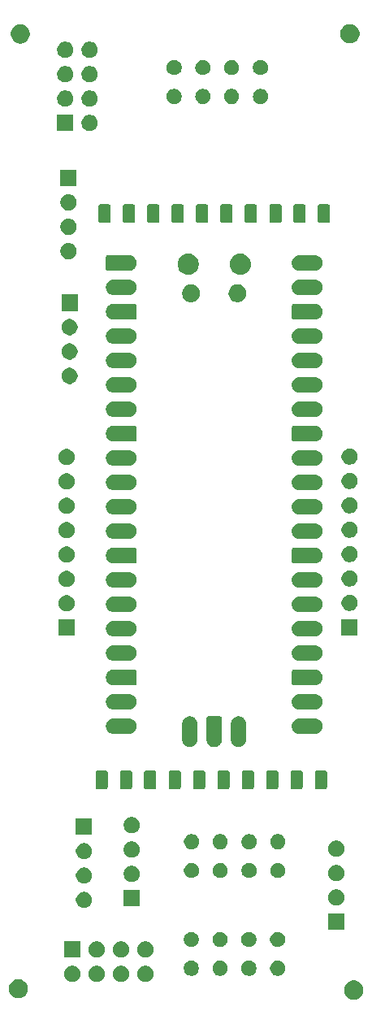
<source format=gts>
G04 #@! TF.GenerationSoftware,KiCad,Pcbnew,9.0.4*
G04 #@! TF.CreationDate,2025-09-18T15:34:25+02:00*
G04 #@! TF.ProjectId,SMaRT,534d6152-542e-46b6-9963-61645f706362,0*
G04 #@! TF.SameCoordinates,Original*
G04 #@! TF.FileFunction,Soldermask,Top*
G04 #@! TF.FilePolarity,Negative*
%FSLAX46Y46*%
G04 Gerber Fmt 4.6, Leading zero omitted, Abs format (unit mm)*
G04 Created by KiCad (PCBNEW 9.0.4) date 2025-09-18 15:34:25*
%MOMM*%
%LPD*%
G01*
G04 APERTURE LIST*
G04 APERTURE END LIST*
G36*
X105716686Y-137938428D02*
G01*
X105716687Y-137938428D01*
X105716689Y-137938429D01*
X105898678Y-138013811D01*
X106062463Y-138123249D01*
X106201751Y-138262537D01*
X106311189Y-138426322D01*
X106386571Y-138608311D01*
X106425000Y-138801509D01*
X106425000Y-138998491D01*
X106386571Y-139191689D01*
X106311189Y-139373678D01*
X106201751Y-139537463D01*
X106062463Y-139676751D01*
X105898678Y-139786189D01*
X105716689Y-139861571D01*
X105600770Y-139884628D01*
X105523493Y-139900000D01*
X105523491Y-139900000D01*
X105326509Y-139900000D01*
X105326507Y-139900000D01*
X105229910Y-139880785D01*
X105133311Y-139861571D01*
X104951322Y-139786189D01*
X104787537Y-139676751D01*
X104648249Y-139537463D01*
X104538811Y-139373678D01*
X104463429Y-139191689D01*
X104425000Y-138998491D01*
X104425000Y-138801509D01*
X104449769Y-138676983D01*
X104463428Y-138608313D01*
X104538812Y-138426320D01*
X104648247Y-138262539D01*
X104787539Y-138123247D01*
X104951320Y-138013812D01*
X105133313Y-137938428D01*
X105326507Y-137900000D01*
X105523493Y-137900000D01*
X105716686Y-137938428D01*
G37*
G36*
X70765285Y-137818060D02*
G01*
X70946397Y-137893079D01*
X71109393Y-138001990D01*
X71248010Y-138140607D01*
X71356921Y-138303603D01*
X71431940Y-138484715D01*
X71470185Y-138676983D01*
X71470185Y-138873017D01*
X71431940Y-139065285D01*
X71356921Y-139246397D01*
X71248010Y-139409393D01*
X71109393Y-139548010D01*
X70946397Y-139656921D01*
X70765285Y-139731940D01*
X70573017Y-139770185D01*
X70376983Y-139770185D01*
X70184715Y-139731940D01*
X70003603Y-139656921D01*
X69840607Y-139548010D01*
X69701990Y-139409393D01*
X69593079Y-139246397D01*
X69518060Y-139065285D01*
X69479815Y-138873017D01*
X69479815Y-138676983D01*
X69518060Y-138484715D01*
X69593079Y-138303603D01*
X69701990Y-138140607D01*
X69840607Y-138001990D01*
X70003603Y-137893079D01*
X70184715Y-137818060D01*
X70376983Y-137779815D01*
X70573017Y-137779815D01*
X70765285Y-137818060D01*
G37*
G36*
X76342936Y-136397665D02*
G01*
X76407010Y-136424205D01*
X76497625Y-136461739D01*
X76497627Y-136461740D01*
X76497626Y-136461740D01*
X76636844Y-136554762D01*
X76755238Y-136673156D01*
X76848260Y-136812374D01*
X76912335Y-136967064D01*
X76945000Y-137131282D01*
X76945000Y-137298718D01*
X76912335Y-137462936D01*
X76848260Y-137617626D01*
X76755238Y-137756844D01*
X76636844Y-137875238D01*
X76497626Y-137968260D01*
X76342936Y-138032335D01*
X76178718Y-138065000D01*
X76011282Y-138065000D01*
X75847064Y-138032335D01*
X75692374Y-137968260D01*
X75553156Y-137875238D01*
X75434762Y-137756844D01*
X75341740Y-137617626D01*
X75341739Y-137617625D01*
X75277665Y-137462935D01*
X75245000Y-137298718D01*
X75245000Y-137131281D01*
X75277665Y-136967064D01*
X75341739Y-136812374D01*
X75434760Y-136673159D01*
X75434762Y-136673156D01*
X75553156Y-136554762D01*
X75564105Y-136547446D01*
X75692374Y-136461739D01*
X75847064Y-136397665D01*
X76011282Y-136365000D01*
X76178718Y-136365000D01*
X76342936Y-136397665D01*
G37*
G36*
X78882936Y-136397665D02*
G01*
X78947010Y-136424205D01*
X79037625Y-136461739D01*
X79037627Y-136461740D01*
X79037626Y-136461740D01*
X79176844Y-136554762D01*
X79295238Y-136673156D01*
X79388260Y-136812374D01*
X79452335Y-136967064D01*
X79485000Y-137131282D01*
X79485000Y-137298718D01*
X79452335Y-137462936D01*
X79388260Y-137617626D01*
X79295238Y-137756844D01*
X79176844Y-137875238D01*
X79037626Y-137968260D01*
X78882936Y-138032335D01*
X78718718Y-138065000D01*
X78551282Y-138065000D01*
X78387064Y-138032335D01*
X78232374Y-137968260D01*
X78093156Y-137875238D01*
X77974762Y-137756844D01*
X77881740Y-137617626D01*
X77881739Y-137617625D01*
X77817665Y-137462935D01*
X77785000Y-137298718D01*
X77785000Y-137131281D01*
X77817665Y-136967064D01*
X77881739Y-136812374D01*
X77974760Y-136673159D01*
X77974762Y-136673156D01*
X78093156Y-136554762D01*
X78104105Y-136547446D01*
X78232374Y-136461739D01*
X78387064Y-136397665D01*
X78551282Y-136365000D01*
X78718718Y-136365000D01*
X78882936Y-136397665D01*
G37*
G36*
X81422936Y-136397665D02*
G01*
X81487010Y-136424205D01*
X81577625Y-136461739D01*
X81577627Y-136461740D01*
X81577626Y-136461740D01*
X81716844Y-136554762D01*
X81835238Y-136673156D01*
X81928260Y-136812374D01*
X81992335Y-136967064D01*
X82025000Y-137131282D01*
X82025000Y-137298718D01*
X81992335Y-137462936D01*
X81928260Y-137617626D01*
X81835238Y-137756844D01*
X81716844Y-137875238D01*
X81577626Y-137968260D01*
X81422936Y-138032335D01*
X81258718Y-138065000D01*
X81091282Y-138065000D01*
X80927064Y-138032335D01*
X80772374Y-137968260D01*
X80633156Y-137875238D01*
X80514762Y-137756844D01*
X80421740Y-137617626D01*
X80421739Y-137617625D01*
X80357665Y-137462935D01*
X80325000Y-137298718D01*
X80325000Y-137131281D01*
X80357665Y-136967064D01*
X80421739Y-136812374D01*
X80514760Y-136673159D01*
X80514762Y-136673156D01*
X80633156Y-136554762D01*
X80644105Y-136547446D01*
X80772374Y-136461739D01*
X80927064Y-136397665D01*
X81091282Y-136365000D01*
X81258718Y-136365000D01*
X81422936Y-136397665D01*
G37*
G36*
X83962936Y-136397665D02*
G01*
X84027010Y-136424205D01*
X84117625Y-136461739D01*
X84117627Y-136461740D01*
X84117626Y-136461740D01*
X84256844Y-136554762D01*
X84375238Y-136673156D01*
X84468260Y-136812374D01*
X84532335Y-136967064D01*
X84565000Y-137131282D01*
X84565000Y-137298718D01*
X84532335Y-137462936D01*
X84468260Y-137617626D01*
X84375238Y-137756844D01*
X84256844Y-137875238D01*
X84117626Y-137968260D01*
X83962936Y-138032335D01*
X83798718Y-138065000D01*
X83631282Y-138065000D01*
X83467064Y-138032335D01*
X83312374Y-137968260D01*
X83173156Y-137875238D01*
X83054762Y-137756844D01*
X82961740Y-137617626D01*
X82961739Y-137617625D01*
X82897665Y-137462935D01*
X82865000Y-137298718D01*
X82865000Y-137131281D01*
X82897665Y-136967064D01*
X82961739Y-136812374D01*
X83054760Y-136673159D01*
X83054762Y-136673156D01*
X83173156Y-136554762D01*
X83184105Y-136547446D01*
X83312374Y-136461739D01*
X83467064Y-136397665D01*
X83631282Y-136365000D01*
X83798718Y-136365000D01*
X83962936Y-136397665D01*
G37*
G36*
X88719675Y-135867857D02*
G01*
X88719676Y-135867857D01*
X88719678Y-135867858D01*
X88862976Y-135927214D01*
X88991940Y-136013385D01*
X89101616Y-136123061D01*
X89187787Y-136252025D01*
X89247143Y-136395323D01*
X89277402Y-136547447D01*
X89277402Y-136702551D01*
X89247143Y-136854675D01*
X89187787Y-136997973D01*
X89101616Y-137126937D01*
X88991940Y-137236613D01*
X88862976Y-137322784D01*
X88719678Y-137382140D01*
X88605585Y-137404834D01*
X88567555Y-137412399D01*
X88567554Y-137412399D01*
X88412450Y-137412399D01*
X88412449Y-137412399D01*
X88361742Y-137402312D01*
X88260326Y-137382140D01*
X88117028Y-137322784D01*
X87988064Y-137236613D01*
X87878388Y-137126937D01*
X87792217Y-136997973D01*
X87732861Y-136854675D01*
X87702602Y-136702551D01*
X87702602Y-136547447D01*
X87732395Y-136397665D01*
X87732860Y-136395325D01*
X87792218Y-136252023D01*
X87878386Y-136123063D01*
X87988066Y-136013383D01*
X88117026Y-135927215D01*
X88260328Y-135867857D01*
X88412449Y-135837599D01*
X88567555Y-135837599D01*
X88719675Y-135867857D01*
G37*
G36*
X91719674Y-135867857D02*
G01*
X91719675Y-135867857D01*
X91719677Y-135867858D01*
X91862975Y-135927214D01*
X91991939Y-136013385D01*
X92101615Y-136123061D01*
X92187786Y-136252025D01*
X92247142Y-136395323D01*
X92277401Y-136547447D01*
X92277401Y-136702551D01*
X92247142Y-136854675D01*
X92187786Y-136997973D01*
X92101615Y-137126937D01*
X91991939Y-137236613D01*
X91862975Y-137322784D01*
X91719677Y-137382140D01*
X91605584Y-137404834D01*
X91567554Y-137412399D01*
X91567553Y-137412399D01*
X91412449Y-137412399D01*
X91412448Y-137412399D01*
X91361741Y-137402312D01*
X91260325Y-137382140D01*
X91117027Y-137322784D01*
X90988063Y-137236613D01*
X90878387Y-137126937D01*
X90792216Y-136997973D01*
X90732860Y-136854675D01*
X90702601Y-136702551D01*
X90702601Y-136547447D01*
X90732394Y-136397665D01*
X90732859Y-136395325D01*
X90792217Y-136252023D01*
X90878385Y-136123063D01*
X90988065Y-136013383D01*
X91117025Y-135927215D01*
X91260327Y-135867857D01*
X91412448Y-135837599D01*
X91567554Y-135837599D01*
X91719674Y-135867857D01*
G37*
G36*
X94719673Y-135867857D02*
G01*
X94719674Y-135867857D01*
X94719676Y-135867858D01*
X94862974Y-135927214D01*
X94991938Y-136013385D01*
X95101614Y-136123061D01*
X95187785Y-136252025D01*
X95247141Y-136395323D01*
X95277400Y-136547447D01*
X95277400Y-136702551D01*
X95247141Y-136854675D01*
X95187785Y-136997973D01*
X95101614Y-137126937D01*
X94991938Y-137236613D01*
X94862974Y-137322784D01*
X94719676Y-137382140D01*
X94605583Y-137404834D01*
X94567553Y-137412399D01*
X94567552Y-137412399D01*
X94412448Y-137412399D01*
X94412447Y-137412399D01*
X94361740Y-137402312D01*
X94260324Y-137382140D01*
X94117026Y-137322784D01*
X93988062Y-137236613D01*
X93878386Y-137126937D01*
X93792215Y-136997973D01*
X93732859Y-136854675D01*
X93702600Y-136702551D01*
X93702600Y-136547447D01*
X93732393Y-136397665D01*
X93732858Y-136395325D01*
X93792216Y-136252023D01*
X93878384Y-136123063D01*
X93988064Y-136013383D01*
X94117024Y-135927215D01*
X94260326Y-135867857D01*
X94412447Y-135837599D01*
X94567553Y-135837599D01*
X94719673Y-135867857D01*
G37*
G36*
X97719672Y-135867857D02*
G01*
X97719673Y-135867857D01*
X97719675Y-135867858D01*
X97862973Y-135927214D01*
X97991937Y-136013385D01*
X98101613Y-136123061D01*
X98187784Y-136252025D01*
X98247140Y-136395323D01*
X98277399Y-136547447D01*
X98277399Y-136702551D01*
X98247140Y-136854675D01*
X98187784Y-136997973D01*
X98101613Y-137126937D01*
X97991937Y-137236613D01*
X97862973Y-137322784D01*
X97719675Y-137382140D01*
X97605582Y-137404834D01*
X97567552Y-137412399D01*
X97567551Y-137412399D01*
X97412447Y-137412399D01*
X97412446Y-137412399D01*
X97361739Y-137402312D01*
X97260323Y-137382140D01*
X97117025Y-137322784D01*
X96988061Y-137236613D01*
X96878385Y-137126937D01*
X96792214Y-136997973D01*
X96732858Y-136854675D01*
X96702599Y-136702551D01*
X96702599Y-136547447D01*
X96732392Y-136397665D01*
X96732857Y-136395325D01*
X96792215Y-136252023D01*
X96878383Y-136123063D01*
X96988063Y-136013383D01*
X97117023Y-135927215D01*
X97260325Y-135867857D01*
X97412446Y-135837599D01*
X97567552Y-135837599D01*
X97719672Y-135867857D01*
G37*
G36*
X76945000Y-135525000D02*
G01*
X76944996Y-135525000D01*
X75245004Y-135525000D01*
X75245000Y-135525000D01*
X75245000Y-133825000D01*
X76945000Y-133825000D01*
X76945000Y-135525000D01*
G37*
G36*
X78882936Y-133857665D02*
G01*
X78947010Y-133884205D01*
X79037625Y-133921739D01*
X79037627Y-133921740D01*
X79037626Y-133921740D01*
X79176844Y-134014762D01*
X79295238Y-134133156D01*
X79388260Y-134272374D01*
X79452335Y-134427064D01*
X79485000Y-134591282D01*
X79485000Y-134758718D01*
X79452335Y-134922936D01*
X79388260Y-135077626D01*
X79295238Y-135216844D01*
X79176844Y-135335238D01*
X79037626Y-135428260D01*
X78882936Y-135492335D01*
X78718718Y-135525000D01*
X78551282Y-135525000D01*
X78387064Y-135492335D01*
X78232374Y-135428260D01*
X78093156Y-135335238D01*
X77974762Y-135216844D01*
X77881740Y-135077626D01*
X77881739Y-135077625D01*
X77817665Y-134922935D01*
X77785000Y-134758718D01*
X77785000Y-134591281D01*
X77817665Y-134427064D01*
X77881739Y-134272374D01*
X77974760Y-134133159D01*
X77974762Y-134133156D01*
X78093156Y-134014762D01*
X78093786Y-134014340D01*
X78232374Y-133921739D01*
X78387064Y-133857665D01*
X78551282Y-133825000D01*
X78718718Y-133825000D01*
X78882936Y-133857665D01*
G37*
G36*
X81422936Y-133857665D02*
G01*
X81487010Y-133884205D01*
X81577625Y-133921739D01*
X81577627Y-133921740D01*
X81577626Y-133921740D01*
X81716844Y-134014762D01*
X81835238Y-134133156D01*
X81928260Y-134272374D01*
X81992335Y-134427064D01*
X82025000Y-134591282D01*
X82025000Y-134758718D01*
X81992335Y-134922936D01*
X81928260Y-135077626D01*
X81835238Y-135216844D01*
X81716844Y-135335238D01*
X81577626Y-135428260D01*
X81422936Y-135492335D01*
X81258718Y-135525000D01*
X81091282Y-135525000D01*
X80927064Y-135492335D01*
X80772374Y-135428260D01*
X80633156Y-135335238D01*
X80514762Y-135216844D01*
X80421740Y-135077626D01*
X80421739Y-135077625D01*
X80357665Y-134922935D01*
X80325000Y-134758718D01*
X80325000Y-134591281D01*
X80357665Y-134427064D01*
X80421739Y-134272374D01*
X80514760Y-134133159D01*
X80514762Y-134133156D01*
X80633156Y-134014762D01*
X80633786Y-134014340D01*
X80772374Y-133921739D01*
X80927064Y-133857665D01*
X81091282Y-133825000D01*
X81258718Y-133825000D01*
X81422936Y-133857665D01*
G37*
G36*
X83962936Y-133857665D02*
G01*
X84027010Y-133884205D01*
X84117625Y-133921739D01*
X84117627Y-133921740D01*
X84117626Y-133921740D01*
X84256844Y-134014762D01*
X84375238Y-134133156D01*
X84468260Y-134272374D01*
X84532335Y-134427064D01*
X84565000Y-134591282D01*
X84565000Y-134758718D01*
X84532335Y-134922936D01*
X84468260Y-135077626D01*
X84375238Y-135216844D01*
X84256844Y-135335238D01*
X84117626Y-135428260D01*
X83962936Y-135492335D01*
X83798718Y-135525000D01*
X83631282Y-135525000D01*
X83467064Y-135492335D01*
X83312374Y-135428260D01*
X83173156Y-135335238D01*
X83054762Y-135216844D01*
X82961740Y-135077626D01*
X82961739Y-135077625D01*
X82897665Y-134922935D01*
X82865000Y-134758718D01*
X82865000Y-134591281D01*
X82897665Y-134427064D01*
X82961739Y-134272374D01*
X83054760Y-134133159D01*
X83054762Y-134133156D01*
X83173156Y-134014762D01*
X83173786Y-134014340D01*
X83312374Y-133921739D01*
X83467064Y-133857665D01*
X83631282Y-133825000D01*
X83798718Y-133825000D01*
X83962936Y-133857665D01*
G37*
G36*
X88719675Y-132867858D02*
G01*
X88719676Y-132867858D01*
X88719678Y-132867859D01*
X88862976Y-132927215D01*
X88991940Y-133013386D01*
X89101616Y-133123062D01*
X89187787Y-133252026D01*
X89247143Y-133395324D01*
X89277402Y-133547448D01*
X89277402Y-133702552D01*
X89247143Y-133854676D01*
X89187787Y-133997974D01*
X89101616Y-134126938D01*
X88991940Y-134236614D01*
X88862976Y-134322785D01*
X88719678Y-134382141D01*
X88605585Y-134404835D01*
X88567555Y-134412400D01*
X88567554Y-134412400D01*
X88412450Y-134412400D01*
X88412449Y-134412400D01*
X88361742Y-134402313D01*
X88260326Y-134382141D01*
X88117028Y-134322785D01*
X87988064Y-134236614D01*
X87878388Y-134126938D01*
X87792217Y-133997974D01*
X87732861Y-133854676D01*
X87702602Y-133702552D01*
X87702602Y-133547448D01*
X87702602Y-133547447D01*
X87732860Y-133395326D01*
X87792218Y-133252024D01*
X87878386Y-133123064D01*
X87988066Y-133013384D01*
X88117026Y-132927216D01*
X88260328Y-132867858D01*
X88412449Y-132837600D01*
X88567555Y-132837600D01*
X88719675Y-132867858D01*
G37*
G36*
X91719674Y-132867858D02*
G01*
X91719675Y-132867858D01*
X91719677Y-132867859D01*
X91862975Y-132927215D01*
X91991939Y-133013386D01*
X92101615Y-133123062D01*
X92187786Y-133252026D01*
X92247142Y-133395324D01*
X92277401Y-133547448D01*
X92277401Y-133702552D01*
X92247142Y-133854676D01*
X92187786Y-133997974D01*
X92101615Y-134126938D01*
X91991939Y-134236614D01*
X91862975Y-134322785D01*
X91719677Y-134382141D01*
X91605584Y-134404835D01*
X91567554Y-134412400D01*
X91567553Y-134412400D01*
X91412449Y-134412400D01*
X91412448Y-134412400D01*
X91361741Y-134402313D01*
X91260325Y-134382141D01*
X91117027Y-134322785D01*
X90988063Y-134236614D01*
X90878387Y-134126938D01*
X90792216Y-133997974D01*
X90732860Y-133854676D01*
X90702601Y-133702552D01*
X90702601Y-133547448D01*
X90702601Y-133547447D01*
X90732859Y-133395326D01*
X90792217Y-133252024D01*
X90878385Y-133123064D01*
X90988065Y-133013384D01*
X91117025Y-132927216D01*
X91260327Y-132867858D01*
X91412448Y-132837600D01*
X91567554Y-132837600D01*
X91719674Y-132867858D01*
G37*
G36*
X94719673Y-132867858D02*
G01*
X94719674Y-132867858D01*
X94719676Y-132867859D01*
X94862974Y-132927215D01*
X94991938Y-133013386D01*
X95101614Y-133123062D01*
X95187785Y-133252026D01*
X95247141Y-133395324D01*
X95277400Y-133547448D01*
X95277400Y-133702552D01*
X95247141Y-133854676D01*
X95187785Y-133997974D01*
X95101614Y-134126938D01*
X94991938Y-134236614D01*
X94862974Y-134322785D01*
X94719676Y-134382141D01*
X94605583Y-134404835D01*
X94567553Y-134412400D01*
X94567552Y-134412400D01*
X94412448Y-134412400D01*
X94412447Y-134412400D01*
X94361740Y-134402313D01*
X94260324Y-134382141D01*
X94117026Y-134322785D01*
X93988062Y-134236614D01*
X93878386Y-134126938D01*
X93792215Y-133997974D01*
X93732859Y-133854676D01*
X93702600Y-133702552D01*
X93702600Y-133547448D01*
X93702600Y-133547447D01*
X93732858Y-133395326D01*
X93792216Y-133252024D01*
X93878384Y-133123064D01*
X93988064Y-133013384D01*
X94117024Y-132927216D01*
X94260326Y-132867858D01*
X94412447Y-132837600D01*
X94567553Y-132837600D01*
X94719673Y-132867858D01*
G37*
G36*
X97719672Y-132867858D02*
G01*
X97719673Y-132867858D01*
X97719675Y-132867859D01*
X97862973Y-132927215D01*
X97991937Y-133013386D01*
X98101613Y-133123062D01*
X98187784Y-133252026D01*
X98247140Y-133395324D01*
X98277399Y-133547448D01*
X98277399Y-133702552D01*
X98247140Y-133854676D01*
X98187784Y-133997974D01*
X98101613Y-134126938D01*
X97991937Y-134236614D01*
X97862973Y-134322785D01*
X97719675Y-134382141D01*
X97605582Y-134404835D01*
X97567552Y-134412400D01*
X97567551Y-134412400D01*
X97412447Y-134412400D01*
X97412446Y-134412400D01*
X97361739Y-134402313D01*
X97260323Y-134382141D01*
X97117025Y-134322785D01*
X96988061Y-134236614D01*
X96878385Y-134126938D01*
X96792214Y-133997974D01*
X96732858Y-133854676D01*
X96702599Y-133702552D01*
X96702599Y-133547448D01*
X96702599Y-133547447D01*
X96732857Y-133395326D01*
X96792215Y-133252024D01*
X96878383Y-133123064D01*
X96988063Y-133013384D01*
X97117023Y-132927216D01*
X97260325Y-132867858D01*
X97412446Y-132837600D01*
X97567552Y-132837600D01*
X97719672Y-132867858D01*
G37*
G36*
X104450000Y-132650000D02*
G01*
X104449996Y-132650000D01*
X102750004Y-132650000D01*
X102750000Y-132650000D01*
X102750000Y-130950000D01*
X104450000Y-130950000D01*
X104450000Y-132650000D01*
G37*
G36*
X77562936Y-128702665D02*
G01*
X77627010Y-128729205D01*
X77717625Y-128766739D01*
X77717627Y-128766740D01*
X77717626Y-128766740D01*
X77856844Y-128859762D01*
X77975238Y-128978156D01*
X78068260Y-129117374D01*
X78132335Y-129272064D01*
X78165000Y-129436282D01*
X78165000Y-129603718D01*
X78132335Y-129767936D01*
X78068260Y-129922626D01*
X77975238Y-130061844D01*
X77856844Y-130180238D01*
X77717626Y-130273260D01*
X77562936Y-130337335D01*
X77398718Y-130370000D01*
X77231282Y-130370000D01*
X77067064Y-130337335D01*
X76912374Y-130273260D01*
X76773156Y-130180238D01*
X76654762Y-130061844D01*
X76561740Y-129922626D01*
X76561739Y-129922625D01*
X76497665Y-129767935D01*
X76465000Y-129603718D01*
X76465000Y-129436281D01*
X76497665Y-129272064D01*
X76561739Y-129117374D01*
X76654760Y-128978159D01*
X76654762Y-128978156D01*
X76773156Y-128859762D01*
X76776730Y-128857374D01*
X76912374Y-128766739D01*
X77067064Y-128702665D01*
X77231282Y-128670000D01*
X77398718Y-128670000D01*
X77562936Y-128702665D01*
G37*
G36*
X83140000Y-130195000D02*
G01*
X83139996Y-130195000D01*
X81440004Y-130195000D01*
X81440000Y-130195000D01*
X81440000Y-128495000D01*
X83140000Y-128495000D01*
X83140000Y-130195000D01*
G37*
G36*
X103847936Y-128442665D02*
G01*
X103912010Y-128469205D01*
X104002625Y-128506739D01*
X104002627Y-128506740D01*
X104002626Y-128506740D01*
X104141844Y-128599762D01*
X104260238Y-128718156D01*
X104353260Y-128857374D01*
X104417335Y-129012064D01*
X104450000Y-129176282D01*
X104450000Y-129343718D01*
X104417335Y-129507936D01*
X104353260Y-129662626D01*
X104260238Y-129801844D01*
X104141844Y-129920238D01*
X104002626Y-130013260D01*
X103847936Y-130077335D01*
X103683718Y-130110000D01*
X103516282Y-130110000D01*
X103352064Y-130077335D01*
X103197374Y-130013260D01*
X103058156Y-129920238D01*
X102939762Y-129801844D01*
X102846740Y-129662626D01*
X102846739Y-129662625D01*
X102782665Y-129507935D01*
X102750000Y-129343718D01*
X102750000Y-129176281D01*
X102782665Y-129012064D01*
X102846739Y-128857374D01*
X102939760Y-128718159D01*
X102939762Y-128718156D01*
X103058156Y-128599762D01*
X103058786Y-128599340D01*
X103197374Y-128506739D01*
X103352064Y-128442665D01*
X103516282Y-128410000D01*
X103683718Y-128410000D01*
X103847936Y-128442665D01*
G37*
G36*
X77562936Y-126162665D02*
G01*
X77627010Y-126189205D01*
X77717625Y-126226739D01*
X77717627Y-126226740D01*
X77717626Y-126226740D01*
X77856844Y-126319762D01*
X77975238Y-126438156D01*
X78068260Y-126577374D01*
X78132335Y-126732064D01*
X78150418Y-126822973D01*
X78163495Y-126888718D01*
X78165000Y-126896282D01*
X78165000Y-127063718D01*
X78132335Y-127227936D01*
X78068260Y-127382626D01*
X77975238Y-127521844D01*
X77856844Y-127640238D01*
X77717626Y-127733260D01*
X77562936Y-127797335D01*
X77398718Y-127830000D01*
X77231282Y-127830000D01*
X77067064Y-127797335D01*
X76912374Y-127733260D01*
X76773156Y-127640238D01*
X76654762Y-127521844D01*
X76561740Y-127382626D01*
X76561739Y-127382625D01*
X76497665Y-127227935D01*
X76493528Y-127207140D01*
X76465000Y-127063718D01*
X76465000Y-126896282D01*
X76466505Y-126888718D01*
X76497665Y-126732064D01*
X76561739Y-126577374D01*
X76654760Y-126438159D01*
X76654762Y-126438156D01*
X76773156Y-126319762D01*
X76776730Y-126317374D01*
X76912374Y-126226739D01*
X77067064Y-126162665D01*
X77231282Y-126130000D01*
X77398718Y-126130000D01*
X77562936Y-126162665D01*
G37*
G36*
X82537936Y-125987665D02*
G01*
X82602010Y-126014205D01*
X82692625Y-126051739D01*
X82692627Y-126051740D01*
X82692626Y-126051740D01*
X82831844Y-126144762D01*
X82950238Y-126263156D01*
X83043260Y-126402374D01*
X83107335Y-126557064D01*
X83140000Y-126721282D01*
X83140000Y-126888718D01*
X83107335Y-127052936D01*
X83043260Y-127207626D01*
X82950238Y-127346844D01*
X82831844Y-127465238D01*
X82692626Y-127558260D01*
X82537936Y-127622335D01*
X82373718Y-127655000D01*
X82206282Y-127655000D01*
X82042064Y-127622335D01*
X81887374Y-127558260D01*
X81748156Y-127465238D01*
X81629762Y-127346844D01*
X81567466Y-127253611D01*
X81536739Y-127207625D01*
X81476260Y-127061614D01*
X81472665Y-127052936D01*
X81440000Y-126888718D01*
X81440000Y-126721282D01*
X81456908Y-126636282D01*
X81472665Y-126557064D01*
X81536739Y-126402374D01*
X81629760Y-126263159D01*
X81629762Y-126263156D01*
X81748156Y-126144762D01*
X81770249Y-126130000D01*
X81887374Y-126051739D01*
X82042064Y-125987665D01*
X82206282Y-125955000D01*
X82373718Y-125955000D01*
X82537936Y-125987665D01*
G37*
G36*
X103847936Y-125902665D02*
G01*
X103912010Y-125929205D01*
X104002625Y-125966739D01*
X104002627Y-125966740D01*
X104002626Y-125966740D01*
X104141844Y-126059762D01*
X104260238Y-126178156D01*
X104353260Y-126317374D01*
X104417335Y-126472064D01*
X104450000Y-126636282D01*
X104450000Y-126803718D01*
X104417335Y-126967936D01*
X104353260Y-127122626D01*
X104260238Y-127261844D01*
X104141844Y-127380238D01*
X104002626Y-127473260D01*
X103847936Y-127537335D01*
X103683718Y-127570000D01*
X103516282Y-127570000D01*
X103352064Y-127537335D01*
X103197374Y-127473260D01*
X103058156Y-127380238D01*
X102939762Y-127261844D01*
X102863550Y-127147784D01*
X102846739Y-127122625D01*
X102782665Y-126967935D01*
X102750000Y-126803718D01*
X102750000Y-126636281D01*
X102782665Y-126472064D01*
X102846739Y-126317374D01*
X102939760Y-126178159D01*
X102939762Y-126178156D01*
X103058156Y-126059762D01*
X103070163Y-126051739D01*
X103197374Y-125966739D01*
X103352064Y-125902665D01*
X103516282Y-125870000D01*
X103683718Y-125870000D01*
X103847936Y-125902665D01*
G37*
G36*
X88744676Y-125692857D02*
G01*
X88744677Y-125692857D01*
X88744679Y-125692858D01*
X88887977Y-125752214D01*
X89016941Y-125838385D01*
X89126617Y-125948061D01*
X89212788Y-126077025D01*
X89272144Y-126220323D01*
X89302403Y-126372447D01*
X89302403Y-126527551D01*
X89272144Y-126679675D01*
X89212788Y-126822973D01*
X89126617Y-126951937D01*
X89016941Y-127061613D01*
X88887977Y-127147784D01*
X88744679Y-127207140D01*
X88640134Y-127227935D01*
X88592556Y-127237399D01*
X88592555Y-127237399D01*
X88437451Y-127237399D01*
X88437450Y-127237399D01*
X88386743Y-127227312D01*
X88285327Y-127207140D01*
X88142029Y-127147784D01*
X88013065Y-127061613D01*
X87903389Y-126951937D01*
X87817218Y-126822973D01*
X87757862Y-126679675D01*
X87749230Y-126636282D01*
X87727603Y-126527551D01*
X87727603Y-126372446D01*
X87757861Y-126220325D01*
X87817219Y-126077023D01*
X87903387Y-125948063D01*
X88013067Y-125838383D01*
X88142027Y-125752215D01*
X88285329Y-125692857D01*
X88437450Y-125662599D01*
X88592556Y-125662599D01*
X88744676Y-125692857D01*
G37*
G36*
X91744675Y-125692857D02*
G01*
X91744676Y-125692857D01*
X91744678Y-125692858D01*
X91887976Y-125752214D01*
X92016940Y-125838385D01*
X92126616Y-125948061D01*
X92212787Y-126077025D01*
X92272143Y-126220323D01*
X92302402Y-126372447D01*
X92302402Y-126527551D01*
X92272143Y-126679675D01*
X92212787Y-126822973D01*
X92126616Y-126951937D01*
X92016940Y-127061613D01*
X91887976Y-127147784D01*
X91744678Y-127207140D01*
X91640133Y-127227935D01*
X91592555Y-127237399D01*
X91592554Y-127237399D01*
X91437450Y-127237399D01*
X91437449Y-127237399D01*
X91386742Y-127227312D01*
X91285326Y-127207140D01*
X91142028Y-127147784D01*
X91013064Y-127061613D01*
X90903388Y-126951937D01*
X90817217Y-126822973D01*
X90757861Y-126679675D01*
X90749229Y-126636282D01*
X90727602Y-126527551D01*
X90727602Y-126372446D01*
X90757860Y-126220325D01*
X90817218Y-126077023D01*
X90903386Y-125948063D01*
X91013066Y-125838383D01*
X91142026Y-125752215D01*
X91285328Y-125692857D01*
X91437449Y-125662599D01*
X91592555Y-125662599D01*
X91744675Y-125692857D01*
G37*
G36*
X94744674Y-125692857D02*
G01*
X94744675Y-125692857D01*
X94744677Y-125692858D01*
X94887975Y-125752214D01*
X95016939Y-125838385D01*
X95126615Y-125948061D01*
X95212786Y-126077025D01*
X95272142Y-126220323D01*
X95302401Y-126372447D01*
X95302401Y-126527551D01*
X95272142Y-126679675D01*
X95212786Y-126822973D01*
X95126615Y-126951937D01*
X95016939Y-127061613D01*
X94887975Y-127147784D01*
X94744677Y-127207140D01*
X94640132Y-127227935D01*
X94592554Y-127237399D01*
X94592553Y-127237399D01*
X94437449Y-127237399D01*
X94437448Y-127237399D01*
X94386741Y-127227312D01*
X94285325Y-127207140D01*
X94142027Y-127147784D01*
X94013063Y-127061613D01*
X93903387Y-126951937D01*
X93817216Y-126822973D01*
X93757860Y-126679675D01*
X93749228Y-126636282D01*
X93727601Y-126527551D01*
X93727601Y-126372446D01*
X93757859Y-126220325D01*
X93817217Y-126077023D01*
X93903385Y-125948063D01*
X94013065Y-125838383D01*
X94142025Y-125752215D01*
X94285327Y-125692857D01*
X94437448Y-125662599D01*
X94592554Y-125662599D01*
X94744674Y-125692857D01*
G37*
G36*
X97744673Y-125692857D02*
G01*
X97744674Y-125692857D01*
X97744676Y-125692858D01*
X97887974Y-125752214D01*
X98016938Y-125838385D01*
X98126614Y-125948061D01*
X98212785Y-126077025D01*
X98272141Y-126220323D01*
X98302400Y-126372447D01*
X98302400Y-126527551D01*
X98272141Y-126679675D01*
X98212785Y-126822973D01*
X98126614Y-126951937D01*
X98016938Y-127061613D01*
X97887974Y-127147784D01*
X97744676Y-127207140D01*
X97640131Y-127227935D01*
X97592553Y-127237399D01*
X97592552Y-127237399D01*
X97437448Y-127237399D01*
X97437447Y-127237399D01*
X97386740Y-127227312D01*
X97285324Y-127207140D01*
X97142026Y-127147784D01*
X97013062Y-127061613D01*
X96903386Y-126951937D01*
X96817215Y-126822973D01*
X96757859Y-126679675D01*
X96749227Y-126636282D01*
X96727600Y-126527551D01*
X96727600Y-126372446D01*
X96757858Y-126220325D01*
X96817216Y-126077023D01*
X96903384Y-125948063D01*
X97013064Y-125838383D01*
X97142024Y-125752215D01*
X97285326Y-125692857D01*
X97437447Y-125662599D01*
X97592553Y-125662599D01*
X97744673Y-125692857D01*
G37*
G36*
X77562936Y-123622665D02*
G01*
X77627010Y-123649205D01*
X77717625Y-123686739D01*
X77717627Y-123686740D01*
X77717626Y-123686740D01*
X77856844Y-123779762D01*
X77975238Y-123898156D01*
X78068260Y-124037374D01*
X78132335Y-124192064D01*
X78159580Y-124329035D01*
X78163495Y-124348718D01*
X78165000Y-124356282D01*
X78165000Y-124523718D01*
X78132335Y-124687936D01*
X78068260Y-124842626D01*
X77975238Y-124981844D01*
X77856844Y-125100238D01*
X77717626Y-125193260D01*
X77562936Y-125257335D01*
X77398718Y-125290000D01*
X77231282Y-125290000D01*
X77067064Y-125257335D01*
X76912374Y-125193260D01*
X76773156Y-125100238D01*
X76654762Y-124981844D01*
X76561740Y-124842626D01*
X76561739Y-124842625D01*
X76497665Y-124687935D01*
X76465000Y-124523718D01*
X76465000Y-124356281D01*
X76497665Y-124192064D01*
X76561739Y-124037374D01*
X76654760Y-123898159D01*
X76654762Y-123898156D01*
X76773156Y-123779762D01*
X76776730Y-123777374D01*
X76912374Y-123686739D01*
X77067064Y-123622665D01*
X77231282Y-123590000D01*
X77398718Y-123590000D01*
X77562936Y-123622665D01*
G37*
G36*
X82537936Y-123447665D02*
G01*
X82602010Y-123474205D01*
X82692625Y-123511739D01*
X82738611Y-123542466D01*
X82831844Y-123604762D01*
X82950238Y-123723156D01*
X83043260Y-123862374D01*
X83107335Y-124017064D01*
X83140000Y-124181282D01*
X83140000Y-124348718D01*
X83107335Y-124512936D01*
X83043260Y-124667626D01*
X82950238Y-124806844D01*
X82831844Y-124925238D01*
X82692626Y-125018260D01*
X82537936Y-125082335D01*
X82373718Y-125115000D01*
X82206282Y-125115000D01*
X82042064Y-125082335D01*
X81887374Y-125018260D01*
X81748156Y-124925238D01*
X81629762Y-124806844D01*
X81567466Y-124713611D01*
X81536739Y-124667625D01*
X81472665Y-124512935D01*
X81455757Y-124427936D01*
X81440000Y-124348718D01*
X81440000Y-124181282D01*
X81456908Y-124096282D01*
X81472665Y-124017064D01*
X81536739Y-123862374D01*
X81629760Y-123723159D01*
X81629762Y-123723156D01*
X81748156Y-123604762D01*
X81770249Y-123590000D01*
X81887374Y-123511739D01*
X82042064Y-123447665D01*
X82206282Y-123415000D01*
X82373718Y-123415000D01*
X82537936Y-123447665D01*
G37*
G36*
X103847936Y-123362665D02*
G01*
X103871554Y-123372448D01*
X104002625Y-123426739D01*
X104002627Y-123426740D01*
X104002626Y-123426740D01*
X104141844Y-123519762D01*
X104260238Y-123638156D01*
X104353260Y-123777374D01*
X104417335Y-123932064D01*
X104450000Y-124096282D01*
X104450000Y-124263718D01*
X104417335Y-124427936D01*
X104353260Y-124582626D01*
X104260238Y-124721844D01*
X104141844Y-124840238D01*
X104002626Y-124933260D01*
X103847936Y-124997335D01*
X103683718Y-125030000D01*
X103516282Y-125030000D01*
X103352064Y-124997335D01*
X103197374Y-124933260D01*
X103058156Y-124840238D01*
X102939762Y-124721844D01*
X102846740Y-124582626D01*
X102846739Y-124582625D01*
X102782665Y-124427935D01*
X102750000Y-124263718D01*
X102750000Y-124096281D01*
X102782665Y-123932064D01*
X102846739Y-123777374D01*
X102939760Y-123638159D01*
X102939762Y-123638156D01*
X103058156Y-123519762D01*
X103070163Y-123511739D01*
X103197374Y-123426739D01*
X103352064Y-123362665D01*
X103516282Y-123330000D01*
X103683718Y-123330000D01*
X103847936Y-123362665D01*
G37*
G36*
X88744676Y-122692858D02*
G01*
X88744677Y-122692858D01*
X88744679Y-122692859D01*
X88887977Y-122752215D01*
X89016941Y-122838386D01*
X89126617Y-122948062D01*
X89212788Y-123077026D01*
X89272144Y-123220324D01*
X89302403Y-123372448D01*
X89302403Y-123527552D01*
X89272144Y-123679676D01*
X89212788Y-123822974D01*
X89126617Y-123951938D01*
X89016941Y-124061614D01*
X88887977Y-124147785D01*
X88744679Y-124207141D01*
X88630586Y-124229835D01*
X88592556Y-124237400D01*
X88592555Y-124237400D01*
X88437451Y-124237400D01*
X88437450Y-124237400D01*
X88386743Y-124227313D01*
X88285327Y-124207141D01*
X88142029Y-124147785D01*
X88013065Y-124061614D01*
X87903389Y-123951938D01*
X87817218Y-123822974D01*
X87757862Y-123679676D01*
X87740024Y-123590000D01*
X87727603Y-123527552D01*
X87727603Y-123372447D01*
X87757861Y-123220326D01*
X87817219Y-123077024D01*
X87903387Y-122948064D01*
X88013067Y-122838384D01*
X88142027Y-122752216D01*
X88147377Y-122750000D01*
X88285327Y-122692859D01*
X88285329Y-122692858D01*
X88437450Y-122662600D01*
X88592556Y-122662600D01*
X88744676Y-122692858D01*
G37*
G36*
X91744675Y-122692858D02*
G01*
X91744676Y-122692858D01*
X91744678Y-122692859D01*
X91887976Y-122752215D01*
X92016940Y-122838386D01*
X92126616Y-122948062D01*
X92212787Y-123077026D01*
X92272143Y-123220324D01*
X92302402Y-123372448D01*
X92302402Y-123527552D01*
X92272143Y-123679676D01*
X92212787Y-123822974D01*
X92126616Y-123951938D01*
X92016940Y-124061614D01*
X91887976Y-124147785D01*
X91744678Y-124207141D01*
X91630585Y-124229835D01*
X91592555Y-124237400D01*
X91592554Y-124237400D01*
X91437450Y-124237400D01*
X91437449Y-124237400D01*
X91386742Y-124227313D01*
X91285326Y-124207141D01*
X91142028Y-124147785D01*
X91013064Y-124061614D01*
X90903388Y-123951938D01*
X90817217Y-123822974D01*
X90757861Y-123679676D01*
X90740023Y-123590000D01*
X90727602Y-123527552D01*
X90727602Y-123372447D01*
X90757860Y-123220326D01*
X90817218Y-123077024D01*
X90903386Y-122948064D01*
X91013066Y-122838384D01*
X91142026Y-122752216D01*
X91147376Y-122750000D01*
X91285326Y-122692859D01*
X91285328Y-122692858D01*
X91437449Y-122662600D01*
X91592555Y-122662600D01*
X91744675Y-122692858D01*
G37*
G36*
X94744674Y-122692858D02*
G01*
X94744675Y-122692858D01*
X94744677Y-122692859D01*
X94887975Y-122752215D01*
X95016939Y-122838386D01*
X95126615Y-122948062D01*
X95212786Y-123077026D01*
X95272142Y-123220324D01*
X95302401Y-123372448D01*
X95302401Y-123527552D01*
X95272142Y-123679676D01*
X95212786Y-123822974D01*
X95126615Y-123951938D01*
X95016939Y-124061614D01*
X94887975Y-124147785D01*
X94744677Y-124207141D01*
X94630584Y-124229835D01*
X94592554Y-124237400D01*
X94592553Y-124237400D01*
X94437449Y-124237400D01*
X94437448Y-124237400D01*
X94386741Y-124227313D01*
X94285325Y-124207141D01*
X94142027Y-124147785D01*
X94013063Y-124061614D01*
X93903387Y-123951938D01*
X93817216Y-123822974D01*
X93757860Y-123679676D01*
X93740022Y-123590000D01*
X93727601Y-123527552D01*
X93727601Y-123372447D01*
X93757859Y-123220326D01*
X93817217Y-123077024D01*
X93903385Y-122948064D01*
X94013065Y-122838384D01*
X94142025Y-122752216D01*
X94147375Y-122750000D01*
X94285325Y-122692859D01*
X94285327Y-122692858D01*
X94437448Y-122662600D01*
X94592554Y-122662600D01*
X94744674Y-122692858D01*
G37*
G36*
X97744673Y-122692858D02*
G01*
X97744674Y-122692858D01*
X97744676Y-122692859D01*
X97887974Y-122752215D01*
X98016938Y-122838386D01*
X98126614Y-122948062D01*
X98212785Y-123077026D01*
X98272141Y-123220324D01*
X98302400Y-123372448D01*
X98302400Y-123527552D01*
X98272141Y-123679676D01*
X98212785Y-123822974D01*
X98126614Y-123951938D01*
X98016938Y-124061614D01*
X97887974Y-124147785D01*
X97744676Y-124207141D01*
X97630583Y-124229835D01*
X97592553Y-124237400D01*
X97592552Y-124237400D01*
X97437448Y-124237400D01*
X97437447Y-124237400D01*
X97386740Y-124227313D01*
X97285324Y-124207141D01*
X97142026Y-124147785D01*
X97013062Y-124061614D01*
X96903386Y-123951938D01*
X96817215Y-123822974D01*
X96757859Y-123679676D01*
X96740021Y-123590000D01*
X96727600Y-123527552D01*
X96727600Y-123372447D01*
X96757858Y-123220326D01*
X96817216Y-123077024D01*
X96903384Y-122948064D01*
X97013064Y-122838384D01*
X97142024Y-122752216D01*
X97147374Y-122750000D01*
X97285324Y-122692859D01*
X97285326Y-122692858D01*
X97437447Y-122662600D01*
X97592553Y-122662600D01*
X97744673Y-122692858D01*
G37*
G36*
X78165000Y-122750000D02*
G01*
X78164996Y-122750000D01*
X76465004Y-122750000D01*
X76465000Y-122750000D01*
X76465000Y-121050000D01*
X78165000Y-121050000D01*
X78165000Y-122750000D01*
G37*
G36*
X82537936Y-120907665D02*
G01*
X82602010Y-120934205D01*
X82692625Y-120971739D01*
X82692627Y-120971740D01*
X82692626Y-120971740D01*
X82831844Y-121064762D01*
X82950238Y-121183156D01*
X83043260Y-121322374D01*
X83107335Y-121477064D01*
X83140000Y-121641282D01*
X83140000Y-121808718D01*
X83107335Y-121972936D01*
X83043260Y-122127626D01*
X82950238Y-122266844D01*
X82831844Y-122385238D01*
X82692626Y-122478260D01*
X82537936Y-122542335D01*
X82373718Y-122575000D01*
X82206282Y-122575000D01*
X82042064Y-122542335D01*
X81887374Y-122478260D01*
X81748156Y-122385238D01*
X81629762Y-122266844D01*
X81536740Y-122127626D01*
X81536739Y-122127625D01*
X81472665Y-121972935D01*
X81440000Y-121808718D01*
X81440000Y-121641281D01*
X81472665Y-121477064D01*
X81536739Y-121322374D01*
X81629760Y-121183159D01*
X81629762Y-121183156D01*
X81748156Y-121064762D01*
X81770249Y-121050000D01*
X81887374Y-120971739D01*
X82042064Y-120907665D01*
X82206282Y-120875000D01*
X82373718Y-120875000D01*
X82537936Y-120907665D01*
G37*
G36*
X84706316Y-116064255D02*
G01*
X84769330Y-116106359D01*
X84811434Y-116169373D01*
X84811434Y-116169374D01*
X84822487Y-116224941D01*
X84822487Y-117786465D01*
X84811434Y-117842032D01*
X84769330Y-117905046D01*
X84706316Y-117947150D01*
X84650749Y-117958203D01*
X83724225Y-117958203D01*
X83695549Y-117952499D01*
X83668657Y-117947150D01*
X83605643Y-117905046D01*
X83563539Y-117842032D01*
X83552487Y-117786467D01*
X83552487Y-116224937D01*
X83563539Y-116169373D01*
X83605643Y-116106359D01*
X83668657Y-116064255D01*
X83724222Y-116053203D01*
X84650752Y-116053203D01*
X84706316Y-116064255D01*
G37*
G36*
X79658829Y-116058552D02*
G01*
X79721843Y-116100656D01*
X79763947Y-116163670D01*
X79767597Y-116182024D01*
X79775000Y-116219238D01*
X79775000Y-117780762D01*
X79763947Y-117836329D01*
X79721843Y-117899343D01*
X79658829Y-117941447D01*
X79603262Y-117952500D01*
X78676738Y-117952500D01*
X78648577Y-117946898D01*
X78621170Y-117941447D01*
X78558156Y-117899343D01*
X78516052Y-117836329D01*
X78505000Y-117780764D01*
X78505000Y-116219234D01*
X78516052Y-116163670D01*
X78558156Y-116100656D01*
X78621170Y-116058552D01*
X78676735Y-116047500D01*
X79603265Y-116047500D01*
X79658829Y-116058552D01*
G37*
G36*
X82198829Y-116058552D02*
G01*
X82261843Y-116100656D01*
X82303947Y-116163670D01*
X82307597Y-116182024D01*
X82315000Y-116219238D01*
X82315000Y-117780762D01*
X82303947Y-117836329D01*
X82261843Y-117899343D01*
X82198829Y-117941447D01*
X82143262Y-117952500D01*
X81216738Y-117952500D01*
X81188577Y-117946898D01*
X81161170Y-117941447D01*
X81098156Y-117899343D01*
X81056052Y-117836329D01*
X81045000Y-117780764D01*
X81045000Y-116219234D01*
X81056052Y-116163670D01*
X81098156Y-116100656D01*
X81161170Y-116058552D01*
X81216735Y-116047500D01*
X82143265Y-116047500D01*
X82198829Y-116058552D01*
G37*
G36*
X87278829Y-116058552D02*
G01*
X87341843Y-116100656D01*
X87383947Y-116163670D01*
X87387597Y-116182024D01*
X87395000Y-116219238D01*
X87395000Y-117780762D01*
X87383947Y-117836329D01*
X87341843Y-117899343D01*
X87278829Y-117941447D01*
X87223262Y-117952500D01*
X86296738Y-117952500D01*
X86268577Y-117946898D01*
X86241170Y-117941447D01*
X86178156Y-117899343D01*
X86136052Y-117836329D01*
X86125000Y-117780764D01*
X86125000Y-116219234D01*
X86136052Y-116163670D01*
X86178156Y-116100656D01*
X86241170Y-116058552D01*
X86296735Y-116047500D01*
X87223265Y-116047500D01*
X87278829Y-116058552D01*
G37*
G36*
X89818829Y-116058552D02*
G01*
X89881843Y-116100656D01*
X89923947Y-116163670D01*
X89927597Y-116182024D01*
X89935000Y-116219238D01*
X89935000Y-117780762D01*
X89923947Y-117836329D01*
X89881843Y-117899343D01*
X89818829Y-117941447D01*
X89763262Y-117952500D01*
X88836738Y-117952500D01*
X88808577Y-117946898D01*
X88781170Y-117941447D01*
X88718156Y-117899343D01*
X88676052Y-117836329D01*
X88665000Y-117780764D01*
X88665000Y-116219234D01*
X88676052Y-116163670D01*
X88718156Y-116100656D01*
X88781170Y-116058552D01*
X88836735Y-116047500D01*
X89763265Y-116047500D01*
X89818829Y-116058552D01*
G37*
G36*
X92358829Y-116058552D02*
G01*
X92421843Y-116100656D01*
X92463947Y-116163670D01*
X92467597Y-116182024D01*
X92475000Y-116219238D01*
X92475000Y-117780762D01*
X92463947Y-117836329D01*
X92421843Y-117899343D01*
X92358829Y-117941447D01*
X92303262Y-117952500D01*
X91376738Y-117952500D01*
X91348577Y-117946898D01*
X91321170Y-117941447D01*
X91258156Y-117899343D01*
X91216052Y-117836329D01*
X91205000Y-117780764D01*
X91205000Y-116219234D01*
X91216052Y-116163670D01*
X91258156Y-116100656D01*
X91321170Y-116058552D01*
X91376735Y-116047500D01*
X92303265Y-116047500D01*
X92358829Y-116058552D01*
G37*
G36*
X94898829Y-116058552D02*
G01*
X94961843Y-116100656D01*
X95003947Y-116163670D01*
X95007597Y-116182024D01*
X95015000Y-116219238D01*
X95015000Y-117780762D01*
X95003947Y-117836329D01*
X94961843Y-117899343D01*
X94898829Y-117941447D01*
X94843262Y-117952500D01*
X93916738Y-117952500D01*
X93888577Y-117946898D01*
X93861170Y-117941447D01*
X93798156Y-117899343D01*
X93756052Y-117836329D01*
X93745000Y-117780764D01*
X93745000Y-116219234D01*
X93756052Y-116163670D01*
X93798156Y-116100656D01*
X93861170Y-116058552D01*
X93916735Y-116047500D01*
X94843265Y-116047500D01*
X94898829Y-116058552D01*
G37*
G36*
X97438829Y-116058552D02*
G01*
X97501843Y-116100656D01*
X97543947Y-116163670D01*
X97547597Y-116182024D01*
X97555000Y-116219238D01*
X97555000Y-117780762D01*
X97543947Y-117836329D01*
X97501843Y-117899343D01*
X97438829Y-117941447D01*
X97383262Y-117952500D01*
X96456738Y-117952500D01*
X96428577Y-117946898D01*
X96401170Y-117941447D01*
X96338156Y-117899343D01*
X96296052Y-117836329D01*
X96285000Y-117780764D01*
X96285000Y-116219234D01*
X96296052Y-116163670D01*
X96338156Y-116100656D01*
X96401170Y-116058552D01*
X96456735Y-116047500D01*
X97383265Y-116047500D01*
X97438829Y-116058552D01*
G37*
G36*
X99978829Y-116058552D02*
G01*
X100041843Y-116100656D01*
X100083947Y-116163670D01*
X100087597Y-116182024D01*
X100095000Y-116219238D01*
X100095000Y-117780762D01*
X100083947Y-117836329D01*
X100041843Y-117899343D01*
X99978829Y-117941447D01*
X99923262Y-117952500D01*
X98996738Y-117952500D01*
X98968577Y-117946898D01*
X98941170Y-117941447D01*
X98878156Y-117899343D01*
X98836052Y-117836329D01*
X98825000Y-117780764D01*
X98825000Y-116219234D01*
X98836052Y-116163670D01*
X98878156Y-116100656D01*
X98941170Y-116058552D01*
X98996735Y-116047500D01*
X99923265Y-116047500D01*
X99978829Y-116058552D01*
G37*
G36*
X102518829Y-116058552D02*
G01*
X102581843Y-116100656D01*
X102623947Y-116163670D01*
X102627597Y-116182024D01*
X102635000Y-116219238D01*
X102635000Y-117780762D01*
X102623947Y-117836329D01*
X102581843Y-117899343D01*
X102518829Y-117941447D01*
X102463262Y-117952500D01*
X101536738Y-117952500D01*
X101508577Y-117946898D01*
X101481170Y-117941447D01*
X101418156Y-117899343D01*
X101376052Y-117836329D01*
X101365000Y-117780764D01*
X101365000Y-116219234D01*
X101376052Y-116163670D01*
X101418156Y-116100656D01*
X101481170Y-116058552D01*
X101536735Y-116047500D01*
X102463265Y-116047500D01*
X102518829Y-116058552D01*
G37*
G36*
X91526695Y-110380381D02*
G01*
X91532152Y-110382641D01*
X91532155Y-110382642D01*
X91594744Y-110408567D01*
X91594745Y-110408568D01*
X91600204Y-110410829D01*
X91601827Y-110411912D01*
X91658088Y-110468173D01*
X91659171Y-110469796D01*
X91689619Y-110543305D01*
X91690000Y-110545218D01*
X91690000Y-112863793D01*
X91689904Y-112864768D01*
X91659161Y-113019326D01*
X91658876Y-113020264D01*
X91598570Y-113165855D01*
X91598108Y-113166720D01*
X91510558Y-113297748D01*
X91509937Y-113298506D01*
X91398506Y-113409937D01*
X91397748Y-113410558D01*
X91266720Y-113498108D01*
X91265855Y-113498570D01*
X91120264Y-113558876D01*
X91119326Y-113559161D01*
X90964768Y-113589904D01*
X90963793Y-113590000D01*
X90960845Y-113590000D01*
X90809155Y-113590000D01*
X90806207Y-113590000D01*
X90805232Y-113589904D01*
X90650674Y-113559161D01*
X90649736Y-113558876D01*
X90576940Y-113528723D01*
X90506863Y-113499696D01*
X90506861Y-113499695D01*
X90504145Y-113498570D01*
X90503280Y-113498108D01*
X90450798Y-113463041D01*
X90374704Y-113412197D01*
X90374699Y-113412193D01*
X90372252Y-113410558D01*
X90371494Y-113409937D01*
X90260063Y-113298506D01*
X90259442Y-113297748D01*
X90257807Y-113295301D01*
X90257802Y-113295295D01*
X90173529Y-113169170D01*
X90173528Y-113169169D01*
X90171892Y-113166720D01*
X90171430Y-113165855D01*
X90170306Y-113163142D01*
X90170303Y-113163136D01*
X90112249Y-113022981D01*
X90112247Y-113022977D01*
X90111124Y-113020264D01*
X90110839Y-113019326D01*
X90099862Y-112964143D01*
X90080671Y-112867660D01*
X90080670Y-112867657D01*
X90080096Y-112864768D01*
X90080000Y-112863793D01*
X90080000Y-110545218D01*
X90080381Y-110543305D01*
X90082641Y-110537848D01*
X90082642Y-110537844D01*
X90108567Y-110475255D01*
X90108569Y-110475251D01*
X90110829Y-110469796D01*
X90111912Y-110468173D01*
X90168173Y-110411912D01*
X90169796Y-110410829D01*
X90175251Y-110408569D01*
X90175255Y-110408567D01*
X90237844Y-110382642D01*
X90237848Y-110382641D01*
X90243305Y-110380381D01*
X90245218Y-110380000D01*
X91524782Y-110380000D01*
X91526695Y-110380381D01*
G37*
G36*
X88452447Y-110387353D02*
G01*
X88486940Y-110395931D01*
X88524143Y-110400123D01*
X88574131Y-110417614D01*
X88622503Y-110429644D01*
X88656030Y-110446271D01*
X88694303Y-110459664D01*
X88736522Y-110486192D01*
X88778393Y-110506958D01*
X88809982Y-110532349D01*
X88846948Y-110555577D01*
X88880012Y-110588641D01*
X88914021Y-110615978D01*
X88941357Y-110649986D01*
X88974423Y-110683052D01*
X88997650Y-110720019D01*
X89023041Y-110751606D01*
X89043805Y-110793473D01*
X89070336Y-110835697D01*
X89083729Y-110873973D01*
X89100355Y-110907496D01*
X89112382Y-110955861D01*
X89129877Y-111005857D01*
X89134069Y-111043064D01*
X89142646Y-111077552D01*
X89144999Y-111112253D01*
X89144999Y-111140065D01*
X89145000Y-111140074D01*
X89145000Y-112829926D01*
X89144999Y-112829934D01*
X89144999Y-112857745D01*
X89142646Y-112892447D01*
X89134069Y-112926933D01*
X89129877Y-112964143D01*
X89112382Y-113014141D01*
X89100355Y-113062503D01*
X89083730Y-113096023D01*
X89070336Y-113134303D01*
X89043802Y-113176530D01*
X89023041Y-113218393D01*
X88997653Y-113249976D01*
X88974423Y-113286948D01*
X88941353Y-113320017D01*
X88914021Y-113354021D01*
X88880017Y-113381353D01*
X88846948Y-113414423D01*
X88809976Y-113437653D01*
X88778393Y-113463041D01*
X88736530Y-113483802D01*
X88694303Y-113510336D01*
X88656023Y-113523730D01*
X88622503Y-113540355D01*
X88574141Y-113552382D01*
X88524143Y-113569877D01*
X88486933Y-113574069D01*
X88452447Y-113582646D01*
X88417745Y-113584999D01*
X88389935Y-113584999D01*
X88389926Y-113585000D01*
X88300074Y-113585000D01*
X88300065Y-113584999D01*
X88272254Y-113584999D01*
X88237552Y-113582646D01*
X88203064Y-113574069D01*
X88165857Y-113569877D01*
X88115861Y-113552382D01*
X88067496Y-113540355D01*
X88033973Y-113523729D01*
X87995697Y-113510336D01*
X87953473Y-113483805D01*
X87911606Y-113463041D01*
X87880019Y-113437650D01*
X87843052Y-113414423D01*
X87809986Y-113381357D01*
X87775978Y-113354021D01*
X87748641Y-113320012D01*
X87715577Y-113286948D01*
X87692349Y-113249982D01*
X87666958Y-113218393D01*
X87646192Y-113176522D01*
X87619664Y-113134303D01*
X87606271Y-113096030D01*
X87589644Y-113062503D01*
X87577614Y-113014131D01*
X87560123Y-112964143D01*
X87555931Y-112926940D01*
X87547353Y-112892447D01*
X87545000Y-112857746D01*
X87545000Y-111112254D01*
X87547353Y-111077552D01*
X87555931Y-111043057D01*
X87560123Y-111005857D01*
X87577613Y-110955871D01*
X87589644Y-110907496D01*
X87606273Y-110873966D01*
X87619664Y-110835697D01*
X87646189Y-110793481D01*
X87666958Y-110751606D01*
X87692352Y-110720013D01*
X87715577Y-110683052D01*
X87748636Y-110649992D01*
X87775978Y-110615978D01*
X87809992Y-110588636D01*
X87843052Y-110555577D01*
X87880013Y-110532352D01*
X87911606Y-110506958D01*
X87953481Y-110486189D01*
X87995697Y-110459664D01*
X88033966Y-110446273D01*
X88067496Y-110429644D01*
X88115871Y-110417613D01*
X88165857Y-110400123D01*
X88203057Y-110395931D01*
X88237552Y-110387353D01*
X88272254Y-110385000D01*
X88417745Y-110385000D01*
X88452447Y-110387353D01*
G37*
G36*
X93532447Y-110387353D02*
G01*
X93566940Y-110395931D01*
X93604143Y-110400123D01*
X93654131Y-110417614D01*
X93702503Y-110429644D01*
X93736030Y-110446271D01*
X93774303Y-110459664D01*
X93816522Y-110486192D01*
X93858393Y-110506958D01*
X93889982Y-110532349D01*
X93926948Y-110555577D01*
X93960012Y-110588641D01*
X93994021Y-110615978D01*
X94021357Y-110649986D01*
X94054423Y-110683052D01*
X94077650Y-110720019D01*
X94103041Y-110751606D01*
X94123805Y-110793473D01*
X94150336Y-110835697D01*
X94163729Y-110873973D01*
X94180355Y-110907496D01*
X94192382Y-110955861D01*
X94209877Y-111005857D01*
X94214069Y-111043064D01*
X94222646Y-111077552D01*
X94224999Y-111112253D01*
X94224999Y-111140065D01*
X94225000Y-111140074D01*
X94225000Y-112829926D01*
X94224999Y-112829934D01*
X94224999Y-112857745D01*
X94222646Y-112892447D01*
X94214069Y-112926933D01*
X94209877Y-112964143D01*
X94192382Y-113014141D01*
X94180355Y-113062503D01*
X94163730Y-113096023D01*
X94150336Y-113134303D01*
X94123802Y-113176530D01*
X94103041Y-113218393D01*
X94077653Y-113249976D01*
X94054423Y-113286948D01*
X94021353Y-113320017D01*
X93994021Y-113354021D01*
X93960017Y-113381353D01*
X93926948Y-113414423D01*
X93889976Y-113437653D01*
X93858393Y-113463041D01*
X93816530Y-113483802D01*
X93774303Y-113510336D01*
X93736023Y-113523730D01*
X93702503Y-113540355D01*
X93654141Y-113552382D01*
X93604143Y-113569877D01*
X93566933Y-113574069D01*
X93532447Y-113582646D01*
X93497745Y-113584999D01*
X93469935Y-113584999D01*
X93469926Y-113585000D01*
X93380074Y-113585000D01*
X93380065Y-113584999D01*
X93352254Y-113584999D01*
X93317552Y-113582646D01*
X93283064Y-113574069D01*
X93245857Y-113569877D01*
X93195861Y-113552382D01*
X93147496Y-113540355D01*
X93113973Y-113523729D01*
X93075697Y-113510336D01*
X93033473Y-113483805D01*
X92991606Y-113463041D01*
X92960019Y-113437650D01*
X92923052Y-113414423D01*
X92889986Y-113381357D01*
X92855978Y-113354021D01*
X92828641Y-113320012D01*
X92795577Y-113286948D01*
X92772349Y-113249982D01*
X92746958Y-113218393D01*
X92726192Y-113176522D01*
X92699664Y-113134303D01*
X92686271Y-113096030D01*
X92669644Y-113062503D01*
X92657614Y-113014131D01*
X92640123Y-112964143D01*
X92635931Y-112926940D01*
X92627353Y-112892447D01*
X92625000Y-112857746D01*
X92625000Y-111112254D01*
X92627353Y-111077552D01*
X92635931Y-111043057D01*
X92640123Y-111005857D01*
X92657613Y-110955871D01*
X92669644Y-110907496D01*
X92686273Y-110873966D01*
X92699664Y-110835697D01*
X92726189Y-110793481D01*
X92746958Y-110751606D01*
X92772352Y-110720013D01*
X92795577Y-110683052D01*
X92828636Y-110649992D01*
X92855978Y-110615978D01*
X92889992Y-110588636D01*
X92923052Y-110555577D01*
X92960013Y-110532352D01*
X92991606Y-110506958D01*
X93033481Y-110486189D01*
X93075697Y-110459664D01*
X93113966Y-110446273D01*
X93147496Y-110429644D01*
X93195871Y-110417613D01*
X93245857Y-110400123D01*
X93283057Y-110395931D01*
X93317552Y-110387353D01*
X93352254Y-110385000D01*
X93497745Y-110385000D01*
X93532447Y-110387353D01*
G37*
G36*
X82102447Y-110617353D02*
G01*
X82136940Y-110625931D01*
X82174143Y-110630123D01*
X82224131Y-110647614D01*
X82272503Y-110659644D01*
X82306030Y-110676271D01*
X82344303Y-110689664D01*
X82386522Y-110716192D01*
X82428393Y-110736958D01*
X82459982Y-110762349D01*
X82496948Y-110785577D01*
X82530012Y-110818641D01*
X82564021Y-110845978D01*
X82591357Y-110879986D01*
X82624423Y-110913052D01*
X82647650Y-110950019D01*
X82673041Y-110981606D01*
X82693805Y-111023473D01*
X82720336Y-111065697D01*
X82733729Y-111103973D01*
X82750355Y-111137496D01*
X82762382Y-111185861D01*
X82779877Y-111235857D01*
X82784069Y-111273064D01*
X82792646Y-111307552D01*
X82794999Y-111342254D01*
X82794999Y-111370065D01*
X82795000Y-111370074D01*
X82795000Y-111459926D01*
X82794999Y-111459934D01*
X82794999Y-111487745D01*
X82792646Y-111522447D01*
X82784069Y-111556933D01*
X82779877Y-111594143D01*
X82762382Y-111644141D01*
X82750355Y-111692503D01*
X82733730Y-111726023D01*
X82720336Y-111764303D01*
X82693802Y-111806530D01*
X82673041Y-111848393D01*
X82647653Y-111879976D01*
X82624423Y-111916948D01*
X82591353Y-111950017D01*
X82564021Y-111984021D01*
X82530017Y-112011353D01*
X82496948Y-112044423D01*
X82459976Y-112067653D01*
X82428393Y-112093041D01*
X82386530Y-112113802D01*
X82344303Y-112140336D01*
X82306023Y-112153730D01*
X82272503Y-112170355D01*
X82224141Y-112182382D01*
X82174143Y-112199877D01*
X82136933Y-112204069D01*
X82102447Y-112212646D01*
X82067746Y-112214999D01*
X82039935Y-112214999D01*
X82039926Y-112215000D01*
X80350074Y-112215000D01*
X80350065Y-112214999D01*
X80322254Y-112214999D01*
X80287552Y-112212646D01*
X80253064Y-112204069D01*
X80215857Y-112199877D01*
X80165861Y-112182382D01*
X80117496Y-112170355D01*
X80083973Y-112153729D01*
X80045697Y-112140336D01*
X80003473Y-112113805D01*
X79961606Y-112093041D01*
X79930019Y-112067650D01*
X79893052Y-112044423D01*
X79859986Y-112011357D01*
X79825978Y-111984021D01*
X79798641Y-111950012D01*
X79765577Y-111916948D01*
X79742349Y-111879982D01*
X79716958Y-111848393D01*
X79696192Y-111806522D01*
X79669664Y-111764303D01*
X79656271Y-111726030D01*
X79639644Y-111692503D01*
X79627614Y-111644131D01*
X79610123Y-111594143D01*
X79605931Y-111556940D01*
X79597353Y-111522447D01*
X79595000Y-111487745D01*
X79595000Y-111342254D01*
X79597353Y-111307552D01*
X79605931Y-111273057D01*
X79610123Y-111235857D01*
X79627613Y-111185871D01*
X79639644Y-111137496D01*
X79656273Y-111103966D01*
X79669664Y-111065697D01*
X79696189Y-111023481D01*
X79716958Y-110981606D01*
X79742352Y-110950013D01*
X79765577Y-110913052D01*
X79798636Y-110879992D01*
X79825978Y-110845978D01*
X79859992Y-110818636D01*
X79893052Y-110785577D01*
X79930013Y-110762352D01*
X79961606Y-110736958D01*
X80003481Y-110716189D01*
X80045697Y-110689664D01*
X80083966Y-110676273D01*
X80117496Y-110659644D01*
X80165871Y-110647613D01*
X80215857Y-110630123D01*
X80253057Y-110625931D01*
X80287552Y-110617353D01*
X80322253Y-110615000D01*
X82067745Y-110615000D01*
X82102447Y-110617353D01*
G37*
G36*
X101482447Y-110617353D02*
G01*
X101516940Y-110625931D01*
X101554143Y-110630123D01*
X101604131Y-110647614D01*
X101652503Y-110659644D01*
X101686030Y-110676271D01*
X101724303Y-110689664D01*
X101766522Y-110716192D01*
X101808393Y-110736958D01*
X101839982Y-110762349D01*
X101876948Y-110785577D01*
X101910012Y-110818641D01*
X101944021Y-110845978D01*
X101971357Y-110879986D01*
X102004423Y-110913052D01*
X102027650Y-110950019D01*
X102053041Y-110981606D01*
X102073805Y-111023473D01*
X102100336Y-111065697D01*
X102113729Y-111103973D01*
X102130355Y-111137496D01*
X102142382Y-111185861D01*
X102159877Y-111235857D01*
X102164069Y-111273064D01*
X102172646Y-111307552D01*
X102174999Y-111342254D01*
X102174999Y-111370065D01*
X102175000Y-111370074D01*
X102175000Y-111459926D01*
X102174999Y-111459934D01*
X102174999Y-111487745D01*
X102172646Y-111522447D01*
X102164069Y-111556933D01*
X102159877Y-111594143D01*
X102142382Y-111644141D01*
X102130355Y-111692503D01*
X102113730Y-111726023D01*
X102100336Y-111764303D01*
X102073802Y-111806530D01*
X102053041Y-111848393D01*
X102027653Y-111879976D01*
X102004423Y-111916948D01*
X101971353Y-111950017D01*
X101944021Y-111984021D01*
X101910017Y-112011353D01*
X101876948Y-112044423D01*
X101839976Y-112067653D01*
X101808393Y-112093041D01*
X101766530Y-112113802D01*
X101724303Y-112140336D01*
X101686023Y-112153730D01*
X101652503Y-112170355D01*
X101604141Y-112182382D01*
X101554143Y-112199877D01*
X101516933Y-112204069D01*
X101482447Y-112212646D01*
X101447746Y-112214999D01*
X101419935Y-112214999D01*
X101419926Y-112215000D01*
X99730074Y-112215000D01*
X99730065Y-112214999D01*
X99702254Y-112214999D01*
X99667552Y-112212646D01*
X99633064Y-112204069D01*
X99595857Y-112199877D01*
X99545861Y-112182382D01*
X99497496Y-112170355D01*
X99463973Y-112153729D01*
X99425697Y-112140336D01*
X99383473Y-112113805D01*
X99341606Y-112093041D01*
X99310019Y-112067650D01*
X99273052Y-112044423D01*
X99239986Y-112011357D01*
X99205978Y-111984021D01*
X99178641Y-111950012D01*
X99145577Y-111916948D01*
X99122349Y-111879982D01*
X99096958Y-111848393D01*
X99076192Y-111806522D01*
X99049664Y-111764303D01*
X99036271Y-111726030D01*
X99019644Y-111692503D01*
X99007614Y-111644131D01*
X98990123Y-111594143D01*
X98985931Y-111556940D01*
X98977353Y-111522447D01*
X98975000Y-111487745D01*
X98975000Y-111342254D01*
X98977353Y-111307552D01*
X98985931Y-111273057D01*
X98990123Y-111235857D01*
X99007613Y-111185871D01*
X99019644Y-111137496D01*
X99036273Y-111103966D01*
X99049664Y-111065697D01*
X99076189Y-111023481D01*
X99096958Y-110981606D01*
X99122352Y-110950013D01*
X99145577Y-110913052D01*
X99178636Y-110879992D01*
X99205978Y-110845978D01*
X99239992Y-110818636D01*
X99273052Y-110785577D01*
X99310013Y-110762352D01*
X99341606Y-110736958D01*
X99383481Y-110716189D01*
X99425697Y-110689664D01*
X99463966Y-110676273D01*
X99497496Y-110659644D01*
X99545871Y-110647613D01*
X99595857Y-110630123D01*
X99633057Y-110625931D01*
X99667552Y-110617353D01*
X99702253Y-110615000D01*
X101447745Y-110615000D01*
X101482447Y-110617353D01*
G37*
G36*
X82102447Y-108077353D02*
G01*
X82136940Y-108085931D01*
X82174143Y-108090123D01*
X82224131Y-108107614D01*
X82272503Y-108119644D01*
X82306030Y-108136271D01*
X82344303Y-108149664D01*
X82386522Y-108176192D01*
X82428393Y-108196958D01*
X82459982Y-108222349D01*
X82496948Y-108245577D01*
X82530012Y-108278641D01*
X82564021Y-108305978D01*
X82591357Y-108339986D01*
X82624423Y-108373052D01*
X82647650Y-108410019D01*
X82673041Y-108441606D01*
X82693805Y-108483473D01*
X82720336Y-108525697D01*
X82733729Y-108563973D01*
X82750355Y-108597496D01*
X82762382Y-108645861D01*
X82779877Y-108695857D01*
X82784069Y-108733064D01*
X82792646Y-108767552D01*
X82794999Y-108802254D01*
X82794999Y-108830065D01*
X82795000Y-108830074D01*
X82795000Y-108919926D01*
X82794999Y-108919934D01*
X82794999Y-108947745D01*
X82792646Y-108982447D01*
X82784069Y-109016933D01*
X82779877Y-109054143D01*
X82762382Y-109104141D01*
X82750355Y-109152503D01*
X82733730Y-109186023D01*
X82720336Y-109224303D01*
X82693802Y-109266530D01*
X82673041Y-109308393D01*
X82647653Y-109339976D01*
X82624423Y-109376948D01*
X82591353Y-109410017D01*
X82564021Y-109444021D01*
X82530017Y-109471353D01*
X82496948Y-109504423D01*
X82459976Y-109527653D01*
X82428393Y-109553041D01*
X82386530Y-109573802D01*
X82344303Y-109600336D01*
X82306023Y-109613730D01*
X82272503Y-109630355D01*
X82224141Y-109642382D01*
X82174143Y-109659877D01*
X82136933Y-109664069D01*
X82102447Y-109672646D01*
X82067746Y-109674999D01*
X82039935Y-109674999D01*
X82039926Y-109675000D01*
X80350074Y-109675000D01*
X80350065Y-109674999D01*
X80322254Y-109674999D01*
X80287552Y-109672646D01*
X80253064Y-109664069D01*
X80215857Y-109659877D01*
X80165861Y-109642382D01*
X80117496Y-109630355D01*
X80083973Y-109613729D01*
X80045697Y-109600336D01*
X80003473Y-109573805D01*
X79961606Y-109553041D01*
X79930019Y-109527650D01*
X79893052Y-109504423D01*
X79859986Y-109471357D01*
X79825978Y-109444021D01*
X79798641Y-109410012D01*
X79765577Y-109376948D01*
X79742349Y-109339982D01*
X79716958Y-109308393D01*
X79696192Y-109266522D01*
X79669664Y-109224303D01*
X79656271Y-109186030D01*
X79639644Y-109152503D01*
X79627614Y-109104131D01*
X79610123Y-109054143D01*
X79605931Y-109016940D01*
X79597353Y-108982447D01*
X79595000Y-108947745D01*
X79595000Y-108802254D01*
X79597353Y-108767552D01*
X79605931Y-108733057D01*
X79610123Y-108695857D01*
X79627613Y-108645871D01*
X79639644Y-108597496D01*
X79656273Y-108563966D01*
X79669664Y-108525697D01*
X79696189Y-108483481D01*
X79716958Y-108441606D01*
X79742352Y-108410013D01*
X79765577Y-108373052D01*
X79798636Y-108339992D01*
X79825978Y-108305978D01*
X79859992Y-108278636D01*
X79893052Y-108245577D01*
X79930013Y-108222352D01*
X79961606Y-108196958D01*
X80003481Y-108176189D01*
X80045697Y-108149664D01*
X80083966Y-108136273D01*
X80117496Y-108119644D01*
X80165871Y-108107613D01*
X80215857Y-108090123D01*
X80253057Y-108085931D01*
X80287552Y-108077353D01*
X80322253Y-108075000D01*
X82067745Y-108075000D01*
X82102447Y-108077353D01*
G37*
G36*
X101482447Y-108077353D02*
G01*
X101516940Y-108085931D01*
X101554143Y-108090123D01*
X101604131Y-108107614D01*
X101652503Y-108119644D01*
X101686030Y-108136271D01*
X101724303Y-108149664D01*
X101766522Y-108176192D01*
X101808393Y-108196958D01*
X101839982Y-108222349D01*
X101876948Y-108245577D01*
X101910012Y-108278641D01*
X101944021Y-108305978D01*
X101971357Y-108339986D01*
X102004423Y-108373052D01*
X102027650Y-108410019D01*
X102053041Y-108441606D01*
X102073805Y-108483473D01*
X102100336Y-108525697D01*
X102113729Y-108563973D01*
X102130355Y-108597496D01*
X102142382Y-108645861D01*
X102159877Y-108695857D01*
X102164069Y-108733064D01*
X102172646Y-108767552D01*
X102174999Y-108802254D01*
X102174999Y-108830065D01*
X102175000Y-108830074D01*
X102175000Y-108919926D01*
X102174999Y-108919934D01*
X102174999Y-108947745D01*
X102172646Y-108982447D01*
X102164069Y-109016933D01*
X102159877Y-109054143D01*
X102142382Y-109104141D01*
X102130355Y-109152503D01*
X102113730Y-109186023D01*
X102100336Y-109224303D01*
X102073802Y-109266530D01*
X102053041Y-109308393D01*
X102027653Y-109339976D01*
X102004423Y-109376948D01*
X101971353Y-109410017D01*
X101944021Y-109444021D01*
X101910017Y-109471353D01*
X101876948Y-109504423D01*
X101839976Y-109527653D01*
X101808393Y-109553041D01*
X101766530Y-109573802D01*
X101724303Y-109600336D01*
X101686023Y-109613730D01*
X101652503Y-109630355D01*
X101604141Y-109642382D01*
X101554143Y-109659877D01*
X101516933Y-109664069D01*
X101482447Y-109672646D01*
X101447746Y-109674999D01*
X101419935Y-109674999D01*
X101419926Y-109675000D01*
X99730074Y-109675000D01*
X99730065Y-109674999D01*
X99702254Y-109674999D01*
X99667552Y-109672646D01*
X99633064Y-109664069D01*
X99595857Y-109659877D01*
X99545861Y-109642382D01*
X99497496Y-109630355D01*
X99463973Y-109613729D01*
X99425697Y-109600336D01*
X99383473Y-109573805D01*
X99341606Y-109553041D01*
X99310019Y-109527650D01*
X99273052Y-109504423D01*
X99239986Y-109471357D01*
X99205978Y-109444021D01*
X99178641Y-109410012D01*
X99145577Y-109376948D01*
X99122349Y-109339982D01*
X99096958Y-109308393D01*
X99076192Y-109266522D01*
X99049664Y-109224303D01*
X99036271Y-109186030D01*
X99019644Y-109152503D01*
X99007614Y-109104131D01*
X98990123Y-109054143D01*
X98985931Y-109016940D01*
X98977353Y-108982447D01*
X98975000Y-108947745D01*
X98975000Y-108802254D01*
X98977353Y-108767552D01*
X98985931Y-108733057D01*
X98990123Y-108695857D01*
X99007613Y-108645871D01*
X99019644Y-108597496D01*
X99036273Y-108563966D01*
X99049664Y-108525697D01*
X99076189Y-108483481D01*
X99096958Y-108441606D01*
X99122352Y-108410013D01*
X99145577Y-108373052D01*
X99178636Y-108339992D01*
X99205978Y-108305978D01*
X99239992Y-108278636D01*
X99273052Y-108245577D01*
X99310013Y-108222352D01*
X99341606Y-108196958D01*
X99383481Y-108176189D01*
X99425697Y-108149664D01*
X99463966Y-108136273D01*
X99497496Y-108119644D01*
X99545871Y-108107613D01*
X99595857Y-108090123D01*
X99633057Y-108085931D01*
X99667552Y-108077353D01*
X99702253Y-108075000D01*
X101447745Y-108075000D01*
X101482447Y-108077353D01*
G37*
G36*
X82636695Y-105530381D02*
G01*
X82642152Y-105532641D01*
X82642155Y-105532642D01*
X82704744Y-105558567D01*
X82704745Y-105558568D01*
X82710204Y-105560829D01*
X82711827Y-105561912D01*
X82768088Y-105618173D01*
X82769171Y-105619796D01*
X82799619Y-105693305D01*
X82800000Y-105695218D01*
X82800000Y-106974782D01*
X82799619Y-106976695D01*
X82769171Y-107050204D01*
X82768088Y-107051827D01*
X82711827Y-107108088D01*
X82710204Y-107109171D01*
X82636695Y-107139619D01*
X82634782Y-107140000D01*
X82628872Y-107140000D01*
X80319155Y-107140000D01*
X80316207Y-107140000D01*
X80315232Y-107139904D01*
X80160674Y-107109161D01*
X80159736Y-107108876D01*
X80022008Y-107051827D01*
X80016863Y-107049696D01*
X80016861Y-107049695D01*
X80014145Y-107048570D01*
X80013280Y-107048108D01*
X79914574Y-106982155D01*
X79884704Y-106962197D01*
X79884699Y-106962193D01*
X79882252Y-106960558D01*
X79881494Y-106959937D01*
X79770063Y-106848506D01*
X79769442Y-106847748D01*
X79767807Y-106845301D01*
X79767802Y-106845295D01*
X79683529Y-106719170D01*
X79683528Y-106719169D01*
X79681892Y-106716720D01*
X79681430Y-106715855D01*
X79680306Y-106713142D01*
X79680303Y-106713136D01*
X79622249Y-106572981D01*
X79622247Y-106572977D01*
X79621124Y-106570264D01*
X79620839Y-106569326D01*
X79590096Y-106414768D01*
X79590000Y-106413793D01*
X79590000Y-106256207D01*
X79590096Y-106255232D01*
X79590671Y-106252339D01*
X79620264Y-106103562D01*
X79620265Y-106103556D01*
X79620839Y-106100674D01*
X79621124Y-106099736D01*
X79622246Y-106097025D01*
X79622249Y-106097018D01*
X79680303Y-105956863D01*
X79680308Y-105956853D01*
X79681430Y-105954145D01*
X79681892Y-105953280D01*
X79683526Y-105950834D01*
X79683529Y-105950829D01*
X79767802Y-105824704D01*
X79767810Y-105824693D01*
X79769442Y-105822252D01*
X79770063Y-105821494D01*
X79881494Y-105710063D01*
X79882252Y-105709442D01*
X79884693Y-105707810D01*
X79884704Y-105707802D01*
X80010829Y-105623529D01*
X80010834Y-105623526D01*
X80013280Y-105621892D01*
X80014145Y-105621430D01*
X80016853Y-105620308D01*
X80016863Y-105620303D01*
X80157018Y-105562249D01*
X80157025Y-105562246D01*
X80159736Y-105561124D01*
X80160674Y-105560839D01*
X80163556Y-105560265D01*
X80163562Y-105560264D01*
X80312339Y-105530671D01*
X80312343Y-105530670D01*
X80315232Y-105530096D01*
X80316207Y-105530000D01*
X82634782Y-105530000D01*
X82636695Y-105530381D01*
G37*
G36*
X101454768Y-105530096D02*
G01*
X101457657Y-105530670D01*
X101457660Y-105530671D01*
X101606437Y-105560264D01*
X101606440Y-105560265D01*
X101609326Y-105560839D01*
X101610264Y-105561124D01*
X101612977Y-105562247D01*
X101612981Y-105562249D01*
X101753136Y-105620303D01*
X101753142Y-105620306D01*
X101755855Y-105621430D01*
X101756720Y-105621892D01*
X101759169Y-105623528D01*
X101759170Y-105623529D01*
X101885295Y-105707802D01*
X101885301Y-105707807D01*
X101887748Y-105709442D01*
X101888506Y-105710063D01*
X101999937Y-105821494D01*
X102000558Y-105822252D01*
X102002193Y-105824699D01*
X102002197Y-105824704D01*
X102059460Y-105910406D01*
X102088108Y-105953280D01*
X102088570Y-105954145D01*
X102148876Y-106099736D01*
X102149161Y-106100674D01*
X102179904Y-106255232D01*
X102180000Y-106256207D01*
X102180000Y-106413793D01*
X102179904Y-106414768D01*
X102149161Y-106569326D01*
X102148876Y-106570264D01*
X102088570Y-106715855D01*
X102088108Y-106716720D01*
X102000558Y-106847748D01*
X101999937Y-106848506D01*
X101888506Y-106959937D01*
X101887748Y-106960558D01*
X101756720Y-107048108D01*
X101755855Y-107048570D01*
X101610264Y-107108876D01*
X101609326Y-107109161D01*
X101454768Y-107139904D01*
X101453793Y-107140000D01*
X101450845Y-107140000D01*
X99141128Y-107140000D01*
X99135218Y-107140000D01*
X99133305Y-107139619D01*
X99059796Y-107109171D01*
X99058173Y-107108088D01*
X99001912Y-107051827D01*
X99000829Y-107050204D01*
X98998567Y-107044744D01*
X98972642Y-106982155D01*
X98972641Y-106982152D01*
X98970381Y-106976695D01*
X98970000Y-106974782D01*
X98970000Y-105695218D01*
X98970381Y-105693305D01*
X98972641Y-105687848D01*
X98972642Y-105687844D01*
X98998567Y-105625255D01*
X98998569Y-105625251D01*
X99000829Y-105619796D01*
X99001912Y-105618173D01*
X99058173Y-105561912D01*
X99059796Y-105560829D01*
X99065251Y-105558569D01*
X99065255Y-105558567D01*
X99127844Y-105532642D01*
X99127848Y-105532641D01*
X99133305Y-105530381D01*
X99135218Y-105530000D01*
X101453793Y-105530000D01*
X101454768Y-105530096D01*
G37*
G36*
X82102447Y-102997353D02*
G01*
X82136940Y-103005931D01*
X82174143Y-103010123D01*
X82224131Y-103027614D01*
X82272503Y-103039644D01*
X82306030Y-103056271D01*
X82344303Y-103069664D01*
X82386522Y-103096192D01*
X82428393Y-103116958D01*
X82459982Y-103142349D01*
X82496948Y-103165577D01*
X82530012Y-103198641D01*
X82564021Y-103225978D01*
X82591357Y-103259986D01*
X82624423Y-103293052D01*
X82647650Y-103330019D01*
X82673041Y-103361606D01*
X82693805Y-103403473D01*
X82720336Y-103445697D01*
X82733729Y-103483973D01*
X82750355Y-103517496D01*
X82762382Y-103565861D01*
X82779877Y-103615857D01*
X82784069Y-103653064D01*
X82792646Y-103687552D01*
X82794999Y-103722254D01*
X82794999Y-103750065D01*
X82795000Y-103750074D01*
X82795000Y-103839926D01*
X82794999Y-103839934D01*
X82794999Y-103867745D01*
X82792646Y-103902447D01*
X82784069Y-103936933D01*
X82779877Y-103974143D01*
X82762382Y-104024141D01*
X82750355Y-104072503D01*
X82733730Y-104106023D01*
X82720336Y-104144303D01*
X82693802Y-104186530D01*
X82673041Y-104228393D01*
X82647653Y-104259976D01*
X82624423Y-104296948D01*
X82591353Y-104330017D01*
X82564021Y-104364021D01*
X82530017Y-104391353D01*
X82496948Y-104424423D01*
X82459976Y-104447653D01*
X82428393Y-104473041D01*
X82386530Y-104493802D01*
X82344303Y-104520336D01*
X82306023Y-104533730D01*
X82272503Y-104550355D01*
X82224141Y-104562382D01*
X82174143Y-104579877D01*
X82136933Y-104584069D01*
X82102447Y-104592646D01*
X82067746Y-104594999D01*
X82039935Y-104594999D01*
X82039926Y-104595000D01*
X80350074Y-104595000D01*
X80350065Y-104594999D01*
X80322254Y-104594999D01*
X80287552Y-104592646D01*
X80253064Y-104584069D01*
X80215857Y-104579877D01*
X80165861Y-104562382D01*
X80117496Y-104550355D01*
X80083973Y-104533729D01*
X80045697Y-104520336D01*
X80003473Y-104493805D01*
X79961606Y-104473041D01*
X79930019Y-104447650D01*
X79893052Y-104424423D01*
X79859986Y-104391357D01*
X79825978Y-104364021D01*
X79798641Y-104330012D01*
X79765577Y-104296948D01*
X79742349Y-104259982D01*
X79716958Y-104228393D01*
X79696192Y-104186522D01*
X79669664Y-104144303D01*
X79656271Y-104106030D01*
X79639644Y-104072503D01*
X79627614Y-104024131D01*
X79610123Y-103974143D01*
X79605931Y-103936940D01*
X79597353Y-103902447D01*
X79595000Y-103867745D01*
X79595000Y-103722254D01*
X79597353Y-103687552D01*
X79605931Y-103653057D01*
X79610123Y-103615857D01*
X79627613Y-103565871D01*
X79639644Y-103517496D01*
X79656273Y-103483966D01*
X79669664Y-103445697D01*
X79696189Y-103403481D01*
X79716958Y-103361606D01*
X79742352Y-103330013D01*
X79765577Y-103293052D01*
X79798636Y-103259992D01*
X79825978Y-103225978D01*
X79859992Y-103198636D01*
X79893052Y-103165577D01*
X79930013Y-103142352D01*
X79961606Y-103116958D01*
X80003481Y-103096189D01*
X80045697Y-103069664D01*
X80083966Y-103056273D01*
X80117496Y-103039644D01*
X80165871Y-103027613D01*
X80215857Y-103010123D01*
X80253057Y-103005931D01*
X80287552Y-102997353D01*
X80322253Y-102995000D01*
X82067745Y-102995000D01*
X82102447Y-102997353D01*
G37*
G36*
X101482447Y-102997353D02*
G01*
X101516940Y-103005931D01*
X101554143Y-103010123D01*
X101604131Y-103027614D01*
X101652503Y-103039644D01*
X101686030Y-103056271D01*
X101724303Y-103069664D01*
X101766522Y-103096192D01*
X101808393Y-103116958D01*
X101839982Y-103142349D01*
X101876948Y-103165577D01*
X101910012Y-103198641D01*
X101944021Y-103225978D01*
X101971357Y-103259986D01*
X102004423Y-103293052D01*
X102027650Y-103330019D01*
X102053041Y-103361606D01*
X102073805Y-103403473D01*
X102100336Y-103445697D01*
X102113729Y-103483973D01*
X102130355Y-103517496D01*
X102142382Y-103565861D01*
X102159877Y-103615857D01*
X102164069Y-103653064D01*
X102172646Y-103687552D01*
X102174999Y-103722254D01*
X102174999Y-103750065D01*
X102175000Y-103750074D01*
X102175000Y-103839926D01*
X102174999Y-103839934D01*
X102174999Y-103867745D01*
X102172646Y-103902447D01*
X102164069Y-103936933D01*
X102159877Y-103974143D01*
X102142382Y-104024141D01*
X102130355Y-104072503D01*
X102113730Y-104106023D01*
X102100336Y-104144303D01*
X102073802Y-104186530D01*
X102053041Y-104228393D01*
X102027653Y-104259976D01*
X102004423Y-104296948D01*
X101971353Y-104330017D01*
X101944021Y-104364021D01*
X101910017Y-104391353D01*
X101876948Y-104424423D01*
X101839976Y-104447653D01*
X101808393Y-104473041D01*
X101766530Y-104493802D01*
X101724303Y-104520336D01*
X101686023Y-104533730D01*
X101652503Y-104550355D01*
X101604141Y-104562382D01*
X101554143Y-104579877D01*
X101516933Y-104584069D01*
X101482447Y-104592646D01*
X101447746Y-104594999D01*
X101419935Y-104594999D01*
X101419926Y-104595000D01*
X99730074Y-104595000D01*
X99730065Y-104594999D01*
X99702254Y-104594999D01*
X99667552Y-104592646D01*
X99633064Y-104584069D01*
X99595857Y-104579877D01*
X99545861Y-104562382D01*
X99497496Y-104550355D01*
X99463973Y-104533729D01*
X99425697Y-104520336D01*
X99383473Y-104493805D01*
X99341606Y-104473041D01*
X99310019Y-104447650D01*
X99273052Y-104424423D01*
X99239986Y-104391357D01*
X99205978Y-104364021D01*
X99178641Y-104330012D01*
X99145577Y-104296948D01*
X99122349Y-104259982D01*
X99096958Y-104228393D01*
X99076192Y-104186522D01*
X99049664Y-104144303D01*
X99036271Y-104106030D01*
X99019644Y-104072503D01*
X99007614Y-104024131D01*
X98990123Y-103974143D01*
X98985931Y-103936940D01*
X98977353Y-103902447D01*
X98975000Y-103867745D01*
X98975000Y-103722254D01*
X98977353Y-103687552D01*
X98985931Y-103653057D01*
X98990123Y-103615857D01*
X99007613Y-103565871D01*
X99019644Y-103517496D01*
X99036273Y-103483966D01*
X99049664Y-103445697D01*
X99076189Y-103403481D01*
X99096958Y-103361606D01*
X99122352Y-103330013D01*
X99145577Y-103293052D01*
X99178636Y-103259992D01*
X99205978Y-103225978D01*
X99239992Y-103198636D01*
X99273052Y-103165577D01*
X99310013Y-103142352D01*
X99341606Y-103116958D01*
X99383481Y-103096189D01*
X99425697Y-103069664D01*
X99463966Y-103056273D01*
X99497496Y-103039644D01*
X99545871Y-103027613D01*
X99595857Y-103010123D01*
X99633057Y-103005931D01*
X99667552Y-102997353D01*
X99702253Y-102995000D01*
X101447745Y-102995000D01*
X101482447Y-102997353D01*
G37*
G36*
X82102447Y-100457353D02*
G01*
X82136940Y-100465931D01*
X82174143Y-100470123D01*
X82224131Y-100487614D01*
X82272503Y-100499644D01*
X82306030Y-100516271D01*
X82344303Y-100529664D01*
X82386522Y-100556192D01*
X82428393Y-100576958D01*
X82459982Y-100602349D01*
X82496948Y-100625577D01*
X82530012Y-100658641D01*
X82564021Y-100685978D01*
X82591357Y-100719986D01*
X82624423Y-100753052D01*
X82647650Y-100790019D01*
X82673041Y-100821606D01*
X82693805Y-100863473D01*
X82720336Y-100905697D01*
X82733729Y-100943973D01*
X82750355Y-100977496D01*
X82762382Y-101025861D01*
X82779877Y-101075857D01*
X82784069Y-101113064D01*
X82792646Y-101147552D01*
X82794999Y-101182254D01*
X82794999Y-101210065D01*
X82795000Y-101210074D01*
X82795000Y-101299926D01*
X82794999Y-101299934D01*
X82794999Y-101327745D01*
X82792646Y-101362447D01*
X82784069Y-101396933D01*
X82779877Y-101434143D01*
X82762382Y-101484141D01*
X82750355Y-101532503D01*
X82733730Y-101566023D01*
X82720336Y-101604303D01*
X82693802Y-101646530D01*
X82673041Y-101688393D01*
X82647653Y-101719976D01*
X82624423Y-101756948D01*
X82591353Y-101790017D01*
X82564021Y-101824021D01*
X82530017Y-101851353D01*
X82496948Y-101884423D01*
X82459976Y-101907653D01*
X82428393Y-101933041D01*
X82386530Y-101953802D01*
X82344303Y-101980336D01*
X82306023Y-101993730D01*
X82272503Y-102010355D01*
X82224141Y-102022382D01*
X82174143Y-102039877D01*
X82136933Y-102044069D01*
X82102447Y-102052646D01*
X82067746Y-102054999D01*
X82039935Y-102054999D01*
X82039926Y-102055000D01*
X80350074Y-102055000D01*
X80350065Y-102054999D01*
X80322254Y-102054999D01*
X80287552Y-102052646D01*
X80253064Y-102044069D01*
X80215857Y-102039877D01*
X80165861Y-102022382D01*
X80117496Y-102010355D01*
X80083973Y-101993729D01*
X80045697Y-101980336D01*
X80003473Y-101953805D01*
X79961606Y-101933041D01*
X79930019Y-101907650D01*
X79893052Y-101884423D01*
X79859986Y-101851357D01*
X79825978Y-101824021D01*
X79798641Y-101790012D01*
X79765577Y-101756948D01*
X79742349Y-101719982D01*
X79716958Y-101688393D01*
X79696192Y-101646522D01*
X79669664Y-101604303D01*
X79656271Y-101566030D01*
X79639644Y-101532503D01*
X79627614Y-101484131D01*
X79610123Y-101434143D01*
X79605931Y-101396940D01*
X79597353Y-101362447D01*
X79595000Y-101327745D01*
X79595000Y-101182254D01*
X79597353Y-101147552D01*
X79605931Y-101113057D01*
X79610123Y-101075857D01*
X79627613Y-101025871D01*
X79639644Y-100977496D01*
X79656273Y-100943966D01*
X79669664Y-100905697D01*
X79696189Y-100863481D01*
X79716958Y-100821606D01*
X79742352Y-100790013D01*
X79765577Y-100753052D01*
X79798636Y-100719992D01*
X79825978Y-100685978D01*
X79859992Y-100658636D01*
X79893052Y-100625577D01*
X79930013Y-100602352D01*
X79961606Y-100576958D01*
X80003481Y-100556189D01*
X80045697Y-100529664D01*
X80083966Y-100516273D01*
X80117496Y-100499644D01*
X80165871Y-100487613D01*
X80215857Y-100470123D01*
X80253057Y-100465931D01*
X80287552Y-100457353D01*
X80322253Y-100455000D01*
X82067745Y-100455000D01*
X82102447Y-100457353D01*
G37*
G36*
X101482447Y-100457353D02*
G01*
X101516940Y-100465931D01*
X101554143Y-100470123D01*
X101604131Y-100487614D01*
X101652503Y-100499644D01*
X101686030Y-100516271D01*
X101724303Y-100529664D01*
X101766522Y-100556192D01*
X101808393Y-100576958D01*
X101839982Y-100602349D01*
X101876948Y-100625577D01*
X101910012Y-100658641D01*
X101944021Y-100685978D01*
X101971357Y-100719986D01*
X102004423Y-100753052D01*
X102027650Y-100790019D01*
X102053041Y-100821606D01*
X102073805Y-100863473D01*
X102100336Y-100905697D01*
X102113729Y-100943973D01*
X102130355Y-100977496D01*
X102142382Y-101025861D01*
X102159877Y-101075857D01*
X102164069Y-101113064D01*
X102172646Y-101147552D01*
X102174999Y-101182254D01*
X102174999Y-101210065D01*
X102175000Y-101210074D01*
X102175000Y-101299926D01*
X102174999Y-101299934D01*
X102174999Y-101327745D01*
X102172646Y-101362447D01*
X102164069Y-101396933D01*
X102159877Y-101434143D01*
X102142382Y-101484141D01*
X102130355Y-101532503D01*
X102113730Y-101566023D01*
X102100336Y-101604303D01*
X102073802Y-101646530D01*
X102053041Y-101688393D01*
X102027653Y-101719976D01*
X102004423Y-101756948D01*
X101971353Y-101790017D01*
X101944021Y-101824021D01*
X101910017Y-101851353D01*
X101876948Y-101884423D01*
X101839976Y-101907653D01*
X101808393Y-101933041D01*
X101766530Y-101953802D01*
X101724303Y-101980336D01*
X101686023Y-101993730D01*
X101652503Y-102010355D01*
X101604141Y-102022382D01*
X101554143Y-102039877D01*
X101516933Y-102044069D01*
X101482447Y-102052646D01*
X101447746Y-102054999D01*
X101419935Y-102054999D01*
X101419926Y-102055000D01*
X99730074Y-102055000D01*
X99730065Y-102054999D01*
X99702254Y-102054999D01*
X99667552Y-102052646D01*
X99633064Y-102044069D01*
X99595857Y-102039877D01*
X99545861Y-102022382D01*
X99497496Y-102010355D01*
X99463973Y-101993729D01*
X99425697Y-101980336D01*
X99383473Y-101953805D01*
X99341606Y-101933041D01*
X99310019Y-101907650D01*
X99273052Y-101884423D01*
X99239986Y-101851357D01*
X99205978Y-101824021D01*
X99178641Y-101790012D01*
X99145577Y-101756948D01*
X99122349Y-101719982D01*
X99096958Y-101688393D01*
X99076192Y-101646522D01*
X99049664Y-101604303D01*
X99036271Y-101566030D01*
X99019644Y-101532503D01*
X99007614Y-101484131D01*
X98990123Y-101434143D01*
X98985931Y-101396940D01*
X98977353Y-101362447D01*
X98975000Y-101327745D01*
X98975000Y-101182254D01*
X98977353Y-101147552D01*
X98985931Y-101113057D01*
X98990123Y-101075857D01*
X99007613Y-101025871D01*
X99019644Y-100977496D01*
X99036273Y-100943966D01*
X99049664Y-100905697D01*
X99076189Y-100863481D01*
X99096958Y-100821606D01*
X99122352Y-100790013D01*
X99145577Y-100753052D01*
X99178636Y-100719992D01*
X99205978Y-100685978D01*
X99239992Y-100658636D01*
X99273052Y-100625577D01*
X99310013Y-100602352D01*
X99341606Y-100576958D01*
X99383481Y-100556189D01*
X99425697Y-100529664D01*
X99463966Y-100516273D01*
X99497496Y-100499644D01*
X99545871Y-100487613D01*
X99595857Y-100470123D01*
X99633057Y-100465931D01*
X99667552Y-100457353D01*
X99702253Y-100455000D01*
X101447745Y-100455000D01*
X101482447Y-100457353D01*
G37*
G36*
X76350000Y-102010000D02*
G01*
X76349996Y-102010000D01*
X74650004Y-102010000D01*
X74650000Y-102010000D01*
X74650000Y-100310000D01*
X76350000Y-100310000D01*
X76350000Y-102010000D01*
G37*
G36*
X105850000Y-101950000D02*
G01*
X105849996Y-101950000D01*
X104150004Y-101950000D01*
X104150000Y-101950000D01*
X104150000Y-100250000D01*
X105850000Y-100250000D01*
X105850000Y-101950000D01*
G37*
G36*
X82102447Y-97917353D02*
G01*
X82136940Y-97925931D01*
X82174143Y-97930123D01*
X82224131Y-97947614D01*
X82272503Y-97959644D01*
X82306030Y-97976271D01*
X82344303Y-97989664D01*
X82386522Y-98016192D01*
X82428393Y-98036958D01*
X82459982Y-98062349D01*
X82496948Y-98085577D01*
X82530012Y-98118641D01*
X82564021Y-98145978D01*
X82591357Y-98179986D01*
X82624423Y-98213052D01*
X82647650Y-98250019D01*
X82673041Y-98281606D01*
X82693805Y-98323473D01*
X82720336Y-98365697D01*
X82733729Y-98403973D01*
X82750355Y-98437496D01*
X82762382Y-98485861D01*
X82779877Y-98535857D01*
X82784069Y-98573064D01*
X82792646Y-98607552D01*
X82794999Y-98642254D01*
X82794999Y-98670065D01*
X82795000Y-98670074D01*
X82795000Y-98759926D01*
X82794999Y-98759934D01*
X82794999Y-98787745D01*
X82792646Y-98822447D01*
X82784069Y-98856933D01*
X82779877Y-98894143D01*
X82762382Y-98944141D01*
X82750355Y-98992503D01*
X82733730Y-99026023D01*
X82720336Y-99064303D01*
X82693802Y-99106530D01*
X82673041Y-99148393D01*
X82647653Y-99179976D01*
X82624423Y-99216948D01*
X82591353Y-99250017D01*
X82564021Y-99284021D01*
X82530017Y-99311353D01*
X82496948Y-99344423D01*
X82459976Y-99367653D01*
X82428393Y-99393041D01*
X82386530Y-99413802D01*
X82344303Y-99440336D01*
X82306023Y-99453730D01*
X82272503Y-99470355D01*
X82224141Y-99482382D01*
X82174143Y-99499877D01*
X82136933Y-99504069D01*
X82102447Y-99512646D01*
X82067746Y-99514999D01*
X82039935Y-99514999D01*
X82039926Y-99515000D01*
X80350074Y-99515000D01*
X80350065Y-99514999D01*
X80322254Y-99514999D01*
X80287552Y-99512646D01*
X80253064Y-99504069D01*
X80215857Y-99499877D01*
X80165861Y-99482382D01*
X80117496Y-99470355D01*
X80083973Y-99453729D01*
X80045697Y-99440336D01*
X80003473Y-99413805D01*
X79961606Y-99393041D01*
X79930019Y-99367650D01*
X79893052Y-99344423D01*
X79859986Y-99311357D01*
X79825978Y-99284021D01*
X79798641Y-99250012D01*
X79765577Y-99216948D01*
X79742349Y-99179982D01*
X79716958Y-99148393D01*
X79696192Y-99106522D01*
X79669664Y-99064303D01*
X79656271Y-99026030D01*
X79639644Y-98992503D01*
X79627614Y-98944131D01*
X79610123Y-98894143D01*
X79605931Y-98856940D01*
X79597353Y-98822447D01*
X79595000Y-98787745D01*
X79595000Y-98642254D01*
X79597353Y-98607552D01*
X79605931Y-98573057D01*
X79610123Y-98535857D01*
X79627613Y-98485871D01*
X79639644Y-98437496D01*
X79656273Y-98403966D01*
X79669664Y-98365697D01*
X79696189Y-98323481D01*
X79716958Y-98281606D01*
X79742352Y-98250013D01*
X79765577Y-98213052D01*
X79798636Y-98179992D01*
X79825978Y-98145978D01*
X79859992Y-98118636D01*
X79893052Y-98085577D01*
X79930013Y-98062352D01*
X79961606Y-98036958D01*
X80003481Y-98016189D01*
X80045697Y-97989664D01*
X80083966Y-97976273D01*
X80117496Y-97959644D01*
X80165871Y-97947613D01*
X80215857Y-97930123D01*
X80253057Y-97925931D01*
X80287552Y-97917353D01*
X80322253Y-97915000D01*
X82067745Y-97915000D01*
X82102447Y-97917353D01*
G37*
G36*
X101482447Y-97917353D02*
G01*
X101516940Y-97925931D01*
X101554143Y-97930123D01*
X101604131Y-97947614D01*
X101652503Y-97959644D01*
X101686030Y-97976271D01*
X101724303Y-97989664D01*
X101766522Y-98016192D01*
X101808393Y-98036958D01*
X101839982Y-98062349D01*
X101876948Y-98085577D01*
X101910012Y-98118641D01*
X101944021Y-98145978D01*
X101971357Y-98179986D01*
X102004423Y-98213052D01*
X102027650Y-98250019D01*
X102053041Y-98281606D01*
X102073805Y-98323473D01*
X102100336Y-98365697D01*
X102113729Y-98403973D01*
X102130355Y-98437496D01*
X102142382Y-98485861D01*
X102159877Y-98535857D01*
X102164069Y-98573064D01*
X102172646Y-98607552D01*
X102174999Y-98642254D01*
X102174999Y-98670065D01*
X102175000Y-98670074D01*
X102175000Y-98759926D01*
X102174999Y-98759934D01*
X102174999Y-98787745D01*
X102172646Y-98822447D01*
X102164069Y-98856933D01*
X102159877Y-98894143D01*
X102142382Y-98944141D01*
X102130355Y-98992503D01*
X102113730Y-99026023D01*
X102100336Y-99064303D01*
X102073802Y-99106530D01*
X102053041Y-99148393D01*
X102027653Y-99179976D01*
X102004423Y-99216948D01*
X101971353Y-99250017D01*
X101944021Y-99284021D01*
X101910017Y-99311353D01*
X101876948Y-99344423D01*
X101839976Y-99367653D01*
X101808393Y-99393041D01*
X101766530Y-99413802D01*
X101724303Y-99440336D01*
X101686023Y-99453730D01*
X101652503Y-99470355D01*
X101604141Y-99482382D01*
X101554143Y-99499877D01*
X101516933Y-99504069D01*
X101482447Y-99512646D01*
X101447746Y-99514999D01*
X101419935Y-99514999D01*
X101419926Y-99515000D01*
X99730074Y-99515000D01*
X99730065Y-99514999D01*
X99702254Y-99514999D01*
X99667552Y-99512646D01*
X99633064Y-99504069D01*
X99595857Y-99499877D01*
X99545861Y-99482382D01*
X99497496Y-99470355D01*
X99463973Y-99453729D01*
X99425697Y-99440336D01*
X99383473Y-99413805D01*
X99341606Y-99393041D01*
X99310019Y-99367650D01*
X99273052Y-99344423D01*
X99239986Y-99311357D01*
X99205978Y-99284021D01*
X99178641Y-99250012D01*
X99145577Y-99216948D01*
X99122349Y-99179982D01*
X99096958Y-99148393D01*
X99076192Y-99106522D01*
X99049664Y-99064303D01*
X99036271Y-99026030D01*
X99019644Y-98992503D01*
X99007614Y-98944131D01*
X98990123Y-98894143D01*
X98985931Y-98856940D01*
X98977353Y-98822447D01*
X98975000Y-98787745D01*
X98975000Y-98642254D01*
X98977353Y-98607552D01*
X98985931Y-98573057D01*
X98990123Y-98535857D01*
X99007613Y-98485871D01*
X99019644Y-98437496D01*
X99036273Y-98403966D01*
X99049664Y-98365697D01*
X99076189Y-98323481D01*
X99096958Y-98281606D01*
X99122352Y-98250013D01*
X99145577Y-98213052D01*
X99178636Y-98179992D01*
X99205978Y-98145978D01*
X99239992Y-98118636D01*
X99273052Y-98085577D01*
X99310013Y-98062352D01*
X99341606Y-98036958D01*
X99383481Y-98016189D01*
X99425697Y-97989664D01*
X99463966Y-97976273D01*
X99497496Y-97959644D01*
X99545871Y-97947613D01*
X99595857Y-97930123D01*
X99633057Y-97925931D01*
X99667552Y-97917353D01*
X99702253Y-97915000D01*
X101447745Y-97915000D01*
X101482447Y-97917353D01*
G37*
G36*
X75747936Y-97802665D02*
G01*
X75812010Y-97829205D01*
X75902625Y-97866739D01*
X75902627Y-97866740D01*
X75902626Y-97866740D01*
X76041844Y-97959762D01*
X76160238Y-98078156D01*
X76253260Y-98217374D01*
X76317335Y-98372064D01*
X76330350Y-98437496D01*
X76349915Y-98535857D01*
X76350000Y-98536282D01*
X76350000Y-98703718D01*
X76317335Y-98867936D01*
X76253260Y-99022626D01*
X76160238Y-99161844D01*
X76041844Y-99280238D01*
X75902626Y-99373260D01*
X75747936Y-99437335D01*
X75583718Y-99470000D01*
X75416282Y-99470000D01*
X75252064Y-99437335D01*
X75097374Y-99373260D01*
X74958156Y-99280238D01*
X74839762Y-99161844D01*
X74746740Y-99022626D01*
X74746739Y-99022625D01*
X74709205Y-98932010D01*
X74682665Y-98867936D01*
X74650000Y-98703718D01*
X74650000Y-98536282D01*
X74650085Y-98535857D01*
X74682665Y-98372064D01*
X74746739Y-98217374D01*
X74839760Y-98078159D01*
X74839762Y-98078156D01*
X74958156Y-97959762D01*
X75002514Y-97930123D01*
X75097374Y-97866739D01*
X75252064Y-97802665D01*
X75416282Y-97770000D01*
X75583718Y-97770000D01*
X75747936Y-97802665D01*
G37*
G36*
X105247936Y-97742665D02*
G01*
X105312010Y-97769205D01*
X105402625Y-97806739D01*
X105402627Y-97806740D01*
X105402626Y-97806740D01*
X105541844Y-97899762D01*
X105660238Y-98018156D01*
X105753260Y-98157374D01*
X105817335Y-98312064D01*
X105850000Y-98476282D01*
X105850000Y-98643718D01*
X105817335Y-98807936D01*
X105753260Y-98962626D01*
X105660238Y-99101844D01*
X105541844Y-99220238D01*
X105402626Y-99313260D01*
X105247936Y-99377335D01*
X105083718Y-99410000D01*
X104916282Y-99410000D01*
X104752064Y-99377335D01*
X104597374Y-99313260D01*
X104458156Y-99220238D01*
X104339762Y-99101844D01*
X104246740Y-98962626D01*
X104246739Y-98962625D01*
X104182665Y-98807935D01*
X104150000Y-98643718D01*
X104150000Y-98476281D01*
X104182665Y-98312064D01*
X104246739Y-98157374D01*
X104339760Y-98018159D01*
X104339762Y-98018156D01*
X104458156Y-97899762D01*
X104507577Y-97866740D01*
X104597374Y-97806739D01*
X104752064Y-97742665D01*
X104916282Y-97710000D01*
X105083718Y-97710000D01*
X105247936Y-97742665D01*
G37*
G36*
X82102447Y-95377353D02*
G01*
X82136940Y-95385931D01*
X82174143Y-95390123D01*
X82224131Y-95407614D01*
X82272503Y-95419644D01*
X82306030Y-95436271D01*
X82344303Y-95449664D01*
X82386522Y-95476192D01*
X82428393Y-95496958D01*
X82459982Y-95522349D01*
X82496948Y-95545577D01*
X82530012Y-95578641D01*
X82564021Y-95605978D01*
X82591357Y-95639986D01*
X82624423Y-95673052D01*
X82647650Y-95710019D01*
X82673041Y-95741606D01*
X82693805Y-95783473D01*
X82720336Y-95825697D01*
X82733729Y-95863973D01*
X82750355Y-95897496D01*
X82762382Y-95945861D01*
X82779877Y-95995857D01*
X82784069Y-96033064D01*
X82792646Y-96067552D01*
X82794999Y-96102254D01*
X82794999Y-96130065D01*
X82795000Y-96130074D01*
X82795000Y-96219926D01*
X82794999Y-96219934D01*
X82794999Y-96247745D01*
X82792646Y-96282447D01*
X82784069Y-96316933D01*
X82779877Y-96354143D01*
X82762382Y-96404141D01*
X82750355Y-96452503D01*
X82733730Y-96486023D01*
X82720336Y-96524303D01*
X82693802Y-96566530D01*
X82673041Y-96608393D01*
X82647653Y-96639976D01*
X82624423Y-96676948D01*
X82591353Y-96710017D01*
X82564021Y-96744021D01*
X82530017Y-96771353D01*
X82496948Y-96804423D01*
X82459976Y-96827653D01*
X82428393Y-96853041D01*
X82386530Y-96873802D01*
X82344303Y-96900336D01*
X82306023Y-96913730D01*
X82272503Y-96930355D01*
X82224141Y-96942382D01*
X82174143Y-96959877D01*
X82136933Y-96964069D01*
X82102447Y-96972646D01*
X82067746Y-96974999D01*
X82039935Y-96974999D01*
X82039926Y-96975000D01*
X80350074Y-96975000D01*
X80350065Y-96974999D01*
X80322254Y-96974999D01*
X80287552Y-96972646D01*
X80253064Y-96964069D01*
X80215857Y-96959877D01*
X80165861Y-96942382D01*
X80117496Y-96930355D01*
X80083973Y-96913729D01*
X80045697Y-96900336D01*
X80003473Y-96873805D01*
X79961606Y-96853041D01*
X79930019Y-96827650D01*
X79893052Y-96804423D01*
X79859986Y-96771357D01*
X79825978Y-96744021D01*
X79798641Y-96710012D01*
X79765577Y-96676948D01*
X79742349Y-96639982D01*
X79716958Y-96608393D01*
X79696192Y-96566522D01*
X79669664Y-96524303D01*
X79656271Y-96486030D01*
X79639644Y-96452503D01*
X79627614Y-96404131D01*
X79610123Y-96354143D01*
X79605931Y-96316940D01*
X79597353Y-96282447D01*
X79595000Y-96247745D01*
X79595000Y-96102254D01*
X79597353Y-96067552D01*
X79605931Y-96033057D01*
X79610123Y-95995857D01*
X79627613Y-95945871D01*
X79639644Y-95897496D01*
X79656273Y-95863966D01*
X79669664Y-95825697D01*
X79696189Y-95783481D01*
X79716958Y-95741606D01*
X79742352Y-95710013D01*
X79765577Y-95673052D01*
X79798636Y-95639992D01*
X79825978Y-95605978D01*
X79859992Y-95578636D01*
X79893052Y-95545577D01*
X79930013Y-95522352D01*
X79961606Y-95496958D01*
X80003481Y-95476189D01*
X80045697Y-95449664D01*
X80083966Y-95436273D01*
X80117496Y-95419644D01*
X80165871Y-95407613D01*
X80215857Y-95390123D01*
X80253057Y-95385931D01*
X80287552Y-95377353D01*
X80322253Y-95375000D01*
X82067745Y-95375000D01*
X82102447Y-95377353D01*
G37*
G36*
X101482447Y-95377353D02*
G01*
X101516940Y-95385931D01*
X101554143Y-95390123D01*
X101604131Y-95407614D01*
X101652503Y-95419644D01*
X101686030Y-95436271D01*
X101724303Y-95449664D01*
X101766522Y-95476192D01*
X101808393Y-95496958D01*
X101839982Y-95522349D01*
X101876948Y-95545577D01*
X101910012Y-95578641D01*
X101944021Y-95605978D01*
X101971357Y-95639986D01*
X102004423Y-95673052D01*
X102027650Y-95710019D01*
X102053041Y-95741606D01*
X102073805Y-95783473D01*
X102100336Y-95825697D01*
X102113729Y-95863973D01*
X102130355Y-95897496D01*
X102142382Y-95945861D01*
X102159877Y-95995857D01*
X102164069Y-96033064D01*
X102172646Y-96067552D01*
X102174999Y-96102254D01*
X102174999Y-96130065D01*
X102175000Y-96130074D01*
X102175000Y-96219926D01*
X102174999Y-96219934D01*
X102174999Y-96247745D01*
X102172646Y-96282447D01*
X102164069Y-96316933D01*
X102159877Y-96354143D01*
X102142382Y-96404141D01*
X102130355Y-96452503D01*
X102113730Y-96486023D01*
X102100336Y-96524303D01*
X102073802Y-96566530D01*
X102053041Y-96608393D01*
X102027653Y-96639976D01*
X102004423Y-96676948D01*
X101971353Y-96710017D01*
X101944021Y-96744021D01*
X101910017Y-96771353D01*
X101876948Y-96804423D01*
X101839976Y-96827653D01*
X101808393Y-96853041D01*
X101766530Y-96873802D01*
X101724303Y-96900336D01*
X101686023Y-96913730D01*
X101652503Y-96930355D01*
X101604141Y-96942382D01*
X101554143Y-96959877D01*
X101516933Y-96964069D01*
X101482447Y-96972646D01*
X101447746Y-96974999D01*
X101419935Y-96974999D01*
X101419926Y-96975000D01*
X99730074Y-96975000D01*
X99730065Y-96974999D01*
X99702254Y-96974999D01*
X99667552Y-96972646D01*
X99633064Y-96964069D01*
X99595857Y-96959877D01*
X99545861Y-96942382D01*
X99497496Y-96930355D01*
X99463973Y-96913729D01*
X99425697Y-96900336D01*
X99383473Y-96873805D01*
X99341606Y-96853041D01*
X99310019Y-96827650D01*
X99273052Y-96804423D01*
X99239986Y-96771357D01*
X99205978Y-96744021D01*
X99178641Y-96710012D01*
X99145577Y-96676948D01*
X99122349Y-96639982D01*
X99096958Y-96608393D01*
X99076192Y-96566522D01*
X99049664Y-96524303D01*
X99036271Y-96486030D01*
X99019644Y-96452503D01*
X99007614Y-96404131D01*
X98990123Y-96354143D01*
X98985931Y-96316940D01*
X98977353Y-96282447D01*
X98975000Y-96247745D01*
X98975000Y-96102254D01*
X98977353Y-96067552D01*
X98985931Y-96033057D01*
X98990123Y-95995857D01*
X99007613Y-95945871D01*
X99019644Y-95897496D01*
X99036273Y-95863966D01*
X99049664Y-95825697D01*
X99076189Y-95783481D01*
X99096958Y-95741606D01*
X99122352Y-95710013D01*
X99145577Y-95673052D01*
X99178636Y-95639992D01*
X99205978Y-95605978D01*
X99239992Y-95578636D01*
X99273052Y-95545577D01*
X99310013Y-95522352D01*
X99341606Y-95496958D01*
X99383481Y-95476189D01*
X99425697Y-95449664D01*
X99463966Y-95436273D01*
X99497496Y-95419644D01*
X99545871Y-95407613D01*
X99595857Y-95390123D01*
X99633057Y-95385931D01*
X99667552Y-95377353D01*
X99702253Y-95375000D01*
X101447745Y-95375000D01*
X101482447Y-95377353D01*
G37*
G36*
X75747936Y-95262665D02*
G01*
X75812010Y-95289205D01*
X75902625Y-95326739D01*
X75902627Y-95326740D01*
X75902626Y-95326740D01*
X76041844Y-95419762D01*
X76160238Y-95538156D01*
X76253260Y-95677374D01*
X76317335Y-95832064D01*
X76330350Y-95897496D01*
X76349915Y-95995857D01*
X76350000Y-95996282D01*
X76350000Y-96163718D01*
X76317335Y-96327936D01*
X76253260Y-96482626D01*
X76160238Y-96621844D01*
X76041844Y-96740238D01*
X75902626Y-96833260D01*
X75747936Y-96897335D01*
X75583718Y-96930000D01*
X75416282Y-96930000D01*
X75252064Y-96897335D01*
X75097374Y-96833260D01*
X74958156Y-96740238D01*
X74839762Y-96621844D01*
X74746740Y-96482626D01*
X74746739Y-96482625D01*
X74709205Y-96392010D01*
X74682665Y-96327936D01*
X74650000Y-96163718D01*
X74650000Y-95996282D01*
X74650085Y-95995857D01*
X74682665Y-95832064D01*
X74746739Y-95677374D01*
X74839760Y-95538159D01*
X74839762Y-95538156D01*
X74958156Y-95419762D01*
X75002514Y-95390123D01*
X75097374Y-95326739D01*
X75252064Y-95262665D01*
X75416282Y-95230000D01*
X75583718Y-95230000D01*
X75747936Y-95262665D01*
G37*
G36*
X105247936Y-95202665D02*
G01*
X105312010Y-95229205D01*
X105402625Y-95266739D01*
X105402627Y-95266740D01*
X105402626Y-95266740D01*
X105541844Y-95359762D01*
X105660238Y-95478156D01*
X105753260Y-95617374D01*
X105817335Y-95772064D01*
X105850000Y-95936282D01*
X105850000Y-96103718D01*
X105817335Y-96267936D01*
X105753260Y-96422626D01*
X105660238Y-96561844D01*
X105541844Y-96680238D01*
X105402626Y-96773260D01*
X105247936Y-96837335D01*
X105083718Y-96870000D01*
X104916282Y-96870000D01*
X104752064Y-96837335D01*
X104597374Y-96773260D01*
X104458156Y-96680238D01*
X104339762Y-96561844D01*
X104246740Y-96422626D01*
X104246739Y-96422625D01*
X104182665Y-96267935D01*
X104150000Y-96103718D01*
X104150000Y-95936281D01*
X104182665Y-95772064D01*
X104246739Y-95617374D01*
X104339760Y-95478159D01*
X104339762Y-95478156D01*
X104458156Y-95359762D01*
X104507577Y-95326740D01*
X104597374Y-95266739D01*
X104752064Y-95202665D01*
X104916282Y-95170000D01*
X105083718Y-95170000D01*
X105247936Y-95202665D01*
G37*
G36*
X82636695Y-92830381D02*
G01*
X82642152Y-92832641D01*
X82642155Y-92832642D01*
X82704744Y-92858567D01*
X82704745Y-92858568D01*
X82710204Y-92860829D01*
X82711827Y-92861912D01*
X82768088Y-92918173D01*
X82769171Y-92919796D01*
X82799619Y-92993305D01*
X82800000Y-92995218D01*
X82800000Y-94274782D01*
X82799619Y-94276695D01*
X82769171Y-94350204D01*
X82768088Y-94351827D01*
X82711827Y-94408088D01*
X82710204Y-94409171D01*
X82636695Y-94439619D01*
X82634782Y-94440000D01*
X82628872Y-94440000D01*
X80319155Y-94440000D01*
X80316207Y-94440000D01*
X80315232Y-94439904D01*
X80160674Y-94409161D01*
X80159736Y-94408876D01*
X80086940Y-94378723D01*
X80016863Y-94349696D01*
X80016861Y-94349695D01*
X80014145Y-94348570D01*
X80013280Y-94348108D01*
X79970406Y-94319460D01*
X79884704Y-94262197D01*
X79884699Y-94262193D01*
X79882252Y-94260558D01*
X79881494Y-94259937D01*
X79770063Y-94148506D01*
X79769442Y-94147748D01*
X79767807Y-94145301D01*
X79767802Y-94145295D01*
X79683529Y-94019170D01*
X79683528Y-94019169D01*
X79681892Y-94016720D01*
X79681430Y-94015855D01*
X79680306Y-94013142D01*
X79680303Y-94013136D01*
X79622249Y-93872981D01*
X79622247Y-93872977D01*
X79621124Y-93870264D01*
X79620839Y-93869326D01*
X79604649Y-93787936D01*
X79590671Y-93717660D01*
X79590670Y-93717657D01*
X79590096Y-93714768D01*
X79590000Y-93713793D01*
X79590000Y-93556207D01*
X79590096Y-93555232D01*
X79609778Y-93456281D01*
X79620264Y-93403562D01*
X79620265Y-93403556D01*
X79620839Y-93400674D01*
X79621124Y-93399736D01*
X79622246Y-93397025D01*
X79622249Y-93397018D01*
X79680303Y-93256863D01*
X79680308Y-93256853D01*
X79681430Y-93254145D01*
X79681892Y-93253280D01*
X79683526Y-93250834D01*
X79683529Y-93250829D01*
X79767802Y-93124704D01*
X79767810Y-93124693D01*
X79769442Y-93122252D01*
X79770063Y-93121494D01*
X79881494Y-93010063D01*
X79882252Y-93009442D01*
X79884693Y-93007810D01*
X79884704Y-93007802D01*
X80010829Y-92923529D01*
X80010834Y-92923526D01*
X80013280Y-92921892D01*
X80014145Y-92921430D01*
X80016853Y-92920308D01*
X80016863Y-92920303D01*
X80157018Y-92862249D01*
X80157025Y-92862246D01*
X80159736Y-92861124D01*
X80160674Y-92860839D01*
X80163556Y-92860265D01*
X80163562Y-92860264D01*
X80312339Y-92830671D01*
X80312343Y-92830670D01*
X80315232Y-92830096D01*
X80316207Y-92830000D01*
X82634782Y-92830000D01*
X82636695Y-92830381D01*
G37*
G36*
X101454768Y-92830096D02*
G01*
X101457657Y-92830670D01*
X101457660Y-92830671D01*
X101606437Y-92860264D01*
X101606440Y-92860265D01*
X101609326Y-92860839D01*
X101610264Y-92861124D01*
X101612977Y-92862247D01*
X101612981Y-92862249D01*
X101753136Y-92920303D01*
X101753142Y-92920306D01*
X101755855Y-92921430D01*
X101756720Y-92921892D01*
X101759169Y-92923528D01*
X101759170Y-92923529D01*
X101885295Y-93007802D01*
X101885301Y-93007807D01*
X101887748Y-93009442D01*
X101888506Y-93010063D01*
X101999937Y-93121494D01*
X102000558Y-93122252D01*
X102002193Y-93124699D01*
X102002197Y-93124704D01*
X102059460Y-93210406D01*
X102088108Y-93253280D01*
X102088570Y-93254145D01*
X102148876Y-93399736D01*
X102149161Y-93400674D01*
X102179904Y-93555232D01*
X102180000Y-93556207D01*
X102180000Y-93713793D01*
X102179904Y-93714768D01*
X102149161Y-93869326D01*
X102148876Y-93870264D01*
X102088570Y-94015855D01*
X102088108Y-94016720D01*
X102000558Y-94147748D01*
X101999937Y-94148506D01*
X101888506Y-94259937D01*
X101887748Y-94260558D01*
X101756720Y-94348108D01*
X101755855Y-94348570D01*
X101610264Y-94408876D01*
X101609326Y-94409161D01*
X101454768Y-94439904D01*
X101453793Y-94440000D01*
X101450845Y-94440000D01*
X99141128Y-94440000D01*
X99135218Y-94440000D01*
X99133305Y-94439619D01*
X99059796Y-94409171D01*
X99058173Y-94408088D01*
X99001912Y-94351827D01*
X99000829Y-94350204D01*
X98978930Y-94297335D01*
X98972642Y-94282155D01*
X98972641Y-94282152D01*
X98970381Y-94276695D01*
X98970000Y-94274782D01*
X98970000Y-92995218D01*
X98970381Y-92993305D01*
X98972641Y-92987848D01*
X98972642Y-92987844D01*
X98998567Y-92925255D01*
X98998569Y-92925251D01*
X99000829Y-92919796D01*
X99001912Y-92918173D01*
X99058173Y-92861912D01*
X99059796Y-92860829D01*
X99065251Y-92858569D01*
X99065255Y-92858567D01*
X99127844Y-92832642D01*
X99127848Y-92832641D01*
X99133305Y-92830381D01*
X99135218Y-92830000D01*
X101453793Y-92830000D01*
X101454768Y-92830096D01*
G37*
G36*
X75747936Y-92722665D02*
G01*
X75812010Y-92749205D01*
X75902625Y-92786739D01*
X75902627Y-92786740D01*
X75902626Y-92786740D01*
X76041844Y-92879762D01*
X76160238Y-92998156D01*
X76253260Y-93137374D01*
X76317335Y-93292064D01*
X76350000Y-93456282D01*
X76350000Y-93623718D01*
X76317335Y-93787936D01*
X76253260Y-93942626D01*
X76160238Y-94081844D01*
X76041844Y-94200238D01*
X75902626Y-94293260D01*
X75747936Y-94357335D01*
X75583718Y-94390000D01*
X75416282Y-94390000D01*
X75252064Y-94357335D01*
X75097374Y-94293260D01*
X74958156Y-94200238D01*
X74839762Y-94081844D01*
X74746740Y-93942626D01*
X74746739Y-93942625D01*
X74682665Y-93787935D01*
X74667330Y-93710844D01*
X74650000Y-93623718D01*
X74650000Y-93456282D01*
X74682665Y-93292064D01*
X74697246Y-93256863D01*
X74746739Y-93137374D01*
X74839760Y-92998159D01*
X74839762Y-92998156D01*
X74958156Y-92879762D01*
X74984366Y-92862249D01*
X75097374Y-92786739D01*
X75252064Y-92722665D01*
X75416282Y-92690000D01*
X75583718Y-92690000D01*
X75747936Y-92722665D01*
G37*
G36*
X105247936Y-92662665D02*
G01*
X105312010Y-92689205D01*
X105402625Y-92726739D01*
X105402627Y-92726740D01*
X105402626Y-92726740D01*
X105541844Y-92819762D01*
X105660238Y-92938156D01*
X105753260Y-93077374D01*
X105817335Y-93232064D01*
X105850000Y-93396282D01*
X105850000Y-93563718D01*
X105817335Y-93727936D01*
X105753260Y-93882626D01*
X105660238Y-94021844D01*
X105541844Y-94140238D01*
X105402626Y-94233260D01*
X105247936Y-94297335D01*
X105083718Y-94330000D01*
X104916282Y-94330000D01*
X104752064Y-94297335D01*
X104597374Y-94233260D01*
X104458156Y-94140238D01*
X104339762Y-94021844D01*
X104246740Y-93882626D01*
X104246739Y-93882625D01*
X104182665Y-93727935D01*
X104150000Y-93563718D01*
X104150000Y-93396281D01*
X104182665Y-93232064D01*
X104246739Y-93077374D01*
X104339760Y-92938159D01*
X104339762Y-92938156D01*
X104458156Y-92819762D01*
X104507577Y-92786740D01*
X104597374Y-92726739D01*
X104752064Y-92662665D01*
X104916282Y-92630000D01*
X105083718Y-92630000D01*
X105247936Y-92662665D01*
G37*
G36*
X82102447Y-90297353D02*
G01*
X82136940Y-90305931D01*
X82174143Y-90310123D01*
X82224131Y-90327614D01*
X82272503Y-90339644D01*
X82306030Y-90356271D01*
X82344303Y-90369664D01*
X82386522Y-90396192D01*
X82428393Y-90416958D01*
X82459982Y-90442349D01*
X82496948Y-90465577D01*
X82530012Y-90498641D01*
X82564021Y-90525978D01*
X82591357Y-90559986D01*
X82624423Y-90593052D01*
X82647650Y-90630019D01*
X82673041Y-90661606D01*
X82693805Y-90703473D01*
X82720336Y-90745697D01*
X82733729Y-90783973D01*
X82750355Y-90817496D01*
X82762382Y-90865861D01*
X82779877Y-90915857D01*
X82784069Y-90953064D01*
X82792646Y-90987552D01*
X82794999Y-91022254D01*
X82794999Y-91050065D01*
X82795000Y-91050074D01*
X82795000Y-91139926D01*
X82794999Y-91139934D01*
X82794999Y-91167745D01*
X82792646Y-91202447D01*
X82784069Y-91236933D01*
X82779877Y-91274143D01*
X82762382Y-91324141D01*
X82750355Y-91372503D01*
X82733730Y-91406023D01*
X82720336Y-91444303D01*
X82693802Y-91486530D01*
X82673041Y-91528393D01*
X82647653Y-91559976D01*
X82624423Y-91596948D01*
X82591353Y-91630017D01*
X82564021Y-91664021D01*
X82530017Y-91691353D01*
X82496948Y-91724423D01*
X82459976Y-91747653D01*
X82428393Y-91773041D01*
X82386530Y-91793802D01*
X82344303Y-91820336D01*
X82306023Y-91833730D01*
X82272503Y-91850355D01*
X82224141Y-91862382D01*
X82174143Y-91879877D01*
X82136933Y-91884069D01*
X82102447Y-91892646D01*
X82067746Y-91894999D01*
X82039935Y-91894999D01*
X82039926Y-91895000D01*
X80350074Y-91895000D01*
X80350065Y-91894999D01*
X80322254Y-91894999D01*
X80287552Y-91892646D01*
X80253064Y-91884069D01*
X80215857Y-91879877D01*
X80165861Y-91862382D01*
X80117496Y-91850355D01*
X80083973Y-91833729D01*
X80045697Y-91820336D01*
X80003473Y-91793805D01*
X79961606Y-91773041D01*
X79930019Y-91747650D01*
X79893052Y-91724423D01*
X79859986Y-91691357D01*
X79825978Y-91664021D01*
X79798641Y-91630012D01*
X79765577Y-91596948D01*
X79742349Y-91559982D01*
X79716958Y-91528393D01*
X79696192Y-91486522D01*
X79669664Y-91444303D01*
X79656271Y-91406030D01*
X79639644Y-91372503D01*
X79627614Y-91324131D01*
X79610123Y-91274143D01*
X79605931Y-91236940D01*
X79597353Y-91202447D01*
X79595000Y-91167745D01*
X79595000Y-91022254D01*
X79597353Y-90987552D01*
X79605931Y-90953057D01*
X79610123Y-90915857D01*
X79627613Y-90865871D01*
X79639644Y-90817496D01*
X79656273Y-90783966D01*
X79669664Y-90745697D01*
X79696189Y-90703481D01*
X79716958Y-90661606D01*
X79742352Y-90630013D01*
X79765577Y-90593052D01*
X79798636Y-90559992D01*
X79825978Y-90525978D01*
X79859992Y-90498636D01*
X79893052Y-90465577D01*
X79930013Y-90442352D01*
X79961606Y-90416958D01*
X80003481Y-90396189D01*
X80045697Y-90369664D01*
X80083966Y-90356273D01*
X80117496Y-90339644D01*
X80165871Y-90327613D01*
X80215857Y-90310123D01*
X80253057Y-90305931D01*
X80287552Y-90297353D01*
X80322253Y-90295000D01*
X82067745Y-90295000D01*
X82102447Y-90297353D01*
G37*
G36*
X101482447Y-90297353D02*
G01*
X101516940Y-90305931D01*
X101554143Y-90310123D01*
X101604131Y-90327614D01*
X101652503Y-90339644D01*
X101686030Y-90356271D01*
X101724303Y-90369664D01*
X101766522Y-90396192D01*
X101808393Y-90416958D01*
X101839982Y-90442349D01*
X101876948Y-90465577D01*
X101910012Y-90498641D01*
X101944021Y-90525978D01*
X101971357Y-90559986D01*
X102004423Y-90593052D01*
X102027650Y-90630019D01*
X102053041Y-90661606D01*
X102073805Y-90703473D01*
X102100336Y-90745697D01*
X102113729Y-90783973D01*
X102130355Y-90817496D01*
X102142382Y-90865861D01*
X102159877Y-90915857D01*
X102164069Y-90953064D01*
X102172646Y-90987552D01*
X102174999Y-91022254D01*
X102174999Y-91050065D01*
X102175000Y-91050074D01*
X102175000Y-91139926D01*
X102174999Y-91139934D01*
X102174999Y-91167745D01*
X102172646Y-91202447D01*
X102164069Y-91236933D01*
X102159877Y-91274143D01*
X102142382Y-91324141D01*
X102130355Y-91372503D01*
X102113730Y-91406023D01*
X102100336Y-91444303D01*
X102073802Y-91486530D01*
X102053041Y-91528393D01*
X102027653Y-91559976D01*
X102004423Y-91596948D01*
X101971353Y-91630017D01*
X101944021Y-91664021D01*
X101910017Y-91691353D01*
X101876948Y-91724423D01*
X101839976Y-91747653D01*
X101808393Y-91773041D01*
X101766530Y-91793802D01*
X101724303Y-91820336D01*
X101686023Y-91833730D01*
X101652503Y-91850355D01*
X101604141Y-91862382D01*
X101554143Y-91879877D01*
X101516933Y-91884069D01*
X101482447Y-91892646D01*
X101447746Y-91894999D01*
X101419935Y-91894999D01*
X101419926Y-91895000D01*
X99730074Y-91895000D01*
X99730065Y-91894999D01*
X99702254Y-91894999D01*
X99667552Y-91892646D01*
X99633064Y-91884069D01*
X99595857Y-91879877D01*
X99545861Y-91862382D01*
X99497496Y-91850355D01*
X99463973Y-91833729D01*
X99425697Y-91820336D01*
X99383473Y-91793805D01*
X99341606Y-91773041D01*
X99310019Y-91747650D01*
X99273052Y-91724423D01*
X99239986Y-91691357D01*
X99205978Y-91664021D01*
X99178641Y-91630012D01*
X99145577Y-91596948D01*
X99122349Y-91559982D01*
X99096958Y-91528393D01*
X99076192Y-91486522D01*
X99049664Y-91444303D01*
X99036271Y-91406030D01*
X99019644Y-91372503D01*
X99007614Y-91324131D01*
X98990123Y-91274143D01*
X98985931Y-91236940D01*
X98977353Y-91202447D01*
X98975000Y-91167745D01*
X98975000Y-91022254D01*
X98977353Y-90987552D01*
X98985931Y-90953057D01*
X98990123Y-90915857D01*
X99007613Y-90865871D01*
X99019644Y-90817496D01*
X99036273Y-90783966D01*
X99049664Y-90745697D01*
X99076189Y-90703481D01*
X99096958Y-90661606D01*
X99122352Y-90630013D01*
X99145577Y-90593052D01*
X99178636Y-90559992D01*
X99205978Y-90525978D01*
X99239992Y-90498636D01*
X99273052Y-90465577D01*
X99310013Y-90442352D01*
X99341606Y-90416958D01*
X99383481Y-90396189D01*
X99425697Y-90369664D01*
X99463966Y-90356273D01*
X99497496Y-90339644D01*
X99545871Y-90327613D01*
X99595857Y-90310123D01*
X99633057Y-90305931D01*
X99667552Y-90297353D01*
X99702253Y-90295000D01*
X101447745Y-90295000D01*
X101482447Y-90297353D01*
G37*
G36*
X75747936Y-90182665D02*
G01*
X75812010Y-90209205D01*
X75902625Y-90246739D01*
X75902627Y-90246740D01*
X75902626Y-90246740D01*
X76041844Y-90339762D01*
X76160238Y-90458156D01*
X76253260Y-90597374D01*
X76317335Y-90752064D01*
X76330350Y-90817496D01*
X76349915Y-90915857D01*
X76350000Y-90916282D01*
X76350000Y-91083718D01*
X76317335Y-91247936D01*
X76253260Y-91402626D01*
X76160238Y-91541844D01*
X76041844Y-91660238D01*
X75902626Y-91753260D01*
X75747936Y-91817335D01*
X75583718Y-91850000D01*
X75416282Y-91850000D01*
X75252064Y-91817335D01*
X75097374Y-91753260D01*
X74958156Y-91660238D01*
X74839762Y-91541844D01*
X74746740Y-91402626D01*
X74746739Y-91402625D01*
X74709205Y-91312010D01*
X74682665Y-91247936D01*
X74650000Y-91083718D01*
X74650000Y-90916282D01*
X74650085Y-90915857D01*
X74682665Y-90752064D01*
X74746739Y-90597374D01*
X74839760Y-90458159D01*
X74839762Y-90458156D01*
X74958156Y-90339762D01*
X75002514Y-90310123D01*
X75097374Y-90246739D01*
X75252064Y-90182665D01*
X75416282Y-90150000D01*
X75583718Y-90150000D01*
X75747936Y-90182665D01*
G37*
G36*
X105247936Y-90122665D02*
G01*
X105312010Y-90149205D01*
X105402625Y-90186739D01*
X105402627Y-90186740D01*
X105402626Y-90186740D01*
X105541844Y-90279762D01*
X105660238Y-90398156D01*
X105753260Y-90537374D01*
X105817335Y-90692064D01*
X105850000Y-90856282D01*
X105850000Y-91023718D01*
X105817335Y-91187936D01*
X105753260Y-91342626D01*
X105660238Y-91481844D01*
X105541844Y-91600238D01*
X105402626Y-91693260D01*
X105247936Y-91757335D01*
X105083718Y-91790000D01*
X104916282Y-91790000D01*
X104752064Y-91757335D01*
X104597374Y-91693260D01*
X104458156Y-91600238D01*
X104339762Y-91481844D01*
X104246740Y-91342626D01*
X104246739Y-91342625D01*
X104182665Y-91187935D01*
X104150000Y-91023718D01*
X104150000Y-90856281D01*
X104182665Y-90692064D01*
X104246739Y-90537374D01*
X104339760Y-90398159D01*
X104339762Y-90398156D01*
X104458156Y-90279762D01*
X104507577Y-90246740D01*
X104597374Y-90186739D01*
X104752064Y-90122665D01*
X104916282Y-90090000D01*
X105083718Y-90090000D01*
X105247936Y-90122665D01*
G37*
G36*
X82102447Y-87757353D02*
G01*
X82136940Y-87765931D01*
X82174143Y-87770123D01*
X82224131Y-87787614D01*
X82272503Y-87799644D01*
X82306030Y-87816271D01*
X82344303Y-87829664D01*
X82386522Y-87856192D01*
X82428393Y-87876958D01*
X82459982Y-87902349D01*
X82496948Y-87925577D01*
X82530012Y-87958641D01*
X82564021Y-87985978D01*
X82591357Y-88019986D01*
X82624423Y-88053052D01*
X82647650Y-88090019D01*
X82673041Y-88121606D01*
X82693805Y-88163473D01*
X82720336Y-88205697D01*
X82733729Y-88243973D01*
X82750355Y-88277496D01*
X82762382Y-88325861D01*
X82779877Y-88375857D01*
X82784069Y-88413064D01*
X82792646Y-88447552D01*
X82794999Y-88482254D01*
X82794999Y-88510065D01*
X82795000Y-88510074D01*
X82795000Y-88599926D01*
X82794999Y-88599934D01*
X82794999Y-88627745D01*
X82792646Y-88662447D01*
X82784069Y-88696933D01*
X82779877Y-88734143D01*
X82762382Y-88784141D01*
X82750355Y-88832503D01*
X82733730Y-88866023D01*
X82720336Y-88904303D01*
X82693802Y-88946530D01*
X82673041Y-88988393D01*
X82647653Y-89019976D01*
X82624423Y-89056948D01*
X82591353Y-89090017D01*
X82564021Y-89124021D01*
X82530017Y-89151353D01*
X82496948Y-89184423D01*
X82459976Y-89207653D01*
X82428393Y-89233041D01*
X82386530Y-89253802D01*
X82344303Y-89280336D01*
X82306023Y-89293730D01*
X82272503Y-89310355D01*
X82224141Y-89322382D01*
X82174143Y-89339877D01*
X82136933Y-89344069D01*
X82102447Y-89352646D01*
X82067746Y-89354999D01*
X82039935Y-89354999D01*
X82039926Y-89355000D01*
X80350074Y-89355000D01*
X80350065Y-89354999D01*
X80322254Y-89354999D01*
X80287552Y-89352646D01*
X80253064Y-89344069D01*
X80215857Y-89339877D01*
X80165861Y-89322382D01*
X80117496Y-89310355D01*
X80083973Y-89293729D01*
X80045697Y-89280336D01*
X80003473Y-89253805D01*
X79961606Y-89233041D01*
X79930019Y-89207650D01*
X79893052Y-89184423D01*
X79859986Y-89151357D01*
X79825978Y-89124021D01*
X79798641Y-89090012D01*
X79765577Y-89056948D01*
X79742349Y-89019982D01*
X79716958Y-88988393D01*
X79696192Y-88946522D01*
X79669664Y-88904303D01*
X79656271Y-88866030D01*
X79639644Y-88832503D01*
X79627614Y-88784131D01*
X79610123Y-88734143D01*
X79605931Y-88696940D01*
X79597353Y-88662447D01*
X79595000Y-88627745D01*
X79595000Y-88482254D01*
X79597353Y-88447552D01*
X79605931Y-88413057D01*
X79610123Y-88375857D01*
X79627613Y-88325871D01*
X79639644Y-88277496D01*
X79656273Y-88243966D01*
X79669664Y-88205697D01*
X79696189Y-88163481D01*
X79716958Y-88121606D01*
X79742352Y-88090013D01*
X79765577Y-88053052D01*
X79798636Y-88019992D01*
X79825978Y-87985978D01*
X79859992Y-87958636D01*
X79893052Y-87925577D01*
X79930013Y-87902352D01*
X79961606Y-87876958D01*
X80003481Y-87856189D01*
X80045697Y-87829664D01*
X80083966Y-87816273D01*
X80117496Y-87799644D01*
X80165871Y-87787613D01*
X80215857Y-87770123D01*
X80253057Y-87765931D01*
X80287552Y-87757353D01*
X80322253Y-87755000D01*
X82067745Y-87755000D01*
X82102447Y-87757353D01*
G37*
G36*
X101482447Y-87757353D02*
G01*
X101516940Y-87765931D01*
X101554143Y-87770123D01*
X101604131Y-87787614D01*
X101652503Y-87799644D01*
X101686030Y-87816271D01*
X101724303Y-87829664D01*
X101766522Y-87856192D01*
X101808393Y-87876958D01*
X101839982Y-87902349D01*
X101876948Y-87925577D01*
X101910012Y-87958641D01*
X101944021Y-87985978D01*
X101971357Y-88019986D01*
X102004423Y-88053052D01*
X102027650Y-88090019D01*
X102053041Y-88121606D01*
X102073805Y-88163473D01*
X102100336Y-88205697D01*
X102113729Y-88243973D01*
X102130355Y-88277496D01*
X102142382Y-88325861D01*
X102159877Y-88375857D01*
X102164069Y-88413064D01*
X102172646Y-88447552D01*
X102174999Y-88482254D01*
X102174999Y-88510065D01*
X102175000Y-88510074D01*
X102175000Y-88599926D01*
X102174999Y-88599934D01*
X102174999Y-88627745D01*
X102172646Y-88662447D01*
X102164069Y-88696933D01*
X102159877Y-88734143D01*
X102142382Y-88784141D01*
X102130355Y-88832503D01*
X102113730Y-88866023D01*
X102100336Y-88904303D01*
X102073802Y-88946530D01*
X102053041Y-88988393D01*
X102027653Y-89019976D01*
X102004423Y-89056948D01*
X101971353Y-89090017D01*
X101944021Y-89124021D01*
X101910017Y-89151353D01*
X101876948Y-89184423D01*
X101839976Y-89207653D01*
X101808393Y-89233041D01*
X101766530Y-89253802D01*
X101724303Y-89280336D01*
X101686023Y-89293730D01*
X101652503Y-89310355D01*
X101604141Y-89322382D01*
X101554143Y-89339877D01*
X101516933Y-89344069D01*
X101482447Y-89352646D01*
X101447746Y-89354999D01*
X101419935Y-89354999D01*
X101419926Y-89355000D01*
X99730074Y-89355000D01*
X99730065Y-89354999D01*
X99702254Y-89354999D01*
X99667552Y-89352646D01*
X99633064Y-89344069D01*
X99595857Y-89339877D01*
X99545861Y-89322382D01*
X99497496Y-89310355D01*
X99463973Y-89293729D01*
X99425697Y-89280336D01*
X99383473Y-89253805D01*
X99341606Y-89233041D01*
X99310019Y-89207650D01*
X99273052Y-89184423D01*
X99239986Y-89151357D01*
X99205978Y-89124021D01*
X99178641Y-89090012D01*
X99145577Y-89056948D01*
X99122349Y-89019982D01*
X99096958Y-88988393D01*
X99076192Y-88946522D01*
X99049664Y-88904303D01*
X99036271Y-88866030D01*
X99019644Y-88832503D01*
X99007614Y-88784131D01*
X98990123Y-88734143D01*
X98985931Y-88696940D01*
X98977353Y-88662447D01*
X98975000Y-88627745D01*
X98975000Y-88482254D01*
X98977353Y-88447552D01*
X98985931Y-88413057D01*
X98990123Y-88375857D01*
X99007613Y-88325871D01*
X99019644Y-88277496D01*
X99036273Y-88243966D01*
X99049664Y-88205697D01*
X99076189Y-88163481D01*
X99096958Y-88121606D01*
X99122352Y-88090013D01*
X99145577Y-88053052D01*
X99178636Y-88019992D01*
X99205978Y-87985978D01*
X99239992Y-87958636D01*
X99273052Y-87925577D01*
X99310013Y-87902352D01*
X99341606Y-87876958D01*
X99383481Y-87856189D01*
X99425697Y-87829664D01*
X99463966Y-87816273D01*
X99497496Y-87799644D01*
X99545871Y-87787613D01*
X99595857Y-87770123D01*
X99633057Y-87765931D01*
X99667552Y-87757353D01*
X99702253Y-87755000D01*
X101447745Y-87755000D01*
X101482447Y-87757353D01*
G37*
G36*
X75747936Y-87642665D02*
G01*
X75812010Y-87669205D01*
X75902625Y-87706739D01*
X75902627Y-87706740D01*
X75902626Y-87706740D01*
X76041844Y-87799762D01*
X76160238Y-87918156D01*
X76253260Y-88057374D01*
X76317335Y-88212064D01*
X76330350Y-88277496D01*
X76349915Y-88375857D01*
X76350000Y-88376282D01*
X76350000Y-88543718D01*
X76317335Y-88707936D01*
X76253260Y-88862626D01*
X76160238Y-89001844D01*
X76041844Y-89120238D01*
X75902626Y-89213260D01*
X75747936Y-89277335D01*
X75583718Y-89310000D01*
X75416282Y-89310000D01*
X75252064Y-89277335D01*
X75097374Y-89213260D01*
X74958156Y-89120238D01*
X74839762Y-89001844D01*
X74746740Y-88862626D01*
X74746739Y-88862625D01*
X74709205Y-88772010D01*
X74682665Y-88707936D01*
X74650000Y-88543718D01*
X74650000Y-88376282D01*
X74650085Y-88375857D01*
X74682665Y-88212064D01*
X74746739Y-88057374D01*
X74839760Y-87918159D01*
X74839762Y-87918156D01*
X74958156Y-87799762D01*
X75002514Y-87770123D01*
X75097374Y-87706739D01*
X75252064Y-87642665D01*
X75416282Y-87610000D01*
X75583718Y-87610000D01*
X75747936Y-87642665D01*
G37*
G36*
X105247936Y-87582665D02*
G01*
X105312010Y-87609205D01*
X105402625Y-87646739D01*
X105402627Y-87646740D01*
X105402626Y-87646740D01*
X105541844Y-87739762D01*
X105660238Y-87858156D01*
X105753260Y-87997374D01*
X105817335Y-88152064D01*
X105850000Y-88316282D01*
X105850000Y-88483718D01*
X105817335Y-88647936D01*
X105753260Y-88802626D01*
X105660238Y-88941844D01*
X105541844Y-89060238D01*
X105402626Y-89153260D01*
X105247936Y-89217335D01*
X105083718Y-89250000D01*
X104916282Y-89250000D01*
X104752064Y-89217335D01*
X104597374Y-89153260D01*
X104458156Y-89060238D01*
X104339762Y-88941844D01*
X104246740Y-88802626D01*
X104246739Y-88802625D01*
X104182665Y-88647935D01*
X104150000Y-88483718D01*
X104150000Y-88316281D01*
X104182665Y-88152064D01*
X104246739Y-87997374D01*
X104339760Y-87858159D01*
X104339762Y-87858156D01*
X104458156Y-87739762D01*
X104507577Y-87706740D01*
X104597374Y-87646739D01*
X104752064Y-87582665D01*
X104916282Y-87550000D01*
X105083718Y-87550000D01*
X105247936Y-87582665D01*
G37*
G36*
X82102447Y-85217353D02*
G01*
X82136940Y-85225931D01*
X82174143Y-85230123D01*
X82224131Y-85247614D01*
X82272503Y-85259644D01*
X82306030Y-85276271D01*
X82344303Y-85289664D01*
X82386522Y-85316192D01*
X82428393Y-85336958D01*
X82459982Y-85362349D01*
X82496948Y-85385577D01*
X82530012Y-85418641D01*
X82564021Y-85445978D01*
X82591357Y-85479986D01*
X82624423Y-85513052D01*
X82647650Y-85550019D01*
X82673041Y-85581606D01*
X82693805Y-85623473D01*
X82720336Y-85665697D01*
X82733729Y-85703973D01*
X82750355Y-85737496D01*
X82762382Y-85785861D01*
X82779877Y-85835857D01*
X82784069Y-85873064D01*
X82792646Y-85907552D01*
X82794999Y-85942254D01*
X82794999Y-85970065D01*
X82795000Y-85970074D01*
X82795000Y-86059926D01*
X82794999Y-86059934D01*
X82794999Y-86087745D01*
X82792646Y-86122447D01*
X82784069Y-86156933D01*
X82779877Y-86194143D01*
X82762382Y-86244141D01*
X82750355Y-86292503D01*
X82733730Y-86326023D01*
X82720336Y-86364303D01*
X82693802Y-86406530D01*
X82673041Y-86448393D01*
X82647653Y-86479976D01*
X82624423Y-86516948D01*
X82591353Y-86550017D01*
X82564021Y-86584021D01*
X82530017Y-86611353D01*
X82496948Y-86644423D01*
X82459976Y-86667653D01*
X82428393Y-86693041D01*
X82386530Y-86713802D01*
X82344303Y-86740336D01*
X82306023Y-86753730D01*
X82272503Y-86770355D01*
X82224141Y-86782382D01*
X82174143Y-86799877D01*
X82136933Y-86804069D01*
X82102447Y-86812646D01*
X82067746Y-86814999D01*
X82039935Y-86814999D01*
X82039926Y-86815000D01*
X80350074Y-86815000D01*
X80350065Y-86814999D01*
X80322254Y-86814999D01*
X80287552Y-86812646D01*
X80253064Y-86804069D01*
X80215857Y-86799877D01*
X80165861Y-86782382D01*
X80117496Y-86770355D01*
X80083973Y-86753729D01*
X80045697Y-86740336D01*
X80003473Y-86713805D01*
X79961606Y-86693041D01*
X79930019Y-86667650D01*
X79893052Y-86644423D01*
X79859986Y-86611357D01*
X79825978Y-86584021D01*
X79798641Y-86550012D01*
X79765577Y-86516948D01*
X79742349Y-86479982D01*
X79716958Y-86448393D01*
X79696192Y-86406522D01*
X79669664Y-86364303D01*
X79656271Y-86326030D01*
X79639644Y-86292503D01*
X79627614Y-86244131D01*
X79610123Y-86194143D01*
X79605931Y-86156940D01*
X79597353Y-86122447D01*
X79595000Y-86087745D01*
X79595000Y-85942254D01*
X79597353Y-85907552D01*
X79605931Y-85873057D01*
X79610123Y-85835857D01*
X79627613Y-85785871D01*
X79639644Y-85737496D01*
X79656273Y-85703966D01*
X79669664Y-85665697D01*
X79696189Y-85623481D01*
X79716958Y-85581606D01*
X79742352Y-85550013D01*
X79765577Y-85513052D01*
X79798636Y-85479992D01*
X79825978Y-85445978D01*
X79859992Y-85418636D01*
X79893052Y-85385577D01*
X79930013Y-85362352D01*
X79961606Y-85336958D01*
X80003481Y-85316189D01*
X80045697Y-85289664D01*
X80083966Y-85276273D01*
X80117496Y-85259644D01*
X80165871Y-85247613D01*
X80215857Y-85230123D01*
X80253057Y-85225931D01*
X80287552Y-85217353D01*
X80322253Y-85215000D01*
X82067745Y-85215000D01*
X82102447Y-85217353D01*
G37*
G36*
X101482447Y-85217353D02*
G01*
X101516940Y-85225931D01*
X101554143Y-85230123D01*
X101604131Y-85247614D01*
X101652503Y-85259644D01*
X101686030Y-85276271D01*
X101724303Y-85289664D01*
X101766522Y-85316192D01*
X101808393Y-85336958D01*
X101839982Y-85362349D01*
X101876948Y-85385577D01*
X101910012Y-85418641D01*
X101944021Y-85445978D01*
X101971357Y-85479986D01*
X102004423Y-85513052D01*
X102027650Y-85550019D01*
X102053041Y-85581606D01*
X102073805Y-85623473D01*
X102100336Y-85665697D01*
X102113729Y-85703973D01*
X102130355Y-85737496D01*
X102142382Y-85785861D01*
X102159877Y-85835857D01*
X102164069Y-85873064D01*
X102172646Y-85907552D01*
X102174999Y-85942254D01*
X102174999Y-85970065D01*
X102175000Y-85970074D01*
X102175000Y-86059926D01*
X102174999Y-86059934D01*
X102174999Y-86087745D01*
X102172646Y-86122447D01*
X102164069Y-86156933D01*
X102159877Y-86194143D01*
X102142382Y-86244141D01*
X102130355Y-86292503D01*
X102113730Y-86326023D01*
X102100336Y-86364303D01*
X102073802Y-86406530D01*
X102053041Y-86448393D01*
X102027653Y-86479976D01*
X102004423Y-86516948D01*
X101971353Y-86550017D01*
X101944021Y-86584021D01*
X101910017Y-86611353D01*
X101876948Y-86644423D01*
X101839976Y-86667653D01*
X101808393Y-86693041D01*
X101766530Y-86713802D01*
X101724303Y-86740336D01*
X101686023Y-86753730D01*
X101652503Y-86770355D01*
X101604141Y-86782382D01*
X101554143Y-86799877D01*
X101516933Y-86804069D01*
X101482447Y-86812646D01*
X101447746Y-86814999D01*
X101419935Y-86814999D01*
X101419926Y-86815000D01*
X99730074Y-86815000D01*
X99730065Y-86814999D01*
X99702254Y-86814999D01*
X99667552Y-86812646D01*
X99633064Y-86804069D01*
X99595857Y-86799877D01*
X99545861Y-86782382D01*
X99497496Y-86770355D01*
X99463973Y-86753729D01*
X99425697Y-86740336D01*
X99383473Y-86713805D01*
X99341606Y-86693041D01*
X99310019Y-86667650D01*
X99273052Y-86644423D01*
X99239986Y-86611357D01*
X99205978Y-86584021D01*
X99178641Y-86550012D01*
X99145577Y-86516948D01*
X99122349Y-86479982D01*
X99096958Y-86448393D01*
X99076192Y-86406522D01*
X99049664Y-86364303D01*
X99036271Y-86326030D01*
X99019644Y-86292503D01*
X99007614Y-86244131D01*
X98990123Y-86194143D01*
X98985931Y-86156940D01*
X98977353Y-86122447D01*
X98975000Y-86087745D01*
X98975000Y-85942254D01*
X98977353Y-85907552D01*
X98985931Y-85873057D01*
X98990123Y-85835857D01*
X99007613Y-85785871D01*
X99019644Y-85737496D01*
X99036273Y-85703966D01*
X99049664Y-85665697D01*
X99076189Y-85623481D01*
X99096958Y-85581606D01*
X99122352Y-85550013D01*
X99145577Y-85513052D01*
X99178636Y-85479992D01*
X99205978Y-85445978D01*
X99239992Y-85418636D01*
X99273052Y-85385577D01*
X99310013Y-85362352D01*
X99341606Y-85336958D01*
X99383481Y-85316189D01*
X99425697Y-85289664D01*
X99463966Y-85276273D01*
X99497496Y-85259644D01*
X99545871Y-85247613D01*
X99595857Y-85230123D01*
X99633057Y-85225931D01*
X99667552Y-85217353D01*
X99702253Y-85215000D01*
X101447745Y-85215000D01*
X101482447Y-85217353D01*
G37*
G36*
X75747936Y-85102665D02*
G01*
X75812010Y-85129205D01*
X75902625Y-85166739D01*
X75902627Y-85166740D01*
X75902626Y-85166740D01*
X76041844Y-85259762D01*
X76160238Y-85378156D01*
X76253260Y-85517374D01*
X76317335Y-85672064D01*
X76330350Y-85737496D01*
X76349915Y-85835857D01*
X76350000Y-85836282D01*
X76350000Y-86003718D01*
X76317335Y-86167936D01*
X76253260Y-86322626D01*
X76160238Y-86461844D01*
X76041844Y-86580238D01*
X75902626Y-86673260D01*
X75747936Y-86737335D01*
X75583718Y-86770000D01*
X75416282Y-86770000D01*
X75252064Y-86737335D01*
X75097374Y-86673260D01*
X74958156Y-86580238D01*
X74839762Y-86461844D01*
X74746740Y-86322626D01*
X74746739Y-86322625D01*
X74709205Y-86232010D01*
X74682665Y-86167936D01*
X74650000Y-86003718D01*
X74650000Y-85836282D01*
X74650085Y-85835857D01*
X74682665Y-85672064D01*
X74746739Y-85517374D01*
X74839760Y-85378159D01*
X74839762Y-85378156D01*
X74958156Y-85259762D01*
X75002514Y-85230123D01*
X75097374Y-85166739D01*
X75252064Y-85102665D01*
X75416282Y-85070000D01*
X75583718Y-85070000D01*
X75747936Y-85102665D01*
G37*
G36*
X105247936Y-85042665D02*
G01*
X105312010Y-85069205D01*
X105402625Y-85106739D01*
X105402627Y-85106740D01*
X105402626Y-85106740D01*
X105541844Y-85199762D01*
X105660238Y-85318156D01*
X105753260Y-85457374D01*
X105817335Y-85612064D01*
X105850000Y-85776282D01*
X105850000Y-85943718D01*
X105817335Y-86107936D01*
X105753260Y-86262626D01*
X105660238Y-86401844D01*
X105541844Y-86520238D01*
X105402626Y-86613260D01*
X105247936Y-86677335D01*
X105083718Y-86710000D01*
X104916282Y-86710000D01*
X104752064Y-86677335D01*
X104597374Y-86613260D01*
X104458156Y-86520238D01*
X104339762Y-86401844D01*
X104246740Y-86262626D01*
X104246739Y-86262625D01*
X104182665Y-86107935D01*
X104150000Y-85943718D01*
X104150000Y-85776281D01*
X104182665Y-85612064D01*
X104246739Y-85457374D01*
X104339760Y-85318159D01*
X104339762Y-85318156D01*
X104458156Y-85199762D01*
X104507577Y-85166740D01*
X104597374Y-85106739D01*
X104752064Y-85042665D01*
X104916282Y-85010000D01*
X105083718Y-85010000D01*
X105247936Y-85042665D01*
G37*
G36*
X82102447Y-82677353D02*
G01*
X82136940Y-82685931D01*
X82174143Y-82690123D01*
X82224131Y-82707614D01*
X82272503Y-82719644D01*
X82306030Y-82736271D01*
X82344303Y-82749664D01*
X82386522Y-82776192D01*
X82428393Y-82796958D01*
X82459982Y-82822349D01*
X82496948Y-82845577D01*
X82530012Y-82878641D01*
X82564021Y-82905978D01*
X82591357Y-82939986D01*
X82624423Y-82973052D01*
X82647650Y-83010019D01*
X82673041Y-83041606D01*
X82693805Y-83083473D01*
X82720336Y-83125697D01*
X82733729Y-83163973D01*
X82750355Y-83197496D01*
X82762382Y-83245861D01*
X82779877Y-83295857D01*
X82784069Y-83333064D01*
X82792646Y-83367552D01*
X82794999Y-83402254D01*
X82794999Y-83430065D01*
X82795000Y-83430074D01*
X82795000Y-83519926D01*
X82794999Y-83519934D01*
X82794999Y-83547745D01*
X82792646Y-83582447D01*
X82784069Y-83616933D01*
X82779877Y-83654143D01*
X82762382Y-83704141D01*
X82750355Y-83752503D01*
X82733730Y-83786023D01*
X82720336Y-83824303D01*
X82693802Y-83866530D01*
X82673041Y-83908393D01*
X82647653Y-83939976D01*
X82624423Y-83976948D01*
X82591353Y-84010017D01*
X82564021Y-84044021D01*
X82530017Y-84071353D01*
X82496948Y-84104423D01*
X82459976Y-84127653D01*
X82428393Y-84153041D01*
X82386530Y-84173802D01*
X82344303Y-84200336D01*
X82306023Y-84213730D01*
X82272503Y-84230355D01*
X82224141Y-84242382D01*
X82174143Y-84259877D01*
X82136933Y-84264069D01*
X82102447Y-84272646D01*
X82067746Y-84274999D01*
X82039935Y-84274999D01*
X82039926Y-84275000D01*
X80350074Y-84275000D01*
X80350065Y-84274999D01*
X80322254Y-84274999D01*
X80287552Y-84272646D01*
X80253064Y-84264069D01*
X80215857Y-84259877D01*
X80165861Y-84242382D01*
X80117496Y-84230355D01*
X80083973Y-84213729D01*
X80045697Y-84200336D01*
X80003473Y-84173805D01*
X79961606Y-84153041D01*
X79930019Y-84127650D01*
X79893052Y-84104423D01*
X79859986Y-84071357D01*
X79825978Y-84044021D01*
X79798641Y-84010012D01*
X79765577Y-83976948D01*
X79742349Y-83939982D01*
X79716958Y-83908393D01*
X79696192Y-83866522D01*
X79669664Y-83824303D01*
X79656271Y-83786030D01*
X79639644Y-83752503D01*
X79627614Y-83704131D01*
X79610123Y-83654143D01*
X79605931Y-83616940D01*
X79597353Y-83582447D01*
X79595000Y-83547745D01*
X79595000Y-83402254D01*
X79597353Y-83367552D01*
X79605931Y-83333057D01*
X79610123Y-83295857D01*
X79627613Y-83245871D01*
X79639644Y-83197496D01*
X79656273Y-83163966D01*
X79669664Y-83125697D01*
X79696189Y-83083481D01*
X79716958Y-83041606D01*
X79742352Y-83010013D01*
X79765577Y-82973052D01*
X79798636Y-82939992D01*
X79825978Y-82905978D01*
X79859992Y-82878636D01*
X79893052Y-82845577D01*
X79930013Y-82822352D01*
X79961606Y-82796958D01*
X80003481Y-82776189D01*
X80045697Y-82749664D01*
X80083966Y-82736273D01*
X80117496Y-82719644D01*
X80165871Y-82707613D01*
X80215857Y-82690123D01*
X80253057Y-82685931D01*
X80287552Y-82677353D01*
X80322253Y-82675000D01*
X82067745Y-82675000D01*
X82102447Y-82677353D01*
G37*
G36*
X101482447Y-82677353D02*
G01*
X101516940Y-82685931D01*
X101554143Y-82690123D01*
X101604131Y-82707614D01*
X101652503Y-82719644D01*
X101686030Y-82736271D01*
X101724303Y-82749664D01*
X101766522Y-82776192D01*
X101808393Y-82796958D01*
X101839982Y-82822349D01*
X101876948Y-82845577D01*
X101910012Y-82878641D01*
X101944021Y-82905978D01*
X101971357Y-82939986D01*
X102004423Y-82973052D01*
X102027650Y-83010019D01*
X102053041Y-83041606D01*
X102073805Y-83083473D01*
X102100336Y-83125697D01*
X102113729Y-83163973D01*
X102130355Y-83197496D01*
X102142382Y-83245861D01*
X102159877Y-83295857D01*
X102164069Y-83333064D01*
X102172646Y-83367552D01*
X102174999Y-83402254D01*
X102174999Y-83430065D01*
X102175000Y-83430074D01*
X102175000Y-83519926D01*
X102174999Y-83519934D01*
X102174999Y-83547745D01*
X102172646Y-83582447D01*
X102164069Y-83616933D01*
X102159877Y-83654143D01*
X102142382Y-83704141D01*
X102130355Y-83752503D01*
X102113730Y-83786023D01*
X102100336Y-83824303D01*
X102073802Y-83866530D01*
X102053041Y-83908393D01*
X102027653Y-83939976D01*
X102004423Y-83976948D01*
X101971353Y-84010017D01*
X101944021Y-84044021D01*
X101910017Y-84071353D01*
X101876948Y-84104423D01*
X101839976Y-84127653D01*
X101808393Y-84153041D01*
X101766530Y-84173802D01*
X101724303Y-84200336D01*
X101686023Y-84213730D01*
X101652503Y-84230355D01*
X101604141Y-84242382D01*
X101554143Y-84259877D01*
X101516933Y-84264069D01*
X101482447Y-84272646D01*
X101447746Y-84274999D01*
X101419935Y-84274999D01*
X101419926Y-84275000D01*
X99730074Y-84275000D01*
X99730065Y-84274999D01*
X99702254Y-84274999D01*
X99667552Y-84272646D01*
X99633064Y-84264069D01*
X99595857Y-84259877D01*
X99545861Y-84242382D01*
X99497496Y-84230355D01*
X99463973Y-84213729D01*
X99425697Y-84200336D01*
X99383473Y-84173805D01*
X99341606Y-84153041D01*
X99310019Y-84127650D01*
X99273052Y-84104423D01*
X99239986Y-84071357D01*
X99205978Y-84044021D01*
X99178641Y-84010012D01*
X99145577Y-83976948D01*
X99122349Y-83939982D01*
X99096958Y-83908393D01*
X99076192Y-83866522D01*
X99049664Y-83824303D01*
X99036271Y-83786030D01*
X99019644Y-83752503D01*
X99007614Y-83704131D01*
X98990123Y-83654143D01*
X98985931Y-83616940D01*
X98977353Y-83582447D01*
X98975000Y-83547745D01*
X98975000Y-83402254D01*
X98977353Y-83367552D01*
X98985931Y-83333057D01*
X98990123Y-83295857D01*
X99007613Y-83245871D01*
X99019644Y-83197496D01*
X99036273Y-83163966D01*
X99049664Y-83125697D01*
X99076189Y-83083481D01*
X99096958Y-83041606D01*
X99122352Y-83010013D01*
X99145577Y-82973052D01*
X99178636Y-82939992D01*
X99205978Y-82905978D01*
X99239992Y-82878636D01*
X99273052Y-82845577D01*
X99310013Y-82822352D01*
X99341606Y-82796958D01*
X99383481Y-82776189D01*
X99425697Y-82749664D01*
X99463966Y-82736273D01*
X99497496Y-82719644D01*
X99545871Y-82707613D01*
X99595857Y-82690123D01*
X99633057Y-82685931D01*
X99667552Y-82677353D01*
X99702253Y-82675000D01*
X101447745Y-82675000D01*
X101482447Y-82677353D01*
G37*
G36*
X75747936Y-82562665D02*
G01*
X75812010Y-82589205D01*
X75902625Y-82626739D01*
X75902627Y-82626740D01*
X75902626Y-82626740D01*
X76041844Y-82719762D01*
X76160238Y-82838156D01*
X76253260Y-82977374D01*
X76317335Y-83132064D01*
X76330350Y-83197496D01*
X76349915Y-83295857D01*
X76350000Y-83296282D01*
X76350000Y-83463718D01*
X76317335Y-83627936D01*
X76253260Y-83782626D01*
X76160238Y-83921844D01*
X76041844Y-84040238D01*
X75902626Y-84133260D01*
X75747936Y-84197335D01*
X75583718Y-84230000D01*
X75416282Y-84230000D01*
X75252064Y-84197335D01*
X75097374Y-84133260D01*
X74958156Y-84040238D01*
X74839762Y-83921844D01*
X74746740Y-83782626D01*
X74746739Y-83782625D01*
X74709205Y-83692010D01*
X74682665Y-83627936D01*
X74650000Y-83463718D01*
X74650000Y-83296282D01*
X74650085Y-83295857D01*
X74682665Y-83132064D01*
X74746739Y-82977374D01*
X74839760Y-82838159D01*
X74839762Y-82838156D01*
X74958156Y-82719762D01*
X75002514Y-82690123D01*
X75097374Y-82626739D01*
X75252064Y-82562665D01*
X75416282Y-82530000D01*
X75583718Y-82530000D01*
X75747936Y-82562665D01*
G37*
G36*
X105247936Y-82502665D02*
G01*
X105312010Y-82529205D01*
X105402625Y-82566739D01*
X105402627Y-82566740D01*
X105402626Y-82566740D01*
X105541844Y-82659762D01*
X105660238Y-82778156D01*
X105753260Y-82917374D01*
X105817335Y-83072064D01*
X105850000Y-83236282D01*
X105850000Y-83403718D01*
X105817335Y-83567936D01*
X105753260Y-83722626D01*
X105660238Y-83861844D01*
X105541844Y-83980238D01*
X105402626Y-84073260D01*
X105247936Y-84137335D01*
X105083718Y-84170000D01*
X104916282Y-84170000D01*
X104752064Y-84137335D01*
X104597374Y-84073260D01*
X104458156Y-83980238D01*
X104339762Y-83861844D01*
X104246740Y-83722626D01*
X104246739Y-83722625D01*
X104182665Y-83567935D01*
X104150000Y-83403718D01*
X104150000Y-83236281D01*
X104182665Y-83072064D01*
X104246739Y-82917374D01*
X104339760Y-82778159D01*
X104339762Y-82778156D01*
X104458156Y-82659762D01*
X104507577Y-82626740D01*
X104597374Y-82566739D01*
X104752064Y-82502665D01*
X104916282Y-82470000D01*
X105083718Y-82470000D01*
X105247936Y-82502665D01*
G37*
G36*
X82636695Y-80130381D02*
G01*
X82642152Y-80132641D01*
X82642155Y-80132642D01*
X82704744Y-80158567D01*
X82704745Y-80158568D01*
X82710204Y-80160829D01*
X82711827Y-80161912D01*
X82768088Y-80218173D01*
X82769171Y-80219796D01*
X82799619Y-80293305D01*
X82800000Y-80295218D01*
X82800000Y-81574782D01*
X82799619Y-81576695D01*
X82769171Y-81650204D01*
X82768088Y-81651827D01*
X82711827Y-81708088D01*
X82710204Y-81709171D01*
X82636695Y-81739619D01*
X82634782Y-81740000D01*
X82628872Y-81740000D01*
X80319155Y-81740000D01*
X80316207Y-81740000D01*
X80315232Y-81739904D01*
X80160674Y-81709161D01*
X80159736Y-81708876D01*
X80022008Y-81651827D01*
X80016863Y-81649696D01*
X80016861Y-81649695D01*
X80014145Y-81648570D01*
X80013280Y-81648108D01*
X79914574Y-81582155D01*
X79884704Y-81562197D01*
X79884699Y-81562193D01*
X79882252Y-81560558D01*
X79881494Y-81559937D01*
X79770063Y-81448506D01*
X79769442Y-81447748D01*
X79767807Y-81445301D01*
X79767802Y-81445295D01*
X79683529Y-81319170D01*
X79683528Y-81319169D01*
X79681892Y-81316720D01*
X79681430Y-81315855D01*
X79680306Y-81313142D01*
X79680303Y-81313136D01*
X79622249Y-81172981D01*
X79622247Y-81172977D01*
X79621124Y-81170264D01*
X79620839Y-81169326D01*
X79590096Y-81014768D01*
X79590000Y-81013793D01*
X79590000Y-80856207D01*
X79590096Y-80855232D01*
X79590671Y-80852339D01*
X79620264Y-80703562D01*
X79620265Y-80703556D01*
X79620839Y-80700674D01*
X79621124Y-80699736D01*
X79622246Y-80697025D01*
X79622249Y-80697018D01*
X79680303Y-80556863D01*
X79680308Y-80556853D01*
X79681430Y-80554145D01*
X79681892Y-80553280D01*
X79683526Y-80550834D01*
X79683529Y-80550829D01*
X79767802Y-80424704D01*
X79767810Y-80424693D01*
X79769442Y-80422252D01*
X79770063Y-80421494D01*
X79881494Y-80310063D01*
X79882252Y-80309442D01*
X79884693Y-80307810D01*
X79884704Y-80307802D01*
X80010829Y-80223529D01*
X80010834Y-80223526D01*
X80013280Y-80221892D01*
X80014145Y-80221430D01*
X80016853Y-80220308D01*
X80016863Y-80220303D01*
X80157018Y-80162249D01*
X80157025Y-80162246D01*
X80159736Y-80161124D01*
X80160674Y-80160839D01*
X80163556Y-80160265D01*
X80163562Y-80160264D01*
X80312339Y-80130671D01*
X80312343Y-80130670D01*
X80315232Y-80130096D01*
X80316207Y-80130000D01*
X82634782Y-80130000D01*
X82636695Y-80130381D01*
G37*
G36*
X101454768Y-80130096D02*
G01*
X101457657Y-80130670D01*
X101457660Y-80130671D01*
X101606437Y-80160264D01*
X101606440Y-80160265D01*
X101609326Y-80160839D01*
X101610264Y-80161124D01*
X101612977Y-80162247D01*
X101612981Y-80162249D01*
X101753136Y-80220303D01*
X101753142Y-80220306D01*
X101755855Y-80221430D01*
X101756720Y-80221892D01*
X101759169Y-80223528D01*
X101759170Y-80223529D01*
X101885295Y-80307802D01*
X101885301Y-80307807D01*
X101887748Y-80309442D01*
X101888506Y-80310063D01*
X101999937Y-80421494D01*
X102000558Y-80422252D01*
X102002193Y-80424699D01*
X102002197Y-80424704D01*
X102059460Y-80510406D01*
X102088108Y-80553280D01*
X102088570Y-80554145D01*
X102148876Y-80699736D01*
X102149161Y-80700674D01*
X102179904Y-80855232D01*
X102180000Y-80856207D01*
X102180000Y-81013793D01*
X102179904Y-81014768D01*
X102149161Y-81169326D01*
X102148876Y-81170264D01*
X102088570Y-81315855D01*
X102088108Y-81316720D01*
X102000558Y-81447748D01*
X101999937Y-81448506D01*
X101888506Y-81559937D01*
X101887748Y-81560558D01*
X101756720Y-81648108D01*
X101755855Y-81648570D01*
X101610264Y-81708876D01*
X101609326Y-81709161D01*
X101454768Y-81739904D01*
X101453793Y-81740000D01*
X101450845Y-81740000D01*
X99141128Y-81740000D01*
X99135218Y-81740000D01*
X99133305Y-81739619D01*
X99059796Y-81709171D01*
X99058173Y-81708088D01*
X99001912Y-81651827D01*
X99000829Y-81650204D01*
X98998567Y-81644744D01*
X98972642Y-81582155D01*
X98972641Y-81582152D01*
X98970381Y-81576695D01*
X98970000Y-81574782D01*
X98970000Y-80295218D01*
X98970381Y-80293305D01*
X98972641Y-80287848D01*
X98972642Y-80287844D01*
X98998567Y-80225255D01*
X98998569Y-80225251D01*
X99000829Y-80219796D01*
X99001912Y-80218173D01*
X99058173Y-80161912D01*
X99059796Y-80160829D01*
X99065251Y-80158569D01*
X99065255Y-80158567D01*
X99127844Y-80132642D01*
X99127848Y-80132641D01*
X99133305Y-80130381D01*
X99135218Y-80130000D01*
X101453793Y-80130000D01*
X101454768Y-80130096D01*
G37*
G36*
X82102447Y-77597353D02*
G01*
X82136940Y-77605931D01*
X82174143Y-77610123D01*
X82224131Y-77627614D01*
X82272503Y-77639644D01*
X82306030Y-77656271D01*
X82344303Y-77669664D01*
X82386522Y-77696192D01*
X82428393Y-77716958D01*
X82459982Y-77742349D01*
X82496948Y-77765577D01*
X82530012Y-77798641D01*
X82564021Y-77825978D01*
X82591357Y-77859986D01*
X82624423Y-77893052D01*
X82647650Y-77930019D01*
X82673041Y-77961606D01*
X82693805Y-78003473D01*
X82720336Y-78045697D01*
X82733729Y-78083973D01*
X82750355Y-78117496D01*
X82762382Y-78165861D01*
X82779877Y-78215857D01*
X82784069Y-78253064D01*
X82792646Y-78287552D01*
X82794999Y-78322254D01*
X82794999Y-78350065D01*
X82795000Y-78350074D01*
X82795000Y-78439926D01*
X82794999Y-78439934D01*
X82794999Y-78467745D01*
X82792646Y-78502447D01*
X82784069Y-78536933D01*
X82779877Y-78574143D01*
X82762382Y-78624141D01*
X82750355Y-78672503D01*
X82733730Y-78706023D01*
X82720336Y-78744303D01*
X82693802Y-78786530D01*
X82673041Y-78828393D01*
X82647653Y-78859976D01*
X82624423Y-78896948D01*
X82591353Y-78930017D01*
X82564021Y-78964021D01*
X82530017Y-78991353D01*
X82496948Y-79024423D01*
X82459976Y-79047653D01*
X82428393Y-79073041D01*
X82386530Y-79093802D01*
X82344303Y-79120336D01*
X82306023Y-79133730D01*
X82272503Y-79150355D01*
X82224141Y-79162382D01*
X82174143Y-79179877D01*
X82136933Y-79184069D01*
X82102447Y-79192646D01*
X82067746Y-79194999D01*
X82039935Y-79194999D01*
X82039926Y-79195000D01*
X80350074Y-79195000D01*
X80350065Y-79194999D01*
X80322254Y-79194999D01*
X80287552Y-79192646D01*
X80253064Y-79184069D01*
X80215857Y-79179877D01*
X80165861Y-79162382D01*
X80117496Y-79150355D01*
X80083973Y-79133729D01*
X80045697Y-79120336D01*
X80003473Y-79093805D01*
X79961606Y-79073041D01*
X79930019Y-79047650D01*
X79893052Y-79024423D01*
X79859986Y-78991357D01*
X79825978Y-78964021D01*
X79798641Y-78930012D01*
X79765577Y-78896948D01*
X79742349Y-78859982D01*
X79716958Y-78828393D01*
X79696192Y-78786522D01*
X79669664Y-78744303D01*
X79656271Y-78706030D01*
X79639644Y-78672503D01*
X79627614Y-78624131D01*
X79610123Y-78574143D01*
X79605931Y-78536940D01*
X79597353Y-78502447D01*
X79595000Y-78467745D01*
X79595000Y-78322254D01*
X79597353Y-78287552D01*
X79605931Y-78253057D01*
X79610123Y-78215857D01*
X79627613Y-78165871D01*
X79639644Y-78117496D01*
X79656273Y-78083966D01*
X79669664Y-78045697D01*
X79696189Y-78003481D01*
X79716958Y-77961606D01*
X79742352Y-77930013D01*
X79765577Y-77893052D01*
X79798636Y-77859992D01*
X79825978Y-77825978D01*
X79859992Y-77798636D01*
X79893052Y-77765577D01*
X79930013Y-77742352D01*
X79961606Y-77716958D01*
X80003481Y-77696189D01*
X80045697Y-77669664D01*
X80083966Y-77656273D01*
X80117496Y-77639644D01*
X80165871Y-77627613D01*
X80215857Y-77610123D01*
X80253057Y-77605931D01*
X80287552Y-77597353D01*
X80322253Y-77595000D01*
X82067745Y-77595000D01*
X82102447Y-77597353D01*
G37*
G36*
X101482447Y-77597353D02*
G01*
X101516940Y-77605931D01*
X101554143Y-77610123D01*
X101604131Y-77627614D01*
X101652503Y-77639644D01*
X101686030Y-77656271D01*
X101724303Y-77669664D01*
X101766522Y-77696192D01*
X101808393Y-77716958D01*
X101839982Y-77742349D01*
X101876948Y-77765577D01*
X101910012Y-77798641D01*
X101944021Y-77825978D01*
X101971357Y-77859986D01*
X102004423Y-77893052D01*
X102027650Y-77930019D01*
X102053041Y-77961606D01*
X102073805Y-78003473D01*
X102100336Y-78045697D01*
X102113729Y-78083973D01*
X102130355Y-78117496D01*
X102142382Y-78165861D01*
X102159877Y-78215857D01*
X102164069Y-78253064D01*
X102172646Y-78287552D01*
X102174999Y-78322254D01*
X102174999Y-78350065D01*
X102175000Y-78350074D01*
X102175000Y-78439926D01*
X102174999Y-78439934D01*
X102174999Y-78467745D01*
X102172646Y-78502447D01*
X102164069Y-78536933D01*
X102159877Y-78574143D01*
X102142382Y-78624141D01*
X102130355Y-78672503D01*
X102113730Y-78706023D01*
X102100336Y-78744303D01*
X102073802Y-78786530D01*
X102053041Y-78828393D01*
X102027653Y-78859976D01*
X102004423Y-78896948D01*
X101971353Y-78930017D01*
X101944021Y-78964021D01*
X101910017Y-78991353D01*
X101876948Y-79024423D01*
X101839976Y-79047653D01*
X101808393Y-79073041D01*
X101766530Y-79093802D01*
X101724303Y-79120336D01*
X101686023Y-79133730D01*
X101652503Y-79150355D01*
X101604141Y-79162382D01*
X101554143Y-79179877D01*
X101516933Y-79184069D01*
X101482447Y-79192646D01*
X101447746Y-79194999D01*
X101419935Y-79194999D01*
X101419926Y-79195000D01*
X99730074Y-79195000D01*
X99730065Y-79194999D01*
X99702254Y-79194999D01*
X99667552Y-79192646D01*
X99633064Y-79184069D01*
X99595857Y-79179877D01*
X99545861Y-79162382D01*
X99497496Y-79150355D01*
X99463973Y-79133729D01*
X99425697Y-79120336D01*
X99383473Y-79093805D01*
X99341606Y-79073041D01*
X99310019Y-79047650D01*
X99273052Y-79024423D01*
X99239986Y-78991357D01*
X99205978Y-78964021D01*
X99178641Y-78930012D01*
X99145577Y-78896948D01*
X99122349Y-78859982D01*
X99096958Y-78828393D01*
X99076192Y-78786522D01*
X99049664Y-78744303D01*
X99036271Y-78706030D01*
X99019644Y-78672503D01*
X99007614Y-78624131D01*
X98990123Y-78574143D01*
X98985931Y-78536940D01*
X98977353Y-78502447D01*
X98975000Y-78467745D01*
X98975000Y-78322254D01*
X98977353Y-78287552D01*
X98985931Y-78253057D01*
X98990123Y-78215857D01*
X99007613Y-78165871D01*
X99019644Y-78117496D01*
X99036273Y-78083966D01*
X99049664Y-78045697D01*
X99076189Y-78003481D01*
X99096958Y-77961606D01*
X99122352Y-77930013D01*
X99145577Y-77893052D01*
X99178636Y-77859992D01*
X99205978Y-77825978D01*
X99239992Y-77798636D01*
X99273052Y-77765577D01*
X99310013Y-77742352D01*
X99341606Y-77716958D01*
X99383481Y-77696189D01*
X99425697Y-77669664D01*
X99463966Y-77656273D01*
X99497496Y-77639644D01*
X99545871Y-77627613D01*
X99595857Y-77610123D01*
X99633057Y-77605931D01*
X99667552Y-77597353D01*
X99702253Y-77595000D01*
X101447745Y-77595000D01*
X101482447Y-77597353D01*
G37*
G36*
X82102447Y-75057353D02*
G01*
X82136940Y-75065931D01*
X82174143Y-75070123D01*
X82224131Y-75087614D01*
X82272503Y-75099644D01*
X82306030Y-75116271D01*
X82344303Y-75129664D01*
X82386522Y-75156192D01*
X82428393Y-75176958D01*
X82459982Y-75202349D01*
X82496948Y-75225577D01*
X82530012Y-75258641D01*
X82564021Y-75285978D01*
X82591357Y-75319986D01*
X82624423Y-75353052D01*
X82647650Y-75390019D01*
X82673041Y-75421606D01*
X82693805Y-75463473D01*
X82720336Y-75505697D01*
X82733729Y-75543973D01*
X82750355Y-75577496D01*
X82762382Y-75625861D01*
X82779877Y-75675857D01*
X82784069Y-75713064D01*
X82792646Y-75747552D01*
X82794999Y-75782254D01*
X82794999Y-75810065D01*
X82795000Y-75810074D01*
X82795000Y-75899926D01*
X82794999Y-75899934D01*
X82794999Y-75927745D01*
X82792646Y-75962447D01*
X82784069Y-75996933D01*
X82779877Y-76034143D01*
X82762382Y-76084141D01*
X82750355Y-76132503D01*
X82733730Y-76166023D01*
X82720336Y-76204303D01*
X82693802Y-76246530D01*
X82673041Y-76288393D01*
X82647653Y-76319976D01*
X82624423Y-76356948D01*
X82591353Y-76390017D01*
X82564021Y-76424021D01*
X82530017Y-76451353D01*
X82496948Y-76484423D01*
X82459976Y-76507653D01*
X82428393Y-76533041D01*
X82386530Y-76553802D01*
X82344303Y-76580336D01*
X82306023Y-76593730D01*
X82272503Y-76610355D01*
X82224141Y-76622382D01*
X82174143Y-76639877D01*
X82136933Y-76644069D01*
X82102447Y-76652646D01*
X82067746Y-76654999D01*
X82039935Y-76654999D01*
X82039926Y-76655000D01*
X80350074Y-76655000D01*
X80350065Y-76654999D01*
X80322254Y-76654999D01*
X80287552Y-76652646D01*
X80253064Y-76644069D01*
X80215857Y-76639877D01*
X80165861Y-76622382D01*
X80117496Y-76610355D01*
X80083973Y-76593729D01*
X80045697Y-76580336D01*
X80003473Y-76553805D01*
X79961606Y-76533041D01*
X79930019Y-76507650D01*
X79893052Y-76484423D01*
X79859986Y-76451357D01*
X79825978Y-76424021D01*
X79798641Y-76390012D01*
X79765577Y-76356948D01*
X79742349Y-76319982D01*
X79716958Y-76288393D01*
X79696192Y-76246522D01*
X79669664Y-76204303D01*
X79656271Y-76166030D01*
X79639644Y-76132503D01*
X79627614Y-76084131D01*
X79610123Y-76034143D01*
X79605931Y-75996940D01*
X79597353Y-75962447D01*
X79595000Y-75927745D01*
X79595000Y-75782254D01*
X79597353Y-75747552D01*
X79605931Y-75713057D01*
X79610123Y-75675857D01*
X79627613Y-75625871D01*
X79639644Y-75577496D01*
X79656273Y-75543966D01*
X79669664Y-75505697D01*
X79696189Y-75463481D01*
X79716958Y-75421606D01*
X79742352Y-75390013D01*
X79765577Y-75353052D01*
X79798636Y-75319992D01*
X79825978Y-75285978D01*
X79859992Y-75258636D01*
X79893052Y-75225577D01*
X79930013Y-75202352D01*
X79961606Y-75176958D01*
X80003481Y-75156189D01*
X80045697Y-75129664D01*
X80083966Y-75116273D01*
X80117496Y-75099644D01*
X80165871Y-75087613D01*
X80215857Y-75070123D01*
X80253057Y-75065931D01*
X80287552Y-75057353D01*
X80322253Y-75055000D01*
X82067745Y-75055000D01*
X82102447Y-75057353D01*
G37*
G36*
X101482447Y-75057353D02*
G01*
X101516940Y-75065931D01*
X101554143Y-75070123D01*
X101604131Y-75087614D01*
X101652503Y-75099644D01*
X101686030Y-75116271D01*
X101724303Y-75129664D01*
X101766522Y-75156192D01*
X101808393Y-75176958D01*
X101839982Y-75202349D01*
X101876948Y-75225577D01*
X101910012Y-75258641D01*
X101944021Y-75285978D01*
X101971357Y-75319986D01*
X102004423Y-75353052D01*
X102027650Y-75390019D01*
X102053041Y-75421606D01*
X102073805Y-75463473D01*
X102100336Y-75505697D01*
X102113729Y-75543973D01*
X102130355Y-75577496D01*
X102142382Y-75625861D01*
X102159877Y-75675857D01*
X102164069Y-75713064D01*
X102172646Y-75747552D01*
X102174999Y-75782254D01*
X102174999Y-75810065D01*
X102175000Y-75810074D01*
X102175000Y-75899926D01*
X102174999Y-75899934D01*
X102174999Y-75927745D01*
X102172646Y-75962447D01*
X102164069Y-75996933D01*
X102159877Y-76034143D01*
X102142382Y-76084141D01*
X102130355Y-76132503D01*
X102113730Y-76166023D01*
X102100336Y-76204303D01*
X102073802Y-76246530D01*
X102053041Y-76288393D01*
X102027653Y-76319976D01*
X102004423Y-76356948D01*
X101971353Y-76390017D01*
X101944021Y-76424021D01*
X101910017Y-76451353D01*
X101876948Y-76484423D01*
X101839976Y-76507653D01*
X101808393Y-76533041D01*
X101766530Y-76553802D01*
X101724303Y-76580336D01*
X101686023Y-76593730D01*
X101652503Y-76610355D01*
X101604141Y-76622382D01*
X101554143Y-76639877D01*
X101516933Y-76644069D01*
X101482447Y-76652646D01*
X101447746Y-76654999D01*
X101419935Y-76654999D01*
X101419926Y-76655000D01*
X99730074Y-76655000D01*
X99730065Y-76654999D01*
X99702254Y-76654999D01*
X99667552Y-76652646D01*
X99633064Y-76644069D01*
X99595857Y-76639877D01*
X99545861Y-76622382D01*
X99497496Y-76610355D01*
X99463973Y-76593729D01*
X99425697Y-76580336D01*
X99383473Y-76553805D01*
X99341606Y-76533041D01*
X99310019Y-76507650D01*
X99273052Y-76484423D01*
X99239986Y-76451357D01*
X99205978Y-76424021D01*
X99178641Y-76390012D01*
X99145577Y-76356948D01*
X99122349Y-76319982D01*
X99096958Y-76288393D01*
X99076192Y-76246522D01*
X99049664Y-76204303D01*
X99036271Y-76166030D01*
X99019644Y-76132503D01*
X99007614Y-76084131D01*
X98990123Y-76034143D01*
X98985931Y-75996940D01*
X98977353Y-75962447D01*
X98975000Y-75927745D01*
X98975000Y-75782254D01*
X98977353Y-75747552D01*
X98985931Y-75713057D01*
X98990123Y-75675857D01*
X99007613Y-75625871D01*
X99019644Y-75577496D01*
X99036273Y-75543966D01*
X99049664Y-75505697D01*
X99076189Y-75463481D01*
X99096958Y-75421606D01*
X99122352Y-75390013D01*
X99145577Y-75353052D01*
X99178636Y-75319992D01*
X99205978Y-75285978D01*
X99239992Y-75258636D01*
X99273052Y-75225577D01*
X99310013Y-75202352D01*
X99341606Y-75176958D01*
X99383481Y-75156189D01*
X99425697Y-75129664D01*
X99463966Y-75116273D01*
X99497496Y-75099644D01*
X99545871Y-75087613D01*
X99595857Y-75070123D01*
X99633057Y-75065931D01*
X99667552Y-75057353D01*
X99702253Y-75055000D01*
X101447745Y-75055000D01*
X101482447Y-75057353D01*
G37*
G36*
X76047936Y-74102665D02*
G01*
X76077715Y-74115000D01*
X76202625Y-74166739D01*
X76202627Y-74166740D01*
X76202626Y-74166740D01*
X76341844Y-74259762D01*
X76460238Y-74378156D01*
X76553260Y-74517374D01*
X76617335Y-74672064D01*
X76650000Y-74836282D01*
X76650000Y-75003718D01*
X76617335Y-75167936D01*
X76553260Y-75322626D01*
X76460238Y-75461844D01*
X76341844Y-75580238D01*
X76202626Y-75673260D01*
X76047936Y-75737335D01*
X75883718Y-75770000D01*
X75716282Y-75770000D01*
X75552064Y-75737335D01*
X75397374Y-75673260D01*
X75258156Y-75580238D01*
X75139762Y-75461844D01*
X75046740Y-75322626D01*
X75046739Y-75322625D01*
X74982665Y-75167935D01*
X74950000Y-75003718D01*
X74950000Y-74836281D01*
X74982665Y-74672064D01*
X75046739Y-74517374D01*
X75139760Y-74378159D01*
X75139762Y-74378156D01*
X75258156Y-74259762D01*
X75258786Y-74259340D01*
X75397374Y-74166739D01*
X75552064Y-74102665D01*
X75716282Y-74070000D01*
X75883718Y-74070000D01*
X76047936Y-74102665D01*
G37*
G36*
X82102447Y-72517353D02*
G01*
X82136940Y-72525931D01*
X82174143Y-72530123D01*
X82224131Y-72547614D01*
X82272503Y-72559644D01*
X82306030Y-72576271D01*
X82344303Y-72589664D01*
X82386522Y-72616192D01*
X82428393Y-72636958D01*
X82459982Y-72662349D01*
X82496948Y-72685577D01*
X82530012Y-72718641D01*
X82564021Y-72745978D01*
X82591357Y-72779986D01*
X82624423Y-72813052D01*
X82647650Y-72850019D01*
X82673041Y-72881606D01*
X82693805Y-72923473D01*
X82720336Y-72965697D01*
X82733729Y-73003973D01*
X82750355Y-73037496D01*
X82762382Y-73085861D01*
X82779877Y-73135857D01*
X82784069Y-73173064D01*
X82792646Y-73207552D01*
X82794999Y-73242254D01*
X82794999Y-73270065D01*
X82795000Y-73270074D01*
X82795000Y-73359926D01*
X82794999Y-73359934D01*
X82794999Y-73387745D01*
X82792646Y-73422447D01*
X82784069Y-73456933D01*
X82779877Y-73494143D01*
X82762382Y-73544141D01*
X82750355Y-73592503D01*
X82733730Y-73626023D01*
X82720336Y-73664303D01*
X82693802Y-73706530D01*
X82673041Y-73748393D01*
X82647653Y-73779976D01*
X82624423Y-73816948D01*
X82591353Y-73850017D01*
X82564021Y-73884021D01*
X82530017Y-73911353D01*
X82496948Y-73944423D01*
X82459976Y-73967653D01*
X82428393Y-73993041D01*
X82386530Y-74013802D01*
X82344303Y-74040336D01*
X82306023Y-74053730D01*
X82272503Y-74070355D01*
X82224141Y-74082382D01*
X82174143Y-74099877D01*
X82136933Y-74104069D01*
X82102447Y-74112646D01*
X82067746Y-74114999D01*
X82039935Y-74114999D01*
X82039926Y-74115000D01*
X80350074Y-74115000D01*
X80350065Y-74114999D01*
X80322254Y-74114999D01*
X80287552Y-74112646D01*
X80253064Y-74104069D01*
X80215857Y-74099877D01*
X80165861Y-74082382D01*
X80117496Y-74070355D01*
X80083973Y-74053729D01*
X80045697Y-74040336D01*
X80003473Y-74013805D01*
X79961606Y-73993041D01*
X79930019Y-73967650D01*
X79893052Y-73944423D01*
X79859986Y-73911357D01*
X79825978Y-73884021D01*
X79798641Y-73850012D01*
X79765577Y-73816948D01*
X79742349Y-73779982D01*
X79716958Y-73748393D01*
X79696192Y-73706522D01*
X79669664Y-73664303D01*
X79656271Y-73626030D01*
X79639644Y-73592503D01*
X79627614Y-73544131D01*
X79610123Y-73494143D01*
X79605931Y-73456940D01*
X79597353Y-73422447D01*
X79595000Y-73387745D01*
X79595000Y-73242254D01*
X79597353Y-73207552D01*
X79605931Y-73173057D01*
X79610123Y-73135857D01*
X79627613Y-73085871D01*
X79639644Y-73037496D01*
X79656273Y-73003966D01*
X79669664Y-72965697D01*
X79696189Y-72923481D01*
X79716958Y-72881606D01*
X79742352Y-72850013D01*
X79765577Y-72813052D01*
X79798636Y-72779992D01*
X79825978Y-72745978D01*
X79859992Y-72718636D01*
X79893052Y-72685577D01*
X79930013Y-72662352D01*
X79961606Y-72636958D01*
X80003481Y-72616189D01*
X80045697Y-72589664D01*
X80083966Y-72576273D01*
X80117496Y-72559644D01*
X80165871Y-72547613D01*
X80215857Y-72530123D01*
X80253057Y-72525931D01*
X80287552Y-72517353D01*
X80322253Y-72515000D01*
X82067745Y-72515000D01*
X82102447Y-72517353D01*
G37*
G36*
X101482447Y-72517353D02*
G01*
X101516940Y-72525931D01*
X101554143Y-72530123D01*
X101604131Y-72547614D01*
X101652503Y-72559644D01*
X101686030Y-72576271D01*
X101724303Y-72589664D01*
X101766522Y-72616192D01*
X101808393Y-72636958D01*
X101839982Y-72662349D01*
X101876948Y-72685577D01*
X101910012Y-72718641D01*
X101944021Y-72745978D01*
X101971357Y-72779986D01*
X102004423Y-72813052D01*
X102027650Y-72850019D01*
X102053041Y-72881606D01*
X102073805Y-72923473D01*
X102100336Y-72965697D01*
X102113729Y-73003973D01*
X102130355Y-73037496D01*
X102142382Y-73085861D01*
X102159877Y-73135857D01*
X102164069Y-73173064D01*
X102172646Y-73207552D01*
X102174999Y-73242254D01*
X102174999Y-73270065D01*
X102175000Y-73270074D01*
X102175000Y-73359926D01*
X102174999Y-73359934D01*
X102174999Y-73387745D01*
X102172646Y-73422447D01*
X102164069Y-73456933D01*
X102159877Y-73494143D01*
X102142382Y-73544141D01*
X102130355Y-73592503D01*
X102113730Y-73626023D01*
X102100336Y-73664303D01*
X102073802Y-73706530D01*
X102053041Y-73748393D01*
X102027653Y-73779976D01*
X102004423Y-73816948D01*
X101971353Y-73850017D01*
X101944021Y-73884021D01*
X101910017Y-73911353D01*
X101876948Y-73944423D01*
X101839976Y-73967653D01*
X101808393Y-73993041D01*
X101766530Y-74013802D01*
X101724303Y-74040336D01*
X101686023Y-74053730D01*
X101652503Y-74070355D01*
X101604141Y-74082382D01*
X101554143Y-74099877D01*
X101516933Y-74104069D01*
X101482447Y-74112646D01*
X101447746Y-74114999D01*
X101419935Y-74114999D01*
X101419926Y-74115000D01*
X99730074Y-74115000D01*
X99730065Y-74114999D01*
X99702254Y-74114999D01*
X99667552Y-74112646D01*
X99633064Y-74104069D01*
X99595857Y-74099877D01*
X99545861Y-74082382D01*
X99497496Y-74070355D01*
X99463973Y-74053729D01*
X99425697Y-74040336D01*
X99383473Y-74013805D01*
X99341606Y-73993041D01*
X99310019Y-73967650D01*
X99273052Y-73944423D01*
X99239986Y-73911357D01*
X99205978Y-73884021D01*
X99178641Y-73850012D01*
X99145577Y-73816948D01*
X99122349Y-73779982D01*
X99096958Y-73748393D01*
X99076192Y-73706522D01*
X99049664Y-73664303D01*
X99036271Y-73626030D01*
X99019644Y-73592503D01*
X99007614Y-73544131D01*
X98990123Y-73494143D01*
X98985931Y-73456940D01*
X98977353Y-73422447D01*
X98975000Y-73387745D01*
X98975000Y-73242254D01*
X98977353Y-73207552D01*
X98985931Y-73173057D01*
X98990123Y-73135857D01*
X99007613Y-73085871D01*
X99019644Y-73037496D01*
X99036273Y-73003966D01*
X99049664Y-72965697D01*
X99076189Y-72923481D01*
X99096958Y-72881606D01*
X99122352Y-72850013D01*
X99145577Y-72813052D01*
X99178636Y-72779992D01*
X99205978Y-72745978D01*
X99239992Y-72718636D01*
X99273052Y-72685577D01*
X99310013Y-72662352D01*
X99341606Y-72636958D01*
X99383481Y-72616189D01*
X99425697Y-72589664D01*
X99463966Y-72576273D01*
X99497496Y-72559644D01*
X99545871Y-72547613D01*
X99595857Y-72530123D01*
X99633057Y-72525931D01*
X99667552Y-72517353D01*
X99702253Y-72515000D01*
X101447745Y-72515000D01*
X101482447Y-72517353D01*
G37*
G36*
X76047936Y-71562665D02*
G01*
X76077715Y-71575000D01*
X76202625Y-71626739D01*
X76202627Y-71626740D01*
X76202626Y-71626740D01*
X76341844Y-71719762D01*
X76460238Y-71838156D01*
X76553260Y-71977374D01*
X76617335Y-72132064D01*
X76650000Y-72296282D01*
X76650000Y-72463718D01*
X76617335Y-72627936D01*
X76553260Y-72782626D01*
X76460238Y-72921844D01*
X76341844Y-73040238D01*
X76202626Y-73133260D01*
X76047936Y-73197335D01*
X75883718Y-73230000D01*
X75716282Y-73230000D01*
X75552064Y-73197335D01*
X75397374Y-73133260D01*
X75258156Y-73040238D01*
X75139762Y-72921844D01*
X75046740Y-72782626D01*
X75046739Y-72782625D01*
X74982665Y-72627935D01*
X74950000Y-72463718D01*
X74950000Y-72296281D01*
X74982665Y-72132064D01*
X75046739Y-71977374D01*
X75139760Y-71838159D01*
X75139762Y-71838156D01*
X75258156Y-71719762D01*
X75258786Y-71719340D01*
X75397374Y-71626739D01*
X75552064Y-71562665D01*
X75716282Y-71530000D01*
X75883718Y-71530000D01*
X76047936Y-71562665D01*
G37*
G36*
X82102447Y-69977353D02*
G01*
X82136940Y-69985931D01*
X82174143Y-69990123D01*
X82224131Y-70007614D01*
X82272503Y-70019644D01*
X82306030Y-70036271D01*
X82344303Y-70049664D01*
X82386522Y-70076192D01*
X82428393Y-70096958D01*
X82459982Y-70122349D01*
X82496948Y-70145577D01*
X82530012Y-70178641D01*
X82564021Y-70205978D01*
X82591357Y-70239986D01*
X82624423Y-70273052D01*
X82647650Y-70310019D01*
X82673041Y-70341606D01*
X82693805Y-70383473D01*
X82720336Y-70425697D01*
X82733729Y-70463973D01*
X82750355Y-70497496D01*
X82762382Y-70545861D01*
X82779877Y-70595857D01*
X82784069Y-70633064D01*
X82792646Y-70667552D01*
X82794999Y-70702254D01*
X82794999Y-70730065D01*
X82795000Y-70730074D01*
X82795000Y-70819926D01*
X82794999Y-70819934D01*
X82794999Y-70847745D01*
X82792646Y-70882447D01*
X82784069Y-70916933D01*
X82779877Y-70954143D01*
X82762382Y-71004141D01*
X82750355Y-71052503D01*
X82733730Y-71086023D01*
X82720336Y-71124303D01*
X82693802Y-71166530D01*
X82673041Y-71208393D01*
X82647653Y-71239976D01*
X82624423Y-71276948D01*
X82591353Y-71310017D01*
X82564021Y-71344021D01*
X82530017Y-71371353D01*
X82496948Y-71404423D01*
X82459976Y-71427653D01*
X82428393Y-71453041D01*
X82386530Y-71473802D01*
X82344303Y-71500336D01*
X82306023Y-71513730D01*
X82272503Y-71530355D01*
X82224141Y-71542382D01*
X82174143Y-71559877D01*
X82136933Y-71564069D01*
X82102447Y-71572646D01*
X82067746Y-71574999D01*
X82039935Y-71574999D01*
X82039926Y-71575000D01*
X80350074Y-71575000D01*
X80350065Y-71574999D01*
X80322254Y-71574999D01*
X80287552Y-71572646D01*
X80253064Y-71564069D01*
X80215857Y-71559877D01*
X80165861Y-71542382D01*
X80117496Y-71530355D01*
X80083973Y-71513729D01*
X80045697Y-71500336D01*
X80003473Y-71473805D01*
X79961606Y-71453041D01*
X79930019Y-71427650D01*
X79893052Y-71404423D01*
X79859986Y-71371357D01*
X79825978Y-71344021D01*
X79798641Y-71310012D01*
X79765577Y-71276948D01*
X79742349Y-71239982D01*
X79716958Y-71208393D01*
X79696192Y-71166522D01*
X79669664Y-71124303D01*
X79656271Y-71086030D01*
X79639644Y-71052503D01*
X79627614Y-71004131D01*
X79610123Y-70954143D01*
X79605931Y-70916940D01*
X79597353Y-70882447D01*
X79595000Y-70847745D01*
X79595000Y-70702254D01*
X79597353Y-70667552D01*
X79605931Y-70633057D01*
X79610123Y-70595857D01*
X79627613Y-70545871D01*
X79639644Y-70497496D01*
X79656273Y-70463966D01*
X79669664Y-70425697D01*
X79696189Y-70383481D01*
X79716958Y-70341606D01*
X79742352Y-70310013D01*
X79765577Y-70273052D01*
X79798636Y-70239992D01*
X79825978Y-70205978D01*
X79859992Y-70178636D01*
X79893052Y-70145577D01*
X79930013Y-70122352D01*
X79961606Y-70096958D01*
X80003481Y-70076189D01*
X80045697Y-70049664D01*
X80083966Y-70036273D01*
X80117496Y-70019644D01*
X80165871Y-70007613D01*
X80215857Y-69990123D01*
X80253057Y-69985931D01*
X80287552Y-69977353D01*
X80322253Y-69975000D01*
X82067745Y-69975000D01*
X82102447Y-69977353D01*
G37*
G36*
X101482447Y-69977353D02*
G01*
X101516940Y-69985931D01*
X101554143Y-69990123D01*
X101604131Y-70007614D01*
X101652503Y-70019644D01*
X101686030Y-70036271D01*
X101724303Y-70049664D01*
X101766522Y-70076192D01*
X101808393Y-70096958D01*
X101839982Y-70122349D01*
X101876948Y-70145577D01*
X101910012Y-70178641D01*
X101944021Y-70205978D01*
X101971357Y-70239986D01*
X102004423Y-70273052D01*
X102027650Y-70310019D01*
X102053041Y-70341606D01*
X102073805Y-70383473D01*
X102100336Y-70425697D01*
X102113729Y-70463973D01*
X102130355Y-70497496D01*
X102142382Y-70545861D01*
X102159877Y-70595857D01*
X102164069Y-70633064D01*
X102172646Y-70667552D01*
X102174999Y-70702254D01*
X102174999Y-70730065D01*
X102175000Y-70730074D01*
X102175000Y-70819926D01*
X102174999Y-70819934D01*
X102174999Y-70847745D01*
X102172646Y-70882447D01*
X102164069Y-70916933D01*
X102159877Y-70954143D01*
X102142382Y-71004141D01*
X102130355Y-71052503D01*
X102113730Y-71086023D01*
X102100336Y-71124303D01*
X102073802Y-71166530D01*
X102053041Y-71208393D01*
X102027653Y-71239976D01*
X102004423Y-71276948D01*
X101971353Y-71310017D01*
X101944021Y-71344021D01*
X101910017Y-71371353D01*
X101876948Y-71404423D01*
X101839976Y-71427653D01*
X101808393Y-71453041D01*
X101766530Y-71473802D01*
X101724303Y-71500336D01*
X101686023Y-71513730D01*
X101652503Y-71530355D01*
X101604141Y-71542382D01*
X101554143Y-71559877D01*
X101516933Y-71564069D01*
X101482447Y-71572646D01*
X101447746Y-71574999D01*
X101419935Y-71574999D01*
X101419926Y-71575000D01*
X99730074Y-71575000D01*
X99730065Y-71574999D01*
X99702254Y-71574999D01*
X99667552Y-71572646D01*
X99633064Y-71564069D01*
X99595857Y-71559877D01*
X99545861Y-71542382D01*
X99497496Y-71530355D01*
X99463973Y-71513729D01*
X99425697Y-71500336D01*
X99383473Y-71473805D01*
X99341606Y-71453041D01*
X99310019Y-71427650D01*
X99273052Y-71404423D01*
X99239986Y-71371357D01*
X99205978Y-71344021D01*
X99178641Y-71310012D01*
X99145577Y-71276948D01*
X99122349Y-71239982D01*
X99096958Y-71208393D01*
X99076192Y-71166522D01*
X99049664Y-71124303D01*
X99036271Y-71086030D01*
X99019644Y-71052503D01*
X99007614Y-71004131D01*
X98990123Y-70954143D01*
X98985931Y-70916940D01*
X98977353Y-70882447D01*
X98975000Y-70847745D01*
X98975000Y-70702254D01*
X98977353Y-70667552D01*
X98985931Y-70633057D01*
X98990123Y-70595857D01*
X99007613Y-70545871D01*
X99019644Y-70497496D01*
X99036273Y-70463966D01*
X99049664Y-70425697D01*
X99076189Y-70383481D01*
X99096958Y-70341606D01*
X99122352Y-70310013D01*
X99145577Y-70273052D01*
X99178636Y-70239992D01*
X99205978Y-70205978D01*
X99239992Y-70178636D01*
X99273052Y-70145577D01*
X99310013Y-70122352D01*
X99341606Y-70096958D01*
X99383481Y-70076189D01*
X99425697Y-70049664D01*
X99463966Y-70036273D01*
X99497496Y-70019644D01*
X99545871Y-70007613D01*
X99595857Y-69990123D01*
X99633057Y-69985931D01*
X99667552Y-69977353D01*
X99702253Y-69975000D01*
X101447745Y-69975000D01*
X101482447Y-69977353D01*
G37*
G36*
X76047936Y-69022665D02*
G01*
X76088866Y-69039619D01*
X76202625Y-69086739D01*
X76202627Y-69086740D01*
X76202626Y-69086740D01*
X76341844Y-69179762D01*
X76460238Y-69298156D01*
X76553260Y-69437374D01*
X76617335Y-69592064D01*
X76650000Y-69756282D01*
X76650000Y-69923718D01*
X76617335Y-70087936D01*
X76553260Y-70242626D01*
X76460238Y-70381844D01*
X76341844Y-70500238D01*
X76202626Y-70593260D01*
X76047936Y-70657335D01*
X75883718Y-70690000D01*
X75716282Y-70690000D01*
X75552064Y-70657335D01*
X75397374Y-70593260D01*
X75258156Y-70500238D01*
X75139762Y-70381844D01*
X75046740Y-70242626D01*
X75046739Y-70242625D01*
X74982665Y-70087935D01*
X74950000Y-69923718D01*
X74950000Y-69756281D01*
X74982665Y-69592064D01*
X75046739Y-69437374D01*
X75139760Y-69298159D01*
X75139762Y-69298156D01*
X75258156Y-69179762D01*
X75258786Y-69179340D01*
X75397374Y-69086739D01*
X75552064Y-69022665D01*
X75716282Y-68990000D01*
X75883718Y-68990000D01*
X76047936Y-69022665D01*
G37*
G36*
X82636695Y-67430381D02*
G01*
X82642152Y-67432641D01*
X82642155Y-67432642D01*
X82704744Y-67458567D01*
X82704745Y-67458568D01*
X82710204Y-67460829D01*
X82711827Y-67461912D01*
X82768088Y-67518173D01*
X82769171Y-67519796D01*
X82799619Y-67593305D01*
X82800000Y-67595218D01*
X82800000Y-68874782D01*
X82799619Y-68876695D01*
X82769171Y-68950204D01*
X82768088Y-68951827D01*
X82711827Y-69008088D01*
X82710204Y-69009171D01*
X82636695Y-69039619D01*
X82634782Y-69040000D01*
X82628872Y-69040000D01*
X80319155Y-69040000D01*
X80316207Y-69040000D01*
X80315232Y-69039904D01*
X80160674Y-69009161D01*
X80159736Y-69008876D01*
X80022008Y-68951827D01*
X80016863Y-68949696D01*
X80016861Y-68949695D01*
X80014145Y-68948570D01*
X80013280Y-68948108D01*
X79914574Y-68882155D01*
X79884704Y-68862197D01*
X79884699Y-68862193D01*
X79882252Y-68860558D01*
X79881494Y-68859937D01*
X79770063Y-68748506D01*
X79769442Y-68747748D01*
X79767807Y-68745301D01*
X79767802Y-68745295D01*
X79683529Y-68619170D01*
X79683528Y-68619169D01*
X79681892Y-68616720D01*
X79681430Y-68615855D01*
X79680306Y-68613142D01*
X79680303Y-68613136D01*
X79622249Y-68472981D01*
X79622247Y-68472977D01*
X79621124Y-68470264D01*
X79620839Y-68469326D01*
X79590096Y-68314768D01*
X79590000Y-68313793D01*
X79590000Y-68156207D01*
X79590096Y-68155232D01*
X79590671Y-68152339D01*
X79620264Y-68003562D01*
X79620265Y-68003556D01*
X79620839Y-68000674D01*
X79621124Y-67999736D01*
X79622246Y-67997025D01*
X79622249Y-67997018D01*
X79680303Y-67856863D01*
X79680308Y-67856853D01*
X79681430Y-67854145D01*
X79681892Y-67853280D01*
X79683526Y-67850834D01*
X79683529Y-67850829D01*
X79767802Y-67724704D01*
X79767810Y-67724693D01*
X79769442Y-67722252D01*
X79770063Y-67721494D01*
X79881494Y-67610063D01*
X79882252Y-67609442D01*
X79884693Y-67607810D01*
X79884704Y-67607802D01*
X80010829Y-67523529D01*
X80010834Y-67523526D01*
X80013280Y-67521892D01*
X80014145Y-67521430D01*
X80016853Y-67520308D01*
X80016863Y-67520303D01*
X80157018Y-67462249D01*
X80157025Y-67462246D01*
X80159736Y-67461124D01*
X80160674Y-67460839D01*
X80163556Y-67460265D01*
X80163562Y-67460264D01*
X80312339Y-67430671D01*
X80312343Y-67430670D01*
X80315232Y-67430096D01*
X80316207Y-67430000D01*
X82634782Y-67430000D01*
X82636695Y-67430381D01*
G37*
G36*
X101454768Y-67430096D02*
G01*
X101457657Y-67430670D01*
X101457660Y-67430671D01*
X101606437Y-67460264D01*
X101606440Y-67460265D01*
X101609326Y-67460839D01*
X101610264Y-67461124D01*
X101612977Y-67462247D01*
X101612981Y-67462249D01*
X101753136Y-67520303D01*
X101753142Y-67520306D01*
X101755855Y-67521430D01*
X101756720Y-67521892D01*
X101759169Y-67523528D01*
X101759170Y-67523529D01*
X101885295Y-67607802D01*
X101885301Y-67607807D01*
X101887748Y-67609442D01*
X101888506Y-67610063D01*
X101999937Y-67721494D01*
X102000558Y-67722252D01*
X102002193Y-67724699D01*
X102002197Y-67724704D01*
X102059460Y-67810406D01*
X102088108Y-67853280D01*
X102088570Y-67854145D01*
X102148876Y-67999736D01*
X102149161Y-68000674D01*
X102179904Y-68155232D01*
X102180000Y-68156207D01*
X102180000Y-68313793D01*
X102179904Y-68314768D01*
X102149161Y-68469326D01*
X102148876Y-68470264D01*
X102088570Y-68615855D01*
X102088108Y-68616720D01*
X102000558Y-68747748D01*
X101999937Y-68748506D01*
X101888506Y-68859937D01*
X101887748Y-68860558D01*
X101756720Y-68948108D01*
X101755855Y-68948570D01*
X101610264Y-69008876D01*
X101609326Y-69009161D01*
X101454768Y-69039904D01*
X101453793Y-69040000D01*
X101450845Y-69040000D01*
X99141128Y-69040000D01*
X99135218Y-69040000D01*
X99133305Y-69039619D01*
X99059796Y-69009171D01*
X99058173Y-69008088D01*
X99001912Y-68951827D01*
X99000829Y-68950204D01*
X98998567Y-68944744D01*
X98972642Y-68882155D01*
X98972641Y-68882152D01*
X98970381Y-68876695D01*
X98970000Y-68874782D01*
X98970000Y-67595218D01*
X98970381Y-67593305D01*
X98972641Y-67587848D01*
X98972642Y-67587844D01*
X98998567Y-67525255D01*
X98998569Y-67525251D01*
X99000829Y-67519796D01*
X99001912Y-67518173D01*
X99058173Y-67461912D01*
X99059796Y-67460829D01*
X99065251Y-67458569D01*
X99065255Y-67458567D01*
X99127844Y-67432642D01*
X99127848Y-67432641D01*
X99133305Y-67430381D01*
X99135218Y-67430000D01*
X101453793Y-67430000D01*
X101454768Y-67430096D01*
G37*
G36*
X76650000Y-68150000D02*
G01*
X76649996Y-68150000D01*
X74950004Y-68150000D01*
X74950000Y-68150000D01*
X74950000Y-66450000D01*
X76650000Y-66450000D01*
X76650000Y-68150000D01*
G37*
G36*
X88729810Y-65425546D02*
G01*
X88729811Y-65425546D01*
X88729813Y-65425547D01*
X88898152Y-65495275D01*
X89049653Y-65596505D01*
X89178495Y-65725347D01*
X89279725Y-65876848D01*
X89349453Y-66045187D01*
X89385000Y-66223895D01*
X89385000Y-66406105D01*
X89349453Y-66584813D01*
X89279725Y-66753152D01*
X89178495Y-66904653D01*
X89049653Y-67033495D01*
X88898152Y-67134725D01*
X88729813Y-67204453D01*
X88595782Y-67231113D01*
X88551106Y-67240000D01*
X88551105Y-67240000D01*
X88368895Y-67240000D01*
X88368894Y-67240000D01*
X88309325Y-67228151D01*
X88190187Y-67204453D01*
X88021848Y-67134725D01*
X87870347Y-67033495D01*
X87741505Y-66904653D01*
X87640275Y-66753152D01*
X87570547Y-66584813D01*
X87535000Y-66406105D01*
X87535000Y-66223895D01*
X87553996Y-66128393D01*
X87570546Y-66045189D01*
X87640276Y-65876846D01*
X87741503Y-65725349D01*
X87870349Y-65596503D01*
X88021846Y-65495276D01*
X88190189Y-65425546D01*
X88368894Y-65390000D01*
X88551106Y-65390000D01*
X88729810Y-65425546D01*
G37*
G36*
X93579810Y-65425546D02*
G01*
X93579811Y-65425546D01*
X93579813Y-65425547D01*
X93748152Y-65495275D01*
X93899653Y-65596505D01*
X94028495Y-65725347D01*
X94129725Y-65876848D01*
X94199453Y-66045187D01*
X94235000Y-66223895D01*
X94235000Y-66406105D01*
X94199453Y-66584813D01*
X94129725Y-66753152D01*
X94028495Y-66904653D01*
X93899653Y-67033495D01*
X93748152Y-67134725D01*
X93579813Y-67204453D01*
X93445782Y-67231113D01*
X93401106Y-67240000D01*
X93401105Y-67240000D01*
X93218895Y-67240000D01*
X93218894Y-67240000D01*
X93159325Y-67228151D01*
X93040187Y-67204453D01*
X92871848Y-67134725D01*
X92720347Y-67033495D01*
X92591505Y-66904653D01*
X92490275Y-66753152D01*
X92420547Y-66584813D01*
X92385000Y-66406105D01*
X92385000Y-66223895D01*
X92403996Y-66128393D01*
X92420546Y-66045189D01*
X92490276Y-65876846D01*
X92591503Y-65725349D01*
X92720349Y-65596503D01*
X92871846Y-65495276D01*
X93040189Y-65425546D01*
X93218894Y-65390000D01*
X93401106Y-65390000D01*
X93579810Y-65425546D01*
G37*
G36*
X82102447Y-64897353D02*
G01*
X82136940Y-64905931D01*
X82174143Y-64910123D01*
X82224131Y-64927614D01*
X82272503Y-64939644D01*
X82306030Y-64956271D01*
X82344303Y-64969664D01*
X82386522Y-64996192D01*
X82428393Y-65016958D01*
X82459982Y-65042349D01*
X82496948Y-65065577D01*
X82530012Y-65098641D01*
X82564021Y-65125978D01*
X82591357Y-65159986D01*
X82624423Y-65193052D01*
X82647650Y-65230019D01*
X82673041Y-65261606D01*
X82693805Y-65303473D01*
X82720336Y-65345697D01*
X82733729Y-65383973D01*
X82750355Y-65417496D01*
X82762382Y-65465861D01*
X82779877Y-65515857D01*
X82784069Y-65553064D01*
X82792646Y-65587552D01*
X82794999Y-65622254D01*
X82794999Y-65650065D01*
X82795000Y-65650074D01*
X82795000Y-65739926D01*
X82794999Y-65739934D01*
X82794999Y-65767745D01*
X82792646Y-65802447D01*
X82784069Y-65836933D01*
X82779877Y-65874143D01*
X82762382Y-65924141D01*
X82750355Y-65972503D01*
X82733730Y-66006023D01*
X82720336Y-66044303D01*
X82693802Y-66086530D01*
X82673041Y-66128393D01*
X82647653Y-66159976D01*
X82624423Y-66196948D01*
X82591353Y-66230017D01*
X82564021Y-66264021D01*
X82530017Y-66291353D01*
X82496948Y-66324423D01*
X82459976Y-66347653D01*
X82428393Y-66373041D01*
X82386530Y-66393802D01*
X82344303Y-66420336D01*
X82306023Y-66433730D01*
X82272503Y-66450355D01*
X82224141Y-66462382D01*
X82174143Y-66479877D01*
X82136933Y-66484069D01*
X82102447Y-66492646D01*
X82067746Y-66494999D01*
X82039935Y-66494999D01*
X82039926Y-66495000D01*
X80350074Y-66495000D01*
X80350065Y-66494999D01*
X80322254Y-66494999D01*
X80287552Y-66492646D01*
X80253064Y-66484069D01*
X80215857Y-66479877D01*
X80165861Y-66462382D01*
X80117496Y-66450355D01*
X80083973Y-66433729D01*
X80045697Y-66420336D01*
X80003473Y-66393805D01*
X79961606Y-66373041D01*
X79930019Y-66347650D01*
X79893052Y-66324423D01*
X79859986Y-66291357D01*
X79825978Y-66264021D01*
X79798641Y-66230012D01*
X79765577Y-66196948D01*
X79742349Y-66159982D01*
X79716958Y-66128393D01*
X79696192Y-66086522D01*
X79669664Y-66044303D01*
X79656271Y-66006030D01*
X79639644Y-65972503D01*
X79627614Y-65924131D01*
X79610123Y-65874143D01*
X79605931Y-65836940D01*
X79597353Y-65802447D01*
X79595000Y-65767745D01*
X79595000Y-65622254D01*
X79597353Y-65587552D01*
X79605931Y-65553057D01*
X79610123Y-65515857D01*
X79627613Y-65465871D01*
X79639644Y-65417496D01*
X79656273Y-65383966D01*
X79669664Y-65345697D01*
X79696189Y-65303481D01*
X79716958Y-65261606D01*
X79742352Y-65230013D01*
X79765577Y-65193052D01*
X79798636Y-65159992D01*
X79825978Y-65125978D01*
X79859992Y-65098636D01*
X79893052Y-65065577D01*
X79930013Y-65042352D01*
X79961606Y-65016958D01*
X80003481Y-64996189D01*
X80045697Y-64969664D01*
X80083966Y-64956273D01*
X80117496Y-64939644D01*
X80165871Y-64927613D01*
X80215857Y-64910123D01*
X80253057Y-64905931D01*
X80287552Y-64897353D01*
X80322253Y-64895000D01*
X82067745Y-64895000D01*
X82102447Y-64897353D01*
G37*
G36*
X101482447Y-64897353D02*
G01*
X101516940Y-64905931D01*
X101554143Y-64910123D01*
X101604131Y-64927614D01*
X101652503Y-64939644D01*
X101686030Y-64956271D01*
X101724303Y-64969664D01*
X101766522Y-64996192D01*
X101808393Y-65016958D01*
X101839982Y-65042349D01*
X101876948Y-65065577D01*
X101910012Y-65098641D01*
X101944021Y-65125978D01*
X101971357Y-65159986D01*
X102004423Y-65193052D01*
X102027650Y-65230019D01*
X102053041Y-65261606D01*
X102073805Y-65303473D01*
X102100336Y-65345697D01*
X102113729Y-65383973D01*
X102130355Y-65417496D01*
X102142382Y-65465861D01*
X102159877Y-65515857D01*
X102164069Y-65553064D01*
X102172646Y-65587552D01*
X102174999Y-65622254D01*
X102174999Y-65650065D01*
X102175000Y-65650074D01*
X102175000Y-65739926D01*
X102174999Y-65739934D01*
X102174999Y-65767745D01*
X102172646Y-65802447D01*
X102164069Y-65836933D01*
X102159877Y-65874143D01*
X102142382Y-65924141D01*
X102130355Y-65972503D01*
X102113730Y-66006023D01*
X102100336Y-66044303D01*
X102073802Y-66086530D01*
X102053041Y-66128393D01*
X102027653Y-66159976D01*
X102004423Y-66196948D01*
X101971353Y-66230017D01*
X101944021Y-66264021D01*
X101910017Y-66291353D01*
X101876948Y-66324423D01*
X101839976Y-66347653D01*
X101808393Y-66373041D01*
X101766530Y-66393802D01*
X101724303Y-66420336D01*
X101686023Y-66433730D01*
X101652503Y-66450355D01*
X101604141Y-66462382D01*
X101554143Y-66479877D01*
X101516933Y-66484069D01*
X101482447Y-66492646D01*
X101447746Y-66494999D01*
X101419935Y-66494999D01*
X101419926Y-66495000D01*
X99730074Y-66495000D01*
X99730065Y-66494999D01*
X99702254Y-66494999D01*
X99667552Y-66492646D01*
X99633064Y-66484069D01*
X99595857Y-66479877D01*
X99545861Y-66462382D01*
X99497496Y-66450355D01*
X99463973Y-66433729D01*
X99425697Y-66420336D01*
X99383473Y-66393805D01*
X99341606Y-66373041D01*
X99310019Y-66347650D01*
X99273052Y-66324423D01*
X99239986Y-66291357D01*
X99205978Y-66264021D01*
X99178641Y-66230012D01*
X99145577Y-66196948D01*
X99122349Y-66159982D01*
X99096958Y-66128393D01*
X99076192Y-66086522D01*
X99049664Y-66044303D01*
X99036271Y-66006030D01*
X99019644Y-65972503D01*
X99007614Y-65924131D01*
X98990123Y-65874143D01*
X98985931Y-65836940D01*
X98977353Y-65802447D01*
X98975000Y-65767745D01*
X98975000Y-65622254D01*
X98977353Y-65587552D01*
X98985931Y-65553057D01*
X98990123Y-65515857D01*
X99007613Y-65465871D01*
X99019644Y-65417496D01*
X99036273Y-65383966D01*
X99049664Y-65345697D01*
X99076189Y-65303481D01*
X99096958Y-65261606D01*
X99122352Y-65230013D01*
X99145577Y-65193052D01*
X99178636Y-65159992D01*
X99205978Y-65125978D01*
X99239992Y-65098636D01*
X99273052Y-65065577D01*
X99310013Y-65042352D01*
X99341606Y-65016958D01*
X99383481Y-64996189D01*
X99425697Y-64969664D01*
X99463966Y-64956273D01*
X99497496Y-64939644D01*
X99545871Y-64927613D01*
X99595857Y-64910123D01*
X99633057Y-64905931D01*
X99667552Y-64897353D01*
X99702253Y-64895000D01*
X101447745Y-64895000D01*
X101482447Y-64897353D01*
G37*
G36*
X88417584Y-62212085D02*
G01*
X88582248Y-62265588D01*
X88582250Y-62265589D01*
X88582253Y-62265590D01*
X88659389Y-62304893D01*
X88736530Y-62344198D01*
X88876597Y-62445962D01*
X88999037Y-62568402D01*
X89100801Y-62708469D01*
X89100804Y-62708475D01*
X89179410Y-62862747D01*
X89199170Y-62923562D01*
X89232914Y-63027415D01*
X89260000Y-63198426D01*
X89260000Y-63371573D01*
X89256609Y-63392981D01*
X89232914Y-63542584D01*
X89179410Y-63707253D01*
X89115317Y-63833041D01*
X89100801Y-63861530D01*
X88999037Y-64001597D01*
X88999033Y-64001602D01*
X88876602Y-64124033D01*
X88876598Y-64124035D01*
X88876597Y-64124037D01*
X88736530Y-64225801D01*
X88736527Y-64225802D01*
X88736525Y-64225804D01*
X88582253Y-64304410D01*
X88417584Y-64357914D01*
X88246574Y-64385000D01*
X88246572Y-64385000D01*
X88073428Y-64385000D01*
X88073426Y-64385000D01*
X87902415Y-64357914D01*
X87816755Y-64330081D01*
X87737747Y-64304410D01*
X87583475Y-64225804D01*
X87583469Y-64225801D01*
X87443402Y-64124037D01*
X87320962Y-64001597D01*
X87219198Y-63861530D01*
X87149134Y-63724021D01*
X87140590Y-63707253D01*
X87140588Y-63707248D01*
X87087085Y-63542584D01*
X87060000Y-63371573D01*
X87060000Y-63198426D01*
X87087085Y-63027415D01*
X87140588Y-62862751D01*
X87219198Y-62708469D01*
X87320962Y-62568402D01*
X87443402Y-62445962D01*
X87583469Y-62344198D01*
X87737751Y-62265588D01*
X87902415Y-62212085D01*
X88073426Y-62185000D01*
X88246574Y-62185000D01*
X88417584Y-62212085D01*
G37*
G36*
X93867584Y-62212085D02*
G01*
X94032248Y-62265588D01*
X94032250Y-62265589D01*
X94032253Y-62265590D01*
X94109389Y-62304893D01*
X94186530Y-62344198D01*
X94326597Y-62445962D01*
X94449037Y-62568402D01*
X94550801Y-62708469D01*
X94550804Y-62708475D01*
X94629410Y-62862747D01*
X94649170Y-62923562D01*
X94682914Y-63027415D01*
X94710000Y-63198426D01*
X94710000Y-63371573D01*
X94706609Y-63392981D01*
X94682914Y-63542584D01*
X94629410Y-63707253D01*
X94565317Y-63833041D01*
X94550801Y-63861530D01*
X94449037Y-64001597D01*
X94449033Y-64001602D01*
X94326602Y-64124033D01*
X94326598Y-64124035D01*
X94326597Y-64124037D01*
X94186530Y-64225801D01*
X94186527Y-64225802D01*
X94186525Y-64225804D01*
X94032253Y-64304410D01*
X93867584Y-64357914D01*
X93696574Y-64385000D01*
X93696572Y-64385000D01*
X93523428Y-64385000D01*
X93523426Y-64385000D01*
X93352415Y-64357914D01*
X93266755Y-64330081D01*
X93187747Y-64304410D01*
X93033475Y-64225804D01*
X93033469Y-64225801D01*
X92893402Y-64124037D01*
X92770962Y-64001597D01*
X92669198Y-63861530D01*
X92599134Y-63724021D01*
X92590590Y-63707253D01*
X92590588Y-63707248D01*
X92537085Y-63542584D01*
X92510000Y-63371573D01*
X92510000Y-63198426D01*
X92537085Y-63027415D01*
X92590588Y-62862751D01*
X92669198Y-62708469D01*
X92770962Y-62568402D01*
X92893402Y-62445962D01*
X93033469Y-62344198D01*
X93187751Y-62265588D01*
X93352415Y-62212085D01*
X93523426Y-62185000D01*
X93696574Y-62185000D01*
X93867584Y-62212085D01*
G37*
G36*
X82074768Y-62350096D02*
G01*
X82077657Y-62350670D01*
X82077660Y-62350671D01*
X82226437Y-62380264D01*
X82226440Y-62380265D01*
X82229326Y-62380839D01*
X82230264Y-62381124D01*
X82232977Y-62382247D01*
X82232981Y-62382249D01*
X82373136Y-62440303D01*
X82373142Y-62440306D01*
X82375855Y-62441430D01*
X82376720Y-62441892D01*
X82379169Y-62443528D01*
X82379170Y-62443529D01*
X82505295Y-62527802D01*
X82505301Y-62527807D01*
X82507748Y-62529442D01*
X82508506Y-62530063D01*
X82619937Y-62641494D01*
X82620558Y-62642252D01*
X82622193Y-62644699D01*
X82622197Y-62644704D01*
X82641277Y-62673260D01*
X82708108Y-62773280D01*
X82708570Y-62774145D01*
X82768876Y-62919736D01*
X82769161Y-62920674D01*
X82799904Y-63075232D01*
X82800000Y-63076207D01*
X82800000Y-63233793D01*
X82799904Y-63234768D01*
X82769161Y-63389326D01*
X82768876Y-63390264D01*
X82708570Y-63535855D01*
X82708108Y-63536720D01*
X82620558Y-63667748D01*
X82619937Y-63668506D01*
X82508506Y-63779937D01*
X82507748Y-63780558D01*
X82376720Y-63868108D01*
X82375855Y-63868570D01*
X82230264Y-63928876D01*
X82229326Y-63929161D01*
X82074768Y-63959904D01*
X82073793Y-63960000D01*
X82070845Y-63960000D01*
X79761128Y-63960000D01*
X79755218Y-63960000D01*
X79753305Y-63959619D01*
X79679796Y-63929171D01*
X79678173Y-63928088D01*
X79621912Y-63871827D01*
X79620829Y-63870204D01*
X79617234Y-63861525D01*
X79592642Y-63802155D01*
X79592641Y-63802152D01*
X79590381Y-63796695D01*
X79590000Y-63794782D01*
X79590000Y-62515218D01*
X79590381Y-62513305D01*
X79592641Y-62507848D01*
X79592642Y-62507844D01*
X79618567Y-62445255D01*
X79618569Y-62445251D01*
X79620829Y-62439796D01*
X79621912Y-62438173D01*
X79678173Y-62381912D01*
X79679796Y-62380829D01*
X79685251Y-62378569D01*
X79685255Y-62378567D01*
X79747844Y-62352642D01*
X79747848Y-62352641D01*
X79753305Y-62350381D01*
X79755218Y-62350000D01*
X82073793Y-62350000D01*
X82074768Y-62350096D01*
G37*
G36*
X101482447Y-62357353D02*
G01*
X101516940Y-62365931D01*
X101554143Y-62370123D01*
X101604131Y-62387614D01*
X101652503Y-62399644D01*
X101686030Y-62416271D01*
X101724303Y-62429664D01*
X101766522Y-62456192D01*
X101808393Y-62476958D01*
X101839982Y-62502349D01*
X101876948Y-62525577D01*
X101910012Y-62558641D01*
X101944021Y-62585978D01*
X101971357Y-62619986D01*
X102004423Y-62653052D01*
X102027650Y-62690019D01*
X102053041Y-62721606D01*
X102073805Y-62763473D01*
X102100336Y-62805697D01*
X102113729Y-62843973D01*
X102130355Y-62877496D01*
X102142382Y-62925861D01*
X102159877Y-62975857D01*
X102164069Y-63013064D01*
X102172646Y-63047552D01*
X102174999Y-63082254D01*
X102174999Y-63110065D01*
X102175000Y-63110074D01*
X102175000Y-63199926D01*
X102174999Y-63199934D01*
X102174999Y-63227745D01*
X102172646Y-63262447D01*
X102164069Y-63296933D01*
X102159877Y-63334143D01*
X102142382Y-63384141D01*
X102130355Y-63432503D01*
X102113730Y-63466023D01*
X102100336Y-63504303D01*
X102073802Y-63546530D01*
X102053041Y-63588393D01*
X102027653Y-63619976D01*
X102004423Y-63656948D01*
X101971353Y-63690017D01*
X101944021Y-63724021D01*
X101910017Y-63751353D01*
X101876948Y-63784423D01*
X101839976Y-63807653D01*
X101808393Y-63833041D01*
X101766530Y-63853802D01*
X101724303Y-63880336D01*
X101686023Y-63893730D01*
X101652503Y-63910355D01*
X101604141Y-63922382D01*
X101554143Y-63939877D01*
X101516933Y-63944069D01*
X101482447Y-63952646D01*
X101447746Y-63954999D01*
X101419935Y-63954999D01*
X101419926Y-63955000D01*
X99730074Y-63955000D01*
X99730065Y-63954999D01*
X99702254Y-63954999D01*
X99667552Y-63952646D01*
X99633064Y-63944069D01*
X99595857Y-63939877D01*
X99545861Y-63922382D01*
X99497496Y-63910355D01*
X99463973Y-63893729D01*
X99425697Y-63880336D01*
X99383473Y-63853805D01*
X99341606Y-63833041D01*
X99310019Y-63807650D01*
X99273052Y-63784423D01*
X99239986Y-63751357D01*
X99205978Y-63724021D01*
X99178641Y-63690012D01*
X99145577Y-63656948D01*
X99122349Y-63619982D01*
X99096958Y-63588393D01*
X99076192Y-63546522D01*
X99049664Y-63504303D01*
X99036271Y-63466030D01*
X99019644Y-63432503D01*
X99007614Y-63384131D01*
X98990123Y-63334143D01*
X98985931Y-63296940D01*
X98977353Y-63262447D01*
X98975000Y-63227745D01*
X98975000Y-63082254D01*
X98977353Y-63047552D01*
X98985931Y-63013057D01*
X98990123Y-62975857D01*
X99007613Y-62925871D01*
X99019644Y-62877496D01*
X99036273Y-62843966D01*
X99049664Y-62805697D01*
X99076189Y-62763481D01*
X99096958Y-62721606D01*
X99122352Y-62690013D01*
X99145577Y-62653052D01*
X99178636Y-62619992D01*
X99205978Y-62585978D01*
X99239992Y-62558636D01*
X99273052Y-62525577D01*
X99310013Y-62502352D01*
X99341606Y-62476958D01*
X99383481Y-62456189D01*
X99425697Y-62429664D01*
X99463966Y-62416273D01*
X99497496Y-62399644D01*
X99545871Y-62387613D01*
X99595857Y-62370123D01*
X99633057Y-62365931D01*
X99667552Y-62357353D01*
X99702253Y-62355000D01*
X101447745Y-62355000D01*
X101482447Y-62357353D01*
G37*
G36*
X75947936Y-61102665D02*
G01*
X76012010Y-61129205D01*
X76102625Y-61166739D01*
X76102627Y-61166740D01*
X76102626Y-61166740D01*
X76241844Y-61259762D01*
X76360238Y-61378156D01*
X76453260Y-61517374D01*
X76517335Y-61672064D01*
X76550000Y-61836282D01*
X76550000Y-62003718D01*
X76517335Y-62167936D01*
X76453260Y-62322626D01*
X76360238Y-62461844D01*
X76241844Y-62580238D01*
X76102626Y-62673260D01*
X75947936Y-62737335D01*
X75783718Y-62770000D01*
X75616282Y-62770000D01*
X75452064Y-62737335D01*
X75297374Y-62673260D01*
X75158156Y-62580238D01*
X75039762Y-62461844D01*
X74969944Y-62357353D01*
X74946739Y-62322625D01*
X74882665Y-62167935D01*
X74850000Y-62003718D01*
X74850000Y-61836281D01*
X74882665Y-61672064D01*
X74946739Y-61517374D01*
X75039760Y-61378159D01*
X75039762Y-61378156D01*
X75158156Y-61259762D01*
X75158786Y-61259340D01*
X75297374Y-61166739D01*
X75452064Y-61102665D01*
X75616282Y-61070000D01*
X75783718Y-61070000D01*
X75947936Y-61102665D01*
G37*
G36*
X75947936Y-58562665D02*
G01*
X76012010Y-58589205D01*
X76102625Y-58626739D01*
X76102627Y-58626740D01*
X76102626Y-58626740D01*
X76241844Y-58719762D01*
X76360238Y-58838156D01*
X76453260Y-58977374D01*
X76517335Y-59132064D01*
X76550000Y-59296282D01*
X76550000Y-59463718D01*
X76517335Y-59627936D01*
X76453260Y-59782626D01*
X76360238Y-59921844D01*
X76241844Y-60040238D01*
X76102626Y-60133260D01*
X75947936Y-60197335D01*
X75783718Y-60230000D01*
X75616282Y-60230000D01*
X75452064Y-60197335D01*
X75297374Y-60133260D01*
X75158156Y-60040238D01*
X75039762Y-59921844D01*
X74946740Y-59782626D01*
X74946739Y-59782625D01*
X74882665Y-59627935D01*
X74850000Y-59463718D01*
X74850000Y-59296281D01*
X74882665Y-59132064D01*
X74946739Y-58977374D01*
X75039760Y-58838159D01*
X75039762Y-58838156D01*
X75158156Y-58719762D01*
X75158786Y-58719340D01*
X75297374Y-58626739D01*
X75452064Y-58562665D01*
X75616282Y-58530000D01*
X75783718Y-58530000D01*
X75947936Y-58562665D01*
G37*
G36*
X79978829Y-57058552D02*
G01*
X80041843Y-57100656D01*
X80083947Y-57163670D01*
X80083947Y-57163671D01*
X80095000Y-57219238D01*
X80095000Y-58780762D01*
X80083947Y-58836329D01*
X80041843Y-58899343D01*
X79978829Y-58941447D01*
X79923262Y-58952500D01*
X78996738Y-58952500D01*
X78968062Y-58946796D01*
X78941170Y-58941447D01*
X78878156Y-58899343D01*
X78836052Y-58836329D01*
X78825000Y-58780764D01*
X78825000Y-57219234D01*
X78836052Y-57163670D01*
X78878156Y-57100656D01*
X78941170Y-57058552D01*
X78996735Y-57047500D01*
X79923265Y-57047500D01*
X79978829Y-57058552D01*
G37*
G36*
X82518829Y-57058552D02*
G01*
X82581843Y-57100656D01*
X82623947Y-57163670D01*
X82623947Y-57163671D01*
X82635000Y-57219238D01*
X82635000Y-58780762D01*
X82623947Y-58836329D01*
X82581843Y-58899343D01*
X82518829Y-58941447D01*
X82463262Y-58952500D01*
X81536738Y-58952500D01*
X81508062Y-58946796D01*
X81481170Y-58941447D01*
X81418156Y-58899343D01*
X81376052Y-58836329D01*
X81365000Y-58780764D01*
X81365000Y-57219234D01*
X81376052Y-57163670D01*
X81418156Y-57100656D01*
X81481170Y-57058552D01*
X81536735Y-57047500D01*
X82463265Y-57047500D01*
X82518829Y-57058552D01*
G37*
G36*
X85058829Y-57058552D02*
G01*
X85121843Y-57100656D01*
X85163947Y-57163670D01*
X85163947Y-57163671D01*
X85175000Y-57219238D01*
X85175000Y-58780762D01*
X85163947Y-58836329D01*
X85121843Y-58899343D01*
X85058829Y-58941447D01*
X85003262Y-58952500D01*
X84076738Y-58952500D01*
X84048062Y-58946796D01*
X84021170Y-58941447D01*
X83958156Y-58899343D01*
X83916052Y-58836329D01*
X83905000Y-58780764D01*
X83905000Y-57219234D01*
X83916052Y-57163670D01*
X83958156Y-57100656D01*
X84021170Y-57058552D01*
X84076735Y-57047500D01*
X85003265Y-57047500D01*
X85058829Y-57058552D01*
G37*
G36*
X87598829Y-57058552D02*
G01*
X87661843Y-57100656D01*
X87703947Y-57163670D01*
X87703947Y-57163671D01*
X87715000Y-57219238D01*
X87715000Y-58780762D01*
X87703947Y-58836329D01*
X87661843Y-58899343D01*
X87598829Y-58941447D01*
X87543262Y-58952500D01*
X86616738Y-58952500D01*
X86588062Y-58946796D01*
X86561170Y-58941447D01*
X86498156Y-58899343D01*
X86456052Y-58836329D01*
X86445000Y-58780764D01*
X86445000Y-57219234D01*
X86456052Y-57163670D01*
X86498156Y-57100656D01*
X86561170Y-57058552D01*
X86616735Y-57047500D01*
X87543265Y-57047500D01*
X87598829Y-57058552D01*
G37*
G36*
X90138829Y-57058552D02*
G01*
X90201843Y-57100656D01*
X90243947Y-57163670D01*
X90243947Y-57163671D01*
X90255000Y-57219238D01*
X90255000Y-58780762D01*
X90243947Y-58836329D01*
X90201843Y-58899343D01*
X90138829Y-58941447D01*
X90083262Y-58952500D01*
X89156738Y-58952500D01*
X89128062Y-58946796D01*
X89101170Y-58941447D01*
X89038156Y-58899343D01*
X88996052Y-58836329D01*
X88985000Y-58780764D01*
X88985000Y-57219234D01*
X88996052Y-57163670D01*
X89038156Y-57100656D01*
X89101170Y-57058552D01*
X89156735Y-57047500D01*
X90083265Y-57047500D01*
X90138829Y-57058552D01*
G37*
G36*
X92678829Y-57058552D02*
G01*
X92741843Y-57100656D01*
X92783947Y-57163670D01*
X92783947Y-57163671D01*
X92795000Y-57219238D01*
X92795000Y-58780762D01*
X92783947Y-58836329D01*
X92741843Y-58899343D01*
X92678829Y-58941447D01*
X92623262Y-58952500D01*
X91696738Y-58952500D01*
X91668062Y-58946796D01*
X91641170Y-58941447D01*
X91578156Y-58899343D01*
X91536052Y-58836329D01*
X91525000Y-58780764D01*
X91525000Y-57219234D01*
X91536052Y-57163670D01*
X91578156Y-57100656D01*
X91641170Y-57058552D01*
X91696735Y-57047500D01*
X92623265Y-57047500D01*
X92678829Y-57058552D01*
G37*
G36*
X95218829Y-57058552D02*
G01*
X95281843Y-57100656D01*
X95323947Y-57163670D01*
X95323947Y-57163671D01*
X95335000Y-57219238D01*
X95335000Y-58780762D01*
X95323947Y-58836329D01*
X95281843Y-58899343D01*
X95218829Y-58941447D01*
X95163262Y-58952500D01*
X94236738Y-58952500D01*
X94208062Y-58946796D01*
X94181170Y-58941447D01*
X94118156Y-58899343D01*
X94076052Y-58836329D01*
X94065000Y-58780764D01*
X94065000Y-57219234D01*
X94076052Y-57163670D01*
X94118156Y-57100656D01*
X94181170Y-57058552D01*
X94236735Y-57047500D01*
X95163265Y-57047500D01*
X95218829Y-57058552D01*
G37*
G36*
X100298829Y-57058552D02*
G01*
X100361843Y-57100656D01*
X100403947Y-57163670D01*
X100403947Y-57163671D01*
X100415000Y-57219238D01*
X100415000Y-58780762D01*
X100403947Y-58836329D01*
X100361843Y-58899343D01*
X100298829Y-58941447D01*
X100243262Y-58952500D01*
X99316738Y-58952500D01*
X99288062Y-58946796D01*
X99261170Y-58941447D01*
X99198156Y-58899343D01*
X99156052Y-58836329D01*
X99145000Y-58780764D01*
X99145000Y-57219234D01*
X99156052Y-57163670D01*
X99198156Y-57100656D01*
X99261170Y-57058552D01*
X99316735Y-57047500D01*
X100243265Y-57047500D01*
X100298829Y-57058552D01*
G37*
G36*
X102838829Y-57058552D02*
G01*
X102901843Y-57100656D01*
X102943947Y-57163670D01*
X102943947Y-57163671D01*
X102955000Y-57219238D01*
X102955000Y-58780762D01*
X102943947Y-58836329D01*
X102901843Y-58899343D01*
X102838829Y-58941447D01*
X102783262Y-58952500D01*
X101856738Y-58952500D01*
X101828062Y-58946796D01*
X101801170Y-58941447D01*
X101738156Y-58899343D01*
X101696052Y-58836329D01*
X101685000Y-58780764D01*
X101685000Y-57219234D01*
X101696052Y-57163670D01*
X101738156Y-57100656D01*
X101801170Y-57058552D01*
X101856735Y-57047500D01*
X102783265Y-57047500D01*
X102838829Y-57058552D01*
G37*
G36*
X97791342Y-57052849D02*
G01*
X97854356Y-57094953D01*
X97896460Y-57157967D01*
X97900110Y-57176321D01*
X97907513Y-57213535D01*
X97907513Y-58775059D01*
X97896460Y-58830626D01*
X97854356Y-58893640D01*
X97791342Y-58935744D01*
X97735775Y-58946797D01*
X96809251Y-58946797D01*
X96781090Y-58941195D01*
X96753683Y-58935744D01*
X96690669Y-58893640D01*
X96648565Y-58830626D01*
X96637513Y-58775061D01*
X96637513Y-57213531D01*
X96648565Y-57157967D01*
X96690669Y-57094953D01*
X96753683Y-57052849D01*
X96809248Y-57041797D01*
X97735778Y-57041797D01*
X97791342Y-57052849D01*
G37*
G36*
X75947936Y-56022665D02*
G01*
X76012010Y-56049205D01*
X76102625Y-56086739D01*
X76102627Y-56086740D01*
X76102626Y-56086740D01*
X76241844Y-56179762D01*
X76360238Y-56298156D01*
X76453260Y-56437374D01*
X76517335Y-56592064D01*
X76550000Y-56756282D01*
X76550000Y-56923718D01*
X76517335Y-57087936D01*
X76453260Y-57242626D01*
X76360238Y-57381844D01*
X76241844Y-57500238D01*
X76102626Y-57593260D01*
X75947936Y-57657335D01*
X75783718Y-57690000D01*
X75616282Y-57690000D01*
X75452064Y-57657335D01*
X75297374Y-57593260D01*
X75158156Y-57500238D01*
X75039762Y-57381844D01*
X74946740Y-57242626D01*
X74946739Y-57242625D01*
X74909205Y-57152010D01*
X74882665Y-57087936D01*
X74850000Y-56923718D01*
X74850000Y-56756282D01*
X74882665Y-56592064D01*
X74946739Y-56437374D01*
X75039760Y-56298159D01*
X75039762Y-56298156D01*
X75158156Y-56179762D01*
X75158786Y-56179340D01*
X75297374Y-56086739D01*
X75452064Y-56022665D01*
X75616282Y-55990000D01*
X75783718Y-55990000D01*
X75947936Y-56022665D01*
G37*
G36*
X76550000Y-55150000D02*
G01*
X76549996Y-55150000D01*
X74850004Y-55150000D01*
X74850000Y-55150000D01*
X74850000Y-53450000D01*
X76550000Y-53450000D01*
X76550000Y-55150000D01*
G37*
G36*
X76210000Y-49420000D02*
G01*
X76209996Y-49420000D01*
X74510004Y-49420000D01*
X74510000Y-49420000D01*
X74510000Y-47720000D01*
X76210000Y-47720000D01*
X76210000Y-49420000D01*
G37*
G36*
X78147936Y-47752665D02*
G01*
X78212010Y-47779205D01*
X78302625Y-47816739D01*
X78302627Y-47816740D01*
X78302626Y-47816740D01*
X78441844Y-47909762D01*
X78560238Y-48028156D01*
X78653260Y-48167374D01*
X78717335Y-48322064D01*
X78750000Y-48486282D01*
X78750000Y-48653718D01*
X78717335Y-48817936D01*
X78653260Y-48972626D01*
X78560238Y-49111844D01*
X78441844Y-49230238D01*
X78302626Y-49323260D01*
X78147936Y-49387335D01*
X77983718Y-49420000D01*
X77816282Y-49420000D01*
X77652064Y-49387335D01*
X77497374Y-49323260D01*
X77358156Y-49230238D01*
X77239762Y-49111844D01*
X77146740Y-48972626D01*
X77146739Y-48972625D01*
X77082665Y-48817935D01*
X77050000Y-48653718D01*
X77050000Y-48486281D01*
X77082665Y-48322064D01*
X77146739Y-48167374D01*
X77239760Y-48028159D01*
X77239762Y-48028156D01*
X77358156Y-47909762D01*
X77358786Y-47909340D01*
X77497374Y-47816739D01*
X77652064Y-47752665D01*
X77816282Y-47720000D01*
X77983718Y-47720000D01*
X78147936Y-47752665D01*
G37*
G36*
X75607936Y-45212665D02*
G01*
X75672010Y-45239205D01*
X75762625Y-45276739D01*
X75762627Y-45276740D01*
X75762626Y-45276740D01*
X75901844Y-45369762D01*
X76020238Y-45488156D01*
X76113260Y-45627374D01*
X76177335Y-45782064D01*
X76210000Y-45946282D01*
X76210000Y-46113718D01*
X76177335Y-46277936D01*
X76113260Y-46432626D01*
X76020238Y-46571844D01*
X75901844Y-46690238D01*
X75762626Y-46783260D01*
X75607936Y-46847335D01*
X75443718Y-46880000D01*
X75276282Y-46880000D01*
X75112064Y-46847335D01*
X74957374Y-46783260D01*
X74818156Y-46690238D01*
X74699762Y-46571844D01*
X74606740Y-46432626D01*
X74606739Y-46432625D01*
X74552607Y-46301937D01*
X74542665Y-46277936D01*
X74510000Y-46113718D01*
X74510000Y-45946282D01*
X74542665Y-45782064D01*
X74567359Y-45722447D01*
X74606739Y-45627374D01*
X74699760Y-45488159D01*
X74699762Y-45488156D01*
X74818156Y-45369762D01*
X74818786Y-45369340D01*
X74957374Y-45276739D01*
X75112064Y-45212665D01*
X75276282Y-45180000D01*
X75443718Y-45180000D01*
X75607936Y-45212665D01*
G37*
G36*
X78147936Y-45212665D02*
G01*
X78212010Y-45239205D01*
X78302625Y-45276739D01*
X78302627Y-45276740D01*
X78302626Y-45276740D01*
X78441844Y-45369762D01*
X78560238Y-45488156D01*
X78653260Y-45627374D01*
X78717335Y-45782064D01*
X78750000Y-45946282D01*
X78750000Y-46113718D01*
X78717335Y-46277936D01*
X78653260Y-46432626D01*
X78560238Y-46571844D01*
X78441844Y-46690238D01*
X78302626Y-46783260D01*
X78147936Y-46847335D01*
X77983718Y-46880000D01*
X77816282Y-46880000D01*
X77652064Y-46847335D01*
X77497374Y-46783260D01*
X77358156Y-46690238D01*
X77239762Y-46571844D01*
X77146740Y-46432626D01*
X77146739Y-46432625D01*
X77092607Y-46301937D01*
X77082665Y-46277936D01*
X77050000Y-46113718D01*
X77050000Y-45946282D01*
X77082665Y-45782064D01*
X77107359Y-45722447D01*
X77146739Y-45627374D01*
X77239760Y-45488159D01*
X77239762Y-45488156D01*
X77358156Y-45369762D01*
X77358786Y-45369340D01*
X77497374Y-45276739D01*
X77652064Y-45212665D01*
X77816282Y-45180000D01*
X77983718Y-45180000D01*
X78147936Y-45212665D01*
G37*
G36*
X86929676Y-45042857D02*
G01*
X86929677Y-45042857D01*
X86929679Y-45042858D01*
X87072977Y-45102214D01*
X87201941Y-45188385D01*
X87311617Y-45298061D01*
X87397788Y-45427025D01*
X87457144Y-45570323D01*
X87487403Y-45722447D01*
X87487403Y-45877551D01*
X87457144Y-46029675D01*
X87397788Y-46172973D01*
X87311617Y-46301937D01*
X87201941Y-46411613D01*
X87072977Y-46497784D01*
X86929679Y-46557140D01*
X86815586Y-46579834D01*
X86777556Y-46587399D01*
X86777555Y-46587399D01*
X86622451Y-46587399D01*
X86622450Y-46587399D01*
X86544230Y-46571840D01*
X86470327Y-46557140D01*
X86327029Y-46497784D01*
X86198065Y-46411613D01*
X86088389Y-46301937D01*
X86002218Y-46172973D01*
X85942862Y-46029675D01*
X85912603Y-45877551D01*
X85912603Y-45722447D01*
X85931514Y-45627374D01*
X85942861Y-45570325D01*
X86002219Y-45427023D01*
X86088387Y-45298063D01*
X86198067Y-45188383D01*
X86327027Y-45102215D01*
X86470329Y-45042857D01*
X86622450Y-45012599D01*
X86777556Y-45012599D01*
X86929676Y-45042857D01*
G37*
G36*
X89929675Y-45042857D02*
G01*
X89929676Y-45042857D01*
X89929678Y-45042858D01*
X90072976Y-45102214D01*
X90201940Y-45188385D01*
X90311616Y-45298061D01*
X90397787Y-45427025D01*
X90457143Y-45570323D01*
X90487402Y-45722447D01*
X90487402Y-45877551D01*
X90457143Y-46029675D01*
X90397787Y-46172973D01*
X90311616Y-46301937D01*
X90201940Y-46411613D01*
X90072976Y-46497784D01*
X89929678Y-46557140D01*
X89815585Y-46579834D01*
X89777555Y-46587399D01*
X89777554Y-46587399D01*
X89622450Y-46587399D01*
X89622449Y-46587399D01*
X89544229Y-46571840D01*
X89470326Y-46557140D01*
X89327028Y-46497784D01*
X89198064Y-46411613D01*
X89088388Y-46301937D01*
X89002217Y-46172973D01*
X88942861Y-46029675D01*
X88912602Y-45877551D01*
X88912602Y-45722447D01*
X88931513Y-45627374D01*
X88942860Y-45570325D01*
X89002218Y-45427023D01*
X89088386Y-45298063D01*
X89198066Y-45188383D01*
X89327026Y-45102215D01*
X89470328Y-45042857D01*
X89622449Y-45012599D01*
X89777555Y-45012599D01*
X89929675Y-45042857D01*
G37*
G36*
X92929674Y-45042857D02*
G01*
X92929675Y-45042857D01*
X92929677Y-45042858D01*
X93072975Y-45102214D01*
X93201939Y-45188385D01*
X93311615Y-45298061D01*
X93397786Y-45427025D01*
X93457142Y-45570323D01*
X93487401Y-45722447D01*
X93487401Y-45877551D01*
X93457142Y-46029675D01*
X93397786Y-46172973D01*
X93311615Y-46301937D01*
X93201939Y-46411613D01*
X93072975Y-46497784D01*
X92929677Y-46557140D01*
X92815584Y-46579834D01*
X92777554Y-46587399D01*
X92777553Y-46587399D01*
X92622449Y-46587399D01*
X92622448Y-46587399D01*
X92544228Y-46571840D01*
X92470325Y-46557140D01*
X92327027Y-46497784D01*
X92198063Y-46411613D01*
X92088387Y-46301937D01*
X92002216Y-46172973D01*
X91942860Y-46029675D01*
X91912601Y-45877551D01*
X91912601Y-45722447D01*
X91931512Y-45627374D01*
X91942859Y-45570325D01*
X92002217Y-45427023D01*
X92088385Y-45298063D01*
X92198065Y-45188383D01*
X92327025Y-45102215D01*
X92470327Y-45042857D01*
X92622448Y-45012599D01*
X92777554Y-45012599D01*
X92929674Y-45042857D01*
G37*
G36*
X95929673Y-45042857D02*
G01*
X95929674Y-45042857D01*
X95929676Y-45042858D01*
X96072974Y-45102214D01*
X96201938Y-45188385D01*
X96311614Y-45298061D01*
X96397785Y-45427025D01*
X96457141Y-45570323D01*
X96487400Y-45722447D01*
X96487400Y-45877551D01*
X96457141Y-46029675D01*
X96397785Y-46172973D01*
X96311614Y-46301937D01*
X96201938Y-46411613D01*
X96072974Y-46497784D01*
X95929676Y-46557140D01*
X95815583Y-46579834D01*
X95777553Y-46587399D01*
X95777552Y-46587399D01*
X95622448Y-46587399D01*
X95622447Y-46587399D01*
X95544227Y-46571840D01*
X95470324Y-46557140D01*
X95327026Y-46497784D01*
X95198062Y-46411613D01*
X95088386Y-46301937D01*
X95002215Y-46172973D01*
X94942859Y-46029675D01*
X94912600Y-45877551D01*
X94912600Y-45722447D01*
X94931511Y-45627374D01*
X94942858Y-45570325D01*
X95002216Y-45427023D01*
X95088384Y-45298063D01*
X95198064Y-45188383D01*
X95327024Y-45102215D01*
X95470326Y-45042857D01*
X95622447Y-45012599D01*
X95777553Y-45012599D01*
X95929673Y-45042857D01*
G37*
G36*
X75607936Y-42672665D02*
G01*
X75672010Y-42699205D01*
X75762625Y-42736739D01*
X75762627Y-42736740D01*
X75762626Y-42736740D01*
X75901844Y-42829762D01*
X76020238Y-42948156D01*
X76113260Y-43087374D01*
X76177335Y-43242064D01*
X76210000Y-43406282D01*
X76210000Y-43573718D01*
X76177335Y-43737936D01*
X76113260Y-43892626D01*
X76020238Y-44031844D01*
X75901844Y-44150238D01*
X75762626Y-44243260D01*
X75607936Y-44307335D01*
X75443718Y-44340000D01*
X75276282Y-44340000D01*
X75112064Y-44307335D01*
X74957374Y-44243260D01*
X74818156Y-44150238D01*
X74699762Y-44031844D01*
X74606740Y-43892626D01*
X74606739Y-43892625D01*
X74542665Y-43737935D01*
X74510000Y-43573718D01*
X74510000Y-43406281D01*
X74542665Y-43242064D01*
X74606739Y-43087374D01*
X74699760Y-42948159D01*
X74699762Y-42948156D01*
X74818156Y-42829762D01*
X74818786Y-42829340D01*
X74957374Y-42736739D01*
X75112064Y-42672665D01*
X75276282Y-42640000D01*
X75443718Y-42640000D01*
X75607936Y-42672665D01*
G37*
G36*
X78147936Y-42672665D02*
G01*
X78212010Y-42699205D01*
X78302625Y-42736739D01*
X78302627Y-42736740D01*
X78302626Y-42736740D01*
X78441844Y-42829762D01*
X78560238Y-42948156D01*
X78653260Y-43087374D01*
X78717335Y-43242064D01*
X78750000Y-43406282D01*
X78750000Y-43573718D01*
X78717335Y-43737936D01*
X78653260Y-43892626D01*
X78560238Y-44031844D01*
X78441844Y-44150238D01*
X78302626Y-44243260D01*
X78147936Y-44307335D01*
X77983718Y-44340000D01*
X77816282Y-44340000D01*
X77652064Y-44307335D01*
X77497374Y-44243260D01*
X77358156Y-44150238D01*
X77239762Y-44031844D01*
X77146740Y-43892626D01*
X77146739Y-43892625D01*
X77082665Y-43737935D01*
X77050000Y-43573718D01*
X77050000Y-43406281D01*
X77082665Y-43242064D01*
X77146739Y-43087374D01*
X77239760Y-42948159D01*
X77239762Y-42948156D01*
X77358156Y-42829762D01*
X77358786Y-42829340D01*
X77497374Y-42736739D01*
X77652064Y-42672665D01*
X77816282Y-42640000D01*
X77983718Y-42640000D01*
X78147936Y-42672665D01*
G37*
G36*
X86929676Y-42042858D02*
G01*
X86929677Y-42042858D01*
X86929679Y-42042859D01*
X87072977Y-42102215D01*
X87201941Y-42188386D01*
X87311617Y-42298062D01*
X87397788Y-42427026D01*
X87457144Y-42570324D01*
X87487403Y-42722448D01*
X87487403Y-42877552D01*
X87457144Y-43029676D01*
X87397788Y-43172974D01*
X87311617Y-43301938D01*
X87201941Y-43411614D01*
X87072977Y-43497785D01*
X86929679Y-43557141D01*
X86815586Y-43579835D01*
X86777556Y-43587400D01*
X86777555Y-43587400D01*
X86622451Y-43587400D01*
X86622450Y-43587400D01*
X86571743Y-43577313D01*
X86470327Y-43557141D01*
X86327029Y-43497785D01*
X86198065Y-43411614D01*
X86088389Y-43301938D01*
X86002218Y-43172974D01*
X85942862Y-43029676D01*
X85912603Y-42877552D01*
X85912603Y-42722448D01*
X85922505Y-42672665D01*
X85942861Y-42570326D01*
X86002219Y-42427024D01*
X86088387Y-42298064D01*
X86198067Y-42188384D01*
X86327027Y-42102216D01*
X86470329Y-42042858D01*
X86622450Y-42012600D01*
X86777556Y-42012600D01*
X86929676Y-42042858D01*
G37*
G36*
X89929675Y-42042858D02*
G01*
X89929676Y-42042858D01*
X89929678Y-42042859D01*
X90072976Y-42102215D01*
X90201940Y-42188386D01*
X90311616Y-42298062D01*
X90397787Y-42427026D01*
X90457143Y-42570324D01*
X90487402Y-42722448D01*
X90487402Y-42877552D01*
X90457143Y-43029676D01*
X90397787Y-43172974D01*
X90311616Y-43301938D01*
X90201940Y-43411614D01*
X90072976Y-43497785D01*
X89929678Y-43557141D01*
X89815585Y-43579835D01*
X89777555Y-43587400D01*
X89777554Y-43587400D01*
X89622450Y-43587400D01*
X89622449Y-43587400D01*
X89571742Y-43577313D01*
X89470326Y-43557141D01*
X89327028Y-43497785D01*
X89198064Y-43411614D01*
X89088388Y-43301938D01*
X89002217Y-43172974D01*
X88942861Y-43029676D01*
X88912602Y-42877552D01*
X88912602Y-42722448D01*
X88922504Y-42672665D01*
X88942860Y-42570326D01*
X89002218Y-42427024D01*
X89088386Y-42298064D01*
X89198066Y-42188384D01*
X89327026Y-42102216D01*
X89470328Y-42042858D01*
X89622449Y-42012600D01*
X89777555Y-42012600D01*
X89929675Y-42042858D01*
G37*
G36*
X92929674Y-42042858D02*
G01*
X92929675Y-42042858D01*
X92929677Y-42042859D01*
X93072975Y-42102215D01*
X93201939Y-42188386D01*
X93311615Y-42298062D01*
X93397786Y-42427026D01*
X93457142Y-42570324D01*
X93487401Y-42722448D01*
X93487401Y-42877552D
... [5433 chars truncated]
</source>
